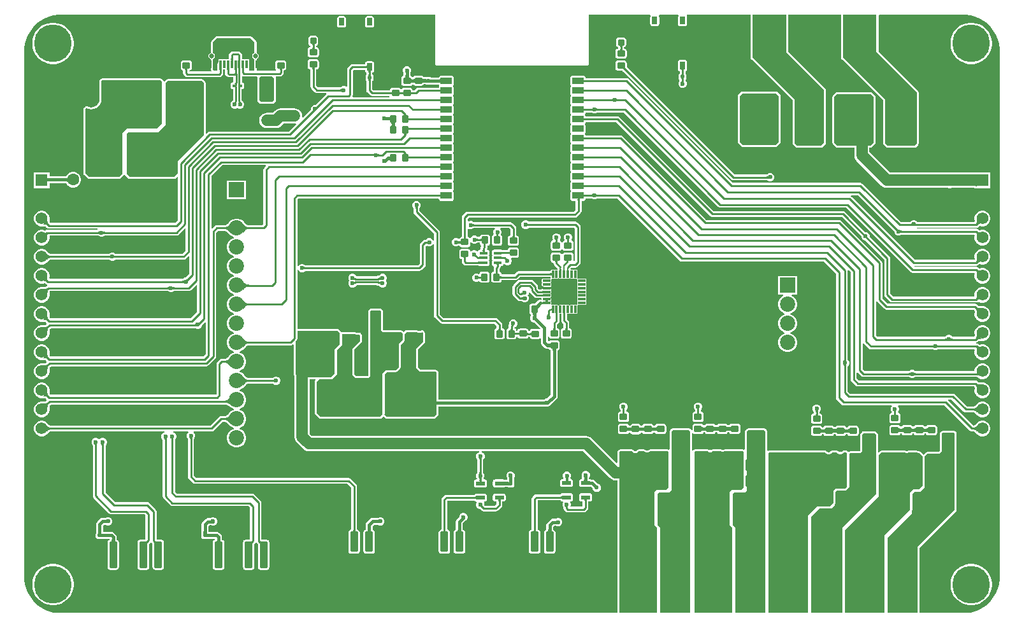
<source format=gtl>
G04*
G04 #@! TF.GenerationSoftware,Altium Limited,Altium Designer,22.8.2 (66)*
G04*
G04 Layer_Physical_Order=1*
G04 Layer_Color=255*
%FSAX25Y25*%
%MOIN*%
G70*
G04*
G04 #@! TF.SameCoordinates,CD0932C5-B174-4F7F-AF8C-C675B02BC22C*
G04*
G04*
G04 #@! TF.FilePolarity,Positive*
G04*
G01*
G75*
%ADD12C,0.00787*%
G04:AMPARAMS|DCode=16|XSize=47.24mil|YSize=21.65mil|CornerRadius=2.17mil|HoleSize=0mil|Usage=FLASHONLY|Rotation=0.000|XOffset=0mil|YOffset=0mil|HoleType=Round|Shape=RoundedRectangle|*
%AMROUNDEDRECTD16*
21,1,0.04724,0.01732,0,0,0.0*
21,1,0.04291,0.02165,0,0,0.0*
1,1,0.00433,0.02146,-0.00866*
1,1,0.00433,-0.02146,-0.00866*
1,1,0.00433,-0.02146,0.00866*
1,1,0.00433,0.02146,0.00866*
%
%ADD16ROUNDEDRECTD16*%
G04:AMPARAMS|DCode=17|XSize=55.12mil|YSize=84.65mil|CornerRadius=5.51mil|HoleSize=0mil|Usage=FLASHONLY|Rotation=0.000|XOffset=0mil|YOffset=0mil|HoleType=Round|Shape=RoundedRectangle|*
%AMROUNDEDRECTD17*
21,1,0.05512,0.07362,0,0,0.0*
21,1,0.04409,0.08465,0,0,0.0*
1,1,0.01102,0.02205,-0.03681*
1,1,0.01102,-0.02205,-0.03681*
1,1,0.01102,-0.02205,0.03681*
1,1,0.01102,0.02205,0.03681*
%
%ADD17ROUNDEDRECTD17*%
%ADD18R,0.14567X0.08465*%
G04:AMPARAMS|DCode=19|XSize=37.4mil|YSize=33.47mil|CornerRadius=3.35mil|HoleSize=0mil|Usage=FLASHONLY|Rotation=0.000|XOffset=0mil|YOffset=0mil|HoleType=Round|Shape=RoundedRectangle|*
%AMROUNDEDRECTD19*
21,1,0.03740,0.02677,0,0,0.0*
21,1,0.03071,0.03347,0,0,0.0*
1,1,0.00669,0.01535,-0.01339*
1,1,0.00669,-0.01535,-0.01339*
1,1,0.00669,-0.01535,0.01339*
1,1,0.00669,0.01535,0.01339*
%
%ADD19ROUNDEDRECTD19*%
G04:AMPARAMS|DCode=20|XSize=40.16mil|YSize=14.17mil|CornerRadius=1.42mil|HoleSize=0mil|Usage=FLASHONLY|Rotation=0.000|XOffset=0mil|YOffset=0mil|HoleType=Round|Shape=RoundedRectangle|*
%AMROUNDEDRECTD20*
21,1,0.04016,0.01134,0,0,0.0*
21,1,0.03732,0.01417,0,0,0.0*
1,1,0.00284,0.01866,-0.00567*
1,1,0.00284,-0.01866,-0.00567*
1,1,0.00284,-0.01866,0.00567*
1,1,0.00284,0.01866,0.00567*
%
%ADD20ROUNDEDRECTD20*%
G04:AMPARAMS|DCode=21|XSize=39.37mil|YSize=137.8mil|CornerRadius=3.94mil|HoleSize=0mil|Usage=FLASHONLY|Rotation=0.000|XOffset=0mil|YOffset=0mil|HoleType=Round|Shape=RoundedRectangle|*
%AMROUNDEDRECTD21*
21,1,0.03937,0.12992,0,0,0.0*
21,1,0.03150,0.13780,0,0,0.0*
1,1,0.00787,0.01575,-0.06496*
1,1,0.00787,-0.01575,-0.06496*
1,1,0.00787,-0.01575,0.06496*
1,1,0.00787,0.01575,0.06496*
%
%ADD21ROUNDEDRECTD21*%
%ADD22R,0.05906X0.13386*%
G04:AMPARAMS|DCode=23|XSize=39.37mil|YSize=106.3mil|CornerRadius=3.94mil|HoleSize=0mil|Usage=FLASHONLY|Rotation=180.000|XOffset=0mil|YOffset=0mil|HoleType=Round|Shape=RoundedRectangle|*
%AMROUNDEDRECTD23*
21,1,0.03937,0.09843,0,0,180.0*
21,1,0.03150,0.10630,0,0,180.0*
1,1,0.00787,-0.01575,0.04921*
1,1,0.00787,0.01575,0.04921*
1,1,0.00787,0.01575,-0.04921*
1,1,0.00787,-0.01575,-0.04921*
%
%ADD23ROUNDEDRECTD23*%
%ADD24R,0.07087X0.14961*%
G04:AMPARAMS|DCode=25|XSize=20mil|YSize=20mil|CornerRadius=2mil|HoleSize=0mil|Usage=FLASHONLY|Rotation=180.000|XOffset=0mil|YOffset=0mil|HoleType=Round|Shape=RoundedRectangle|*
%AMROUNDEDRECTD25*
21,1,0.02000,0.01600,0,0,180.0*
21,1,0.01600,0.02000,0,0,180.0*
1,1,0.00400,-0.00800,0.00800*
1,1,0.00400,0.00800,0.00800*
1,1,0.00400,0.00800,-0.00800*
1,1,0.00400,-0.00800,-0.00800*
%
%ADD25ROUNDEDRECTD25*%
G04:AMPARAMS|DCode=26|XSize=37.4mil|YSize=33.47mil|CornerRadius=3.35mil|HoleSize=0mil|Usage=FLASHONLY|Rotation=270.000|XOffset=0mil|YOffset=0mil|HoleType=Round|Shape=RoundedRectangle|*
%AMROUNDEDRECTD26*
21,1,0.03740,0.02677,0,0,270.0*
21,1,0.03071,0.03347,0,0,270.0*
1,1,0.00669,-0.01339,-0.01535*
1,1,0.00669,-0.01339,0.01535*
1,1,0.00669,0.01339,0.01535*
1,1,0.00669,0.01339,-0.01535*
%
%ADD26ROUNDEDRECTD26*%
G04:AMPARAMS|DCode=27|XSize=20.87mil|YSize=16.54mil|CornerRadius=1.65mil|HoleSize=0mil|Usage=FLASHONLY|Rotation=180.000|XOffset=0mil|YOffset=0mil|HoleType=Round|Shape=RoundedRectangle|*
%AMROUNDEDRECTD27*
21,1,0.02087,0.01323,0,0,180.0*
21,1,0.01756,0.01654,0,0,180.0*
1,1,0.00331,-0.00878,0.00661*
1,1,0.00331,0.00878,0.00661*
1,1,0.00331,0.00878,-0.00661*
1,1,0.00331,-0.00878,-0.00661*
%
%ADD27ROUNDEDRECTD27*%
G04:AMPARAMS|DCode=28|XSize=47.24mil|YSize=29.53mil|CornerRadius=2.95mil|HoleSize=0mil|Usage=FLASHONLY|Rotation=90.000|XOffset=0mil|YOffset=0mil|HoleType=Round|Shape=RoundedRectangle|*
%AMROUNDEDRECTD28*
21,1,0.04724,0.02362,0,0,90.0*
21,1,0.04134,0.02953,0,0,90.0*
1,1,0.00591,0.01181,0.02067*
1,1,0.00591,0.01181,-0.02067*
1,1,0.00591,-0.01181,-0.02067*
1,1,0.00591,-0.01181,0.02067*
%
%ADD28ROUNDEDRECTD28*%
G04:AMPARAMS|DCode=29|XSize=59.06mil|YSize=35.43mil|CornerRadius=3.54mil|HoleSize=0mil|Usage=FLASHONLY|Rotation=0.000|XOffset=0mil|YOffset=0mil|HoleType=Round|Shape=RoundedRectangle|*
%AMROUNDEDRECTD29*
21,1,0.05906,0.02835,0,0,0.0*
21,1,0.05197,0.03543,0,0,0.0*
1,1,0.00709,0.02598,-0.01417*
1,1,0.00709,-0.02598,-0.01417*
1,1,0.00709,-0.02598,0.01417*
1,1,0.00709,0.02598,0.01417*
%
%ADD29ROUNDEDRECTD29*%
%ADD30R,0.03150X0.03150*%
G04:AMPARAMS|DCode=31|XSize=20mil|YSize=20mil|CornerRadius=2mil|HoleSize=0mil|Usage=FLASHONLY|Rotation=90.000|XOffset=0mil|YOffset=0mil|HoleType=Round|Shape=RoundedRectangle|*
%AMROUNDEDRECTD31*
21,1,0.02000,0.01600,0,0,90.0*
21,1,0.01600,0.02000,0,0,90.0*
1,1,0.00400,0.00800,0.00800*
1,1,0.00400,0.00800,-0.00800*
1,1,0.00400,-0.00800,-0.00800*
1,1,0.00400,-0.00800,0.00800*
%
%ADD31ROUNDEDRECTD31*%
G04:AMPARAMS|DCode=32|XSize=31.5mil|YSize=31.5mil|CornerRadius=3.94mil|HoleSize=0mil|Usage=FLASHONLY|Rotation=90.000|XOffset=0mil|YOffset=0mil|HoleType=Round|Shape=RoundedRectangle|*
%AMROUNDEDRECTD32*
21,1,0.03150,0.02362,0,0,90.0*
21,1,0.02362,0.03150,0,0,90.0*
1,1,0.00787,0.01181,0.01181*
1,1,0.00787,0.01181,-0.01181*
1,1,0.00787,-0.01181,-0.01181*
1,1,0.00787,-0.01181,0.01181*
%
%ADD32ROUNDEDRECTD32*%
G04:AMPARAMS|DCode=33|XSize=107.09mil|YSize=49.61mil|CornerRadius=4.96mil|HoleSize=0mil|Usage=FLASHONLY|Rotation=0.000|XOffset=0mil|YOffset=0mil|HoleType=Round|Shape=RoundedRectangle|*
%AMROUNDEDRECTD33*
21,1,0.10709,0.03969,0,0,0.0*
21,1,0.09717,0.04961,0,0,0.0*
1,1,0.00992,0.04858,-0.01984*
1,1,0.00992,-0.04858,-0.01984*
1,1,0.00992,-0.04858,0.01984*
1,1,0.00992,0.04858,0.01984*
%
%ADD33ROUNDEDRECTD33*%
G04:AMPARAMS|DCode=34|XSize=39.37mil|YSize=11.81mil|CornerRadius=1.18mil|HoleSize=0mil|Usage=FLASHONLY|Rotation=0.000|XOffset=0mil|YOffset=0mil|HoleType=Round|Shape=RoundedRectangle|*
%AMROUNDEDRECTD34*
21,1,0.03937,0.00945,0,0,0.0*
21,1,0.03701,0.01181,0,0,0.0*
1,1,0.00236,0.01850,-0.00472*
1,1,0.00236,-0.01850,-0.00472*
1,1,0.00236,-0.01850,0.00472*
1,1,0.00236,0.01850,0.00472*
%
%ADD34ROUNDEDRECTD34*%
G04:AMPARAMS|DCode=35|XSize=39.37mil|YSize=11.81mil|CornerRadius=1.18mil|HoleSize=0mil|Usage=FLASHONLY|Rotation=90.000|XOffset=0mil|YOffset=0mil|HoleType=Round|Shape=RoundedRectangle|*
%AMROUNDEDRECTD35*
21,1,0.03937,0.00945,0,0,90.0*
21,1,0.03701,0.01181,0,0,90.0*
1,1,0.00236,0.00472,0.01850*
1,1,0.00236,0.00472,-0.01850*
1,1,0.00236,-0.00472,-0.01850*
1,1,0.00236,-0.00472,0.01850*
%
%ADD35ROUNDEDRECTD35*%
%ADD36R,0.13189X0.13189*%
G04:AMPARAMS|DCode=37|XSize=33.47mil|YSize=39.37mil|CornerRadius=3.35mil|HoleSize=0mil|Usage=FLASHONLY|Rotation=270.000|XOffset=0mil|YOffset=0mil|HoleType=Round|Shape=RoundedRectangle|*
%AMROUNDEDRECTD37*
21,1,0.03347,0.03268,0,0,270.0*
21,1,0.02677,0.03937,0,0,270.0*
1,1,0.00669,-0.01634,-0.01339*
1,1,0.00669,-0.01634,0.01339*
1,1,0.00669,0.01634,0.01339*
1,1,0.00669,0.01634,-0.01339*
%
%ADD37ROUNDEDRECTD37*%
G04:AMPARAMS|DCode=38|XSize=62.99mil|YSize=52.76mil|CornerRadius=5.28mil|HoleSize=0mil|Usage=FLASHONLY|Rotation=270.000|XOffset=0mil|YOffset=0mil|HoleType=Round|Shape=RoundedRectangle|*
%AMROUNDEDRECTD38*
21,1,0.06299,0.04221,0,0,270.0*
21,1,0.05244,0.05276,0,0,270.0*
1,1,0.01055,-0.02110,-0.02622*
1,1,0.01055,-0.02110,0.02622*
1,1,0.01055,0.02110,0.02622*
1,1,0.01055,0.02110,-0.02622*
%
%ADD38ROUNDEDRECTD38*%
G04:AMPARAMS|DCode=39|XSize=195.28mil|YSize=149.61mil|CornerRadius=14.96mil|HoleSize=0mil|Usage=FLASHONLY|Rotation=0.000|XOffset=0mil|YOffset=0mil|HoleType=Round|Shape=RoundedRectangle|*
%AMROUNDEDRECTD39*
21,1,0.19528,0.11969,0,0,0.0*
21,1,0.16535,0.14961,0,0,0.0*
1,1,0.02992,0.08268,-0.05984*
1,1,0.02992,-0.08268,-0.05984*
1,1,0.02992,-0.08268,0.05984*
1,1,0.02992,0.08268,0.05984*
%
%ADD39ROUNDEDRECTD39*%
G04:AMPARAMS|DCode=40|XSize=67.72mil|YSize=125.98mil|CornerRadius=6.77mil|HoleSize=0mil|Usage=FLASHONLY|Rotation=0.000|XOffset=0mil|YOffset=0mil|HoleType=Round|Shape=RoundedRectangle|*
%AMROUNDEDRECTD40*
21,1,0.06772,0.11244,0,0,0.0*
21,1,0.05417,0.12598,0,0,0.0*
1,1,0.01354,0.02709,-0.05622*
1,1,0.01354,-0.02709,-0.05622*
1,1,0.01354,-0.02709,0.05622*
1,1,0.01354,0.02709,0.05622*
%
%ADD40ROUNDEDRECTD40*%
G04:AMPARAMS|DCode=41|XSize=39.37mil|YSize=27.56mil|CornerRadius=2.76mil|HoleSize=0mil|Usage=FLASHONLY|Rotation=90.000|XOffset=0mil|YOffset=0mil|HoleType=Round|Shape=RoundedRectangle|*
%AMROUNDEDRECTD41*
21,1,0.03937,0.02205,0,0,90.0*
21,1,0.03386,0.02756,0,0,90.0*
1,1,0.00551,0.01102,0.01693*
1,1,0.00551,0.01102,-0.01693*
1,1,0.00551,-0.01102,-0.01693*
1,1,0.00551,-0.01102,0.01693*
%
%ADD41ROUNDEDRECTD41*%
%ADD42R,0.02362X0.04488*%
%ADD43R,0.01181X0.04488*%
%ADD85C,0.06299*%
%ADD86C,0.01000*%
%ADD87C,0.01575*%
%ADD88C,0.03543*%
%ADD89C,0.05906*%
%ADD90C,0.01968*%
%ADD91R,0.07972X0.07972*%
%ADD92C,0.07972*%
%ADD93R,0.06201X0.06201*%
%ADD94C,0.06201*%
%ADD95O,0.04134X0.08268*%
%ADD96O,0.03543X0.07087*%
%ADD97C,0.02559*%
%ADD98O,0.19685X0.09843*%
%ADD99O,0.17717X0.08858*%
%ADD100O,0.08858X0.17717*%
%ADD101C,0.06496*%
%ADD102C,0.19685*%
%ADD103C,0.02362*%
%ADD104C,0.03150*%
G36*
X0565641Y1010647D02*
X0565633Y1010694D01*
X0565609Y1010737D01*
X0565568Y1010774D01*
X0565512Y1010807D01*
X0565439Y1010834D01*
X0565349Y1010857D01*
X0565244Y1010874D01*
X0565122Y1010887D01*
X0564829Y1010897D01*
Y1011897D01*
X0564984Y1011899D01*
X0565244Y1011919D01*
X0565349Y1011937D01*
X0565439Y1011959D01*
X0565512Y1011987D01*
X0565568Y1012019D01*
X0565609Y1012057D01*
X0565633Y1012099D01*
X0565641Y1012147D01*
Y1010647D01*
D02*
G37*
G36*
X0538420Y1011094D02*
X0538377Y1011070D01*
X0538340Y1011030D01*
X0538307Y1010973D01*
X0538280Y1010900D01*
X0538257Y1010810D01*
X0538240Y1010705D01*
X0538227Y1010583D01*
X0538217Y1010291D01*
X0537217D01*
X0537215Y1010445D01*
X0537195Y1010705D01*
X0537177Y1010810D01*
X0537155Y1010900D01*
X0537127Y1010973D01*
X0537095Y1011030D01*
X0537057Y1011070D01*
X0537015Y1011094D01*
X0536967Y1011103D01*
X0538467D01*
X0538420Y1011094D01*
D02*
G37*
G36*
X0567706Y1009439D02*
X0567664Y1009415D01*
X0567626Y1009374D01*
X0567594Y1009317D01*
X0567566Y1009244D01*
X0567544Y1009155D01*
X0567526Y1009049D01*
X0567514Y1008927D01*
X0567504Y1008635D01*
X0566504D01*
X0566501Y1008789D01*
X0566481Y1009049D01*
X0566464Y1009155D01*
X0566441Y1009244D01*
X0566414Y1009317D01*
X0566381Y1009374D01*
X0566344Y1009415D01*
X0566301Y1009439D01*
X0566254Y1009447D01*
X0567754D01*
X0567706Y1009439D01*
D02*
G37*
G36*
X0567506Y1007457D02*
X0567526Y1007197D01*
X0567544Y1007092D01*
X0567566Y1007002D01*
X0567594Y1006929D01*
X0567626Y1006872D01*
X0567664Y1006832D01*
X0567706Y1006807D01*
X0567754Y1006799D01*
X0566254D01*
X0566301Y1006807D01*
X0566344Y1006832D01*
X0566381Y1006872D01*
X0566414Y1006929D01*
X0566441Y1007002D01*
X0566464Y1007092D01*
X0566481Y1007197D01*
X0566494Y1007319D01*
X0566504Y1007611D01*
X0567504D01*
X0567506Y1007457D01*
D02*
G37*
G36*
X0587459Y1006743D02*
X0587490Y1006336D01*
X0587518Y1006171D01*
X0587553Y1006031D01*
X0587596Y1005916D01*
X0587647Y1005827D01*
X0587707Y1005764D01*
X0587774Y1005726D01*
X0587848Y1005713D01*
X0585486D01*
X0585561Y1005726D01*
X0585628Y1005764D01*
X0585687Y1005827D01*
X0585738Y1005916D01*
X0585781Y1006031D01*
X0585817Y1006171D01*
X0585844Y1006336D01*
X0585864Y1006527D01*
X0585880Y1006985D01*
X0587455D01*
X0587459Y1006743D01*
D02*
G37*
G36*
X0590765Y1002977D02*
X0590752Y1003051D01*
X0590714Y1003118D01*
X0590650Y1003177D01*
X0590561Y1003229D01*
X0590447Y1003272D01*
X0590307Y1003307D01*
X0590142Y1003335D01*
X0589951Y1003355D01*
X0589605Y1003366D01*
X0589600Y1003366D01*
X0589193Y1003335D01*
X0589027Y1003307D01*
X0588888Y1003272D01*
X0588773Y1003229D01*
X0588684Y1003177D01*
X0588620Y1003118D01*
X0588582Y1003051D01*
X0588570Y1002977D01*
Y1005339D01*
X0588582Y1005264D01*
X0588620Y1005197D01*
X0588684Y1005138D01*
X0588773Y1005087D01*
X0588888Y1005044D01*
X0589027Y1005008D01*
X0589193Y1004981D01*
X0589384Y1004961D01*
X0589729Y1004949D01*
X0589735Y1004949D01*
X0590142Y1004981D01*
X0590307Y1005008D01*
X0590447Y1005044D01*
X0590561Y1005087D01*
X0590650Y1005138D01*
X0590714Y1005197D01*
X0590752Y1005264D01*
X0590765Y1005339D01*
Y1002977D01*
D02*
G37*
G36*
X0567709Y1004808D02*
X0567667Y1004784D01*
X0567629Y1004743D01*
X0567597Y1004686D01*
X0567569Y1004613D01*
X0567547Y1004524D01*
X0567529Y1004418D01*
X0567517Y1004297D01*
X0567507Y1004004D01*
X0566507D01*
X0566504Y1004158D01*
X0566484Y1004418D01*
X0566467Y1004524D01*
X0566444Y1004613D01*
X0566417Y1004686D01*
X0566384Y1004743D01*
X0566347Y1004784D01*
X0566304Y1004808D01*
X0566257Y1004816D01*
X0567757D01*
X0567709Y1004808D01*
D02*
G37*
G36*
X0598694Y1005111D02*
X0598749Y1005066D01*
X0598826Y1005025D01*
X0598925Y1004991D01*
X0599046Y1004961D01*
X0599189Y1004937D01*
X0599354Y1004918D01*
X0599750Y1004897D01*
X0599980Y1004894D01*
X0599940Y1003320D01*
X0598661Y1003274D01*
Y1005162D01*
X0598694Y1005111D01*
D02*
G37*
G36*
X0594482Y1005344D02*
X0594520Y1005277D01*
X0594584Y1005218D01*
X0594673Y1005167D01*
X0594788Y1005124D01*
X0594927Y1005089D01*
X0595093Y1005061D01*
X0595284Y1005041D01*
X0595698Y1005027D01*
X0596631Y1005092D01*
X0596702Y1005113D01*
X0596750Y1005136D01*
X0596773Y1005162D01*
Y1003274D01*
X0596747Y1003308D01*
X0596697Y1003338D01*
X0596624Y1003364D01*
X0596527Y1003387D01*
X0596407Y1003407D01*
X0596096Y1003435D01*
X0595691Y1003449D01*
X0595651Y1003449D01*
X0595500Y1003447D01*
X0595093Y1003415D01*
X0594927Y1003388D01*
X0594788Y1003352D01*
X0594673Y1003309D01*
X0594584Y1003258D01*
X0594520Y1003199D01*
X0594482Y1003132D01*
X0594470Y1003057D01*
Y1005419D01*
X0594482Y1005344D01*
D02*
G37*
G36*
X0604238Y1002926D02*
X0604226Y1003001D01*
X0604187Y1003068D01*
X0604124Y1003127D01*
X0604035Y1003178D01*
X0603920Y1003221D01*
X0603781Y1003257D01*
X0603615Y1003284D01*
X0603424Y1003304D01*
X0602967Y1003320D01*
Y1004894D01*
X0603208Y1004898D01*
X0603615Y1004930D01*
X0603781Y1004957D01*
X0603920Y1004993D01*
X0604035Y1005036D01*
X0604124Y1005087D01*
X0604187Y1005146D01*
X0604226Y1005213D01*
X0604238Y1005288D01*
Y1002926D01*
D02*
G37*
G36*
X0552572Y0998499D02*
X0552536Y0998539D01*
X0552489Y0998574D01*
X0552431Y0998606D01*
X0552364Y0998633D01*
X0552286Y0998656D01*
X0552197Y0998674D01*
X0552098Y0998689D01*
X0551869Y0998706D01*
X0551739Y0998708D01*
Y0999708D01*
X0551869Y0999710D01*
X0552098Y0999726D01*
X0552197Y0999741D01*
X0552286Y0999760D01*
X0552364Y0999783D01*
X0552431Y0999810D01*
X0552489Y0999841D01*
X0552536Y0999877D01*
X0552572Y0999916D01*
Y0998499D01*
D02*
G37*
G36*
X0604238Y0998246D02*
X0604230Y0998293D01*
X0604206Y0998336D01*
X0604165Y0998374D01*
X0604108Y0998406D01*
X0604035Y0998433D01*
X0603946Y0998456D01*
X0603840Y0998473D01*
X0603719Y0998486D01*
X0603426Y0998496D01*
Y0999496D01*
X0603581Y0999498D01*
X0603840Y0999518D01*
X0603946Y0999536D01*
X0604035Y0999559D01*
X0604108Y0999586D01*
X0604165Y0999618D01*
X0604206Y0999656D01*
X0604230Y0999699D01*
X0604238Y0999746D01*
Y0998246D01*
D02*
G37*
G36*
X0588578Y0998461D02*
X0588602Y0998418D01*
X0588643Y0998381D01*
X0588699Y0998348D01*
X0588773Y0998321D01*
X0588862Y0998298D01*
X0588968Y0998281D01*
X0589089Y0998268D01*
X0589382Y0998258D01*
Y0997258D01*
X0589227Y0997256D01*
X0588968Y0997236D01*
X0588862Y0997218D01*
X0588773Y0997196D01*
X0588699Y0997168D01*
X0588643Y0997136D01*
X0588602Y0997098D01*
X0588578Y0997056D01*
X0588570Y0997008D01*
Y0998508D01*
X0588578Y0998461D01*
D02*
G37*
G36*
X0584865Y0997008D02*
X0584857Y0997056D01*
X0584832Y0997098D01*
X0584792Y0997136D01*
X0584735Y0997168D01*
X0584662Y0997196D01*
X0584573Y0997218D01*
X0584467Y0997236D01*
X0584345Y0997248D01*
X0584053Y0997258D01*
Y0998258D01*
X0584207Y0998261D01*
X0584467Y0998281D01*
X0584573Y0998298D01*
X0584662Y0998321D01*
X0584735Y0998348D01*
X0584792Y0998381D01*
X0584832Y0998418D01*
X0584857Y0998461D01*
X0584865Y0998508D01*
Y0997008D01*
D02*
G37*
G36*
X0582578Y0998461D02*
X0582602Y0998418D01*
X0582643Y0998381D01*
X0582699Y0998348D01*
X0582773Y0998321D01*
X0582862Y0998298D01*
X0582968Y0998281D01*
X0583089Y0998268D01*
X0583382Y0998258D01*
Y0997258D01*
X0583227Y0997256D01*
X0582968Y0997236D01*
X0582862Y0997218D01*
X0582773Y0997196D01*
X0582699Y0997168D01*
X0582643Y0997136D01*
X0582602Y0997098D01*
X0582578Y0997056D01*
X0582570Y0997008D01*
Y0998508D01*
X0582578Y0998461D01*
D02*
G37*
G36*
X0578865Y0997008D02*
X0578857Y0997056D01*
X0578832Y0997098D01*
X0578792Y0997136D01*
X0578735Y0997168D01*
X0578662Y0997196D01*
X0578573Y0997218D01*
X0578467Y0997236D01*
X0578345Y0997248D01*
X0578053Y0997258D01*
Y0998258D01*
X0578207Y0998261D01*
X0578467Y0998281D01*
X0578573Y0998298D01*
X0578662Y0998321D01*
X0578735Y0998348D01*
X0578792Y0998381D01*
X0578832Y0998418D01*
X0578857Y0998461D01*
X0578865Y0998508D01*
Y0997008D01*
D02*
G37*
G36*
X0564598Y1009704D02*
X0564697Y1009206D01*
X0564979Y1008784D01*
X0565401Y1008502D01*
X0565474Y1008488D01*
Y1007561D01*
X0565342Y1007473D01*
X0565077Y1007076D01*
X0564983Y1006608D01*
Y1005008D01*
X0565077Y1004539D01*
X0565342Y1004143D01*
X0565478Y1004052D01*
Y0999114D01*
X0565594Y0998529D01*
X0565926Y0998033D01*
X0567281Y0996677D01*
X0567778Y0996345D01*
X0568363Y0996229D01*
X0577440D01*
X0577559Y0996025D01*
X0577273Y0995525D01*
X0558366D01*
X0558098Y0996025D01*
X0558230Y0996222D01*
X0558347Y0996808D01*
Y1009374D01*
X0558840Y1009867D01*
X0564598D01*
Y1009704D01*
D02*
G37*
G36*
X0604238Y0993246D02*
X0604230Y0993293D01*
X0604206Y0993336D01*
X0604165Y0993373D01*
X0604108Y0993406D01*
X0604035Y0993433D01*
X0603946Y0993456D01*
X0603840Y0993474D01*
X0603719Y0993486D01*
X0603426Y0993496D01*
Y0994496D01*
X0603581Y0994499D01*
X0603840Y0994518D01*
X0603946Y0994536D01*
X0604035Y0994559D01*
X0604108Y0994586D01*
X0604165Y0994618D01*
X0604206Y0994656D01*
X0604230Y0994699D01*
X0604238Y0994746D01*
Y0993246D01*
D02*
G37*
G36*
X0540188Y0989972D02*
X0540097Y0989878D01*
X0539878Y0989627D01*
X0539824Y0989553D01*
X0539780Y0989485D01*
X0539745Y0989421D01*
X0539720Y0989363D01*
X0539704Y0989310D01*
X0539697Y0989262D01*
X0538892Y0990428D01*
X0538944Y0990417D01*
X0539002Y0990417D01*
X0539064Y0990428D01*
X0539131Y0990450D01*
X0539202Y0990484D01*
X0539277Y0990529D01*
X0539357Y0990586D01*
X0539442Y0990653D01*
X0539625Y0990822D01*
X0540188Y0989972D01*
D02*
G37*
G36*
X0458517Y1003508D02*
Y0981808D01*
X0455917Y0979208D01*
X0440217D01*
X0437917Y0976908D01*
Y0955508D01*
X0436117Y0953708D01*
X0420417D01*
X0418517Y0955608D01*
Y0989439D01*
X0419017Y0989774D01*
X0419930Y0989396D01*
X0421347Y0989209D01*
X0422764Y0989396D01*
X0424085Y0989943D01*
X0425219Y0990813D01*
X0426089Y0991947D01*
X0426637Y0993268D01*
X0426823Y0994685D01*
Y1003543D01*
X0426772Y1003932D01*
X0427102Y1004308D01*
X0457717D01*
X0458517Y1003508D01*
D02*
G37*
G36*
X0604238Y0988246D02*
X0604230Y0988293D01*
X0604206Y0988336D01*
X0604165Y0988373D01*
X0604108Y0988406D01*
X0604035Y0988433D01*
X0603946Y0988456D01*
X0603840Y0988474D01*
X0603719Y0988486D01*
X0603426Y0988496D01*
Y0989496D01*
X0603581Y0989499D01*
X0603840Y0989518D01*
X0603946Y0989536D01*
X0604035Y0989559D01*
X0604108Y0989586D01*
X0604165Y0989618D01*
X0604206Y0989656D01*
X0604230Y0989699D01*
X0604238Y0989746D01*
Y0988246D01*
D02*
G37*
G36*
X0538563Y0988128D02*
X0538515Y0988121D01*
X0538462Y0988105D01*
X0538403Y0988080D01*
X0538340Y0988045D01*
X0538272Y0988000D01*
X0538198Y0987947D01*
X0537947Y0987729D01*
X0537853Y0987637D01*
X0537003Y0988200D01*
X0537172Y0988383D01*
X0537239Y0988468D01*
X0537296Y0988548D01*
X0537341Y0988623D01*
X0537375Y0988694D01*
X0537397Y0988761D01*
X0537408Y0988823D01*
X0537408Y0988880D01*
X0537397Y0988933D01*
X0538563Y0988128D01*
D02*
G37*
G36*
X0604238Y0983246D02*
X0604230Y0983293D01*
X0604206Y0983336D01*
X0604165Y0983374D01*
X0604108Y0983406D01*
X0604035Y0983434D01*
X0603946Y0983456D01*
X0603840Y0983473D01*
X0603719Y0983486D01*
X0603426Y0983496D01*
Y0984496D01*
X0603581Y0984499D01*
X0603840Y0984518D01*
X0603946Y0984536D01*
X0604035Y0984558D01*
X0604108Y0984586D01*
X0604165Y0984618D01*
X0604206Y0984656D01*
X0604230Y0984698D01*
X0604238Y0984746D01*
Y0983246D01*
D02*
G37*
G36*
X0587381Y0984698D02*
X0587405Y0984656D01*
X0587446Y0984618D01*
X0587503Y0984586D01*
X0587576Y0984558D01*
X0587665Y0984536D01*
X0587771Y0984518D01*
X0587892Y0984506D01*
X0588185Y0984496D01*
Y0983496D01*
X0588030Y0983493D01*
X0587771Y0983473D01*
X0587665Y0983456D01*
X0587576Y0983434D01*
X0587503Y0983406D01*
X0587446Y0983374D01*
X0587405Y0983336D01*
X0587381Y0983293D01*
X0587373Y0983246D01*
Y0984746D01*
X0587381Y0984698D01*
D02*
G37*
G36*
X0577762Y0983127D02*
X0577750Y0983202D01*
X0577711Y0983268D01*
X0577648Y0983327D01*
X0577559Y0983379D01*
X0577444Y0983422D01*
X0577305Y0983457D01*
X0577139Y0983485D01*
X0576948Y0983505D01*
X0576491Y0983520D01*
Y0985095D01*
X0576732Y0985099D01*
X0577139Y0985131D01*
X0577305Y0985158D01*
X0577444Y0985194D01*
X0577559Y0985237D01*
X0577648Y0985288D01*
X0577711Y0985347D01*
X0577750Y0985414D01*
X0577762Y0985489D01*
Y0983127D01*
D02*
G37*
G36*
X0580524Y0982343D02*
X0580457Y0982304D01*
X0580398Y0982241D01*
X0580347Y0982152D01*
X0580304Y0982037D01*
X0580268Y0981898D01*
X0580241Y0981732D01*
X0580221Y0981541D01*
X0580212Y0981288D01*
X0580241Y0980920D01*
X0580268Y0980755D01*
X0580304Y0980615D01*
X0580347Y0980501D01*
X0580398Y0980412D01*
X0580457Y0980348D01*
X0580524Y0980310D01*
X0580599Y0980297D01*
X0578237D01*
X0578312Y0980310D01*
X0578379Y0980348D01*
X0578438Y0980412D01*
X0578489Y0980501D01*
X0578532Y0980615D01*
X0578568Y0980755D01*
X0578595Y0980920D01*
X0578615Y0981111D01*
X0578623Y0981365D01*
X0578595Y0981732D01*
X0578568Y0981898D01*
X0578532Y0982037D01*
X0578489Y0982152D01*
X0578438Y0982241D01*
X0578379Y0982304D01*
X0578312Y0982343D01*
X0578237Y0982355D01*
X0580599D01*
X0580524Y0982343D01*
D02*
G37*
G36*
X0604238Y0978246D02*
X0604230Y0978293D01*
X0604206Y0978336D01*
X0604165Y0978374D01*
X0604108Y0978406D01*
X0604035Y0978434D01*
X0603946Y0978456D01*
X0603840Y0978473D01*
X0603719Y0978486D01*
X0603426Y0978496D01*
Y0979496D01*
X0603581Y0979498D01*
X0603840Y0979518D01*
X0603946Y0979536D01*
X0604035Y0979558D01*
X0604108Y0979586D01*
X0604165Y0979618D01*
X0604206Y0979656D01*
X0604230Y0979698D01*
X0604238Y0979746D01*
Y0978246D01*
D02*
G37*
G36*
X0587381Y0979698D02*
X0587405Y0979656D01*
X0587446Y0979618D01*
X0587503Y0979586D01*
X0587576Y0979558D01*
X0587665Y0979536D01*
X0587771Y0979518D01*
X0587892Y0979506D01*
X0588185Y0979496D01*
Y0978496D01*
X0588030Y0978493D01*
X0587771Y0978473D01*
X0587665Y0978456D01*
X0587576Y0978434D01*
X0587503Y0978406D01*
X0587446Y0978374D01*
X0587405Y0978336D01*
X0587381Y0978293D01*
X0587373Y0978246D01*
Y0979746D01*
X0587381Y0979698D01*
D02*
G37*
G36*
X0586391Y0976584D02*
X0586349Y0976560D01*
X0586311Y0976519D01*
X0586279Y0976462D01*
X0586251Y0976389D01*
X0586229Y0976300D01*
X0586211Y0976194D01*
X0586199Y0976073D01*
X0586189Y0975780D01*
X0585189D01*
X0585186Y0975935D01*
X0585166Y0976194D01*
X0585149Y0976300D01*
X0585126Y0976389D01*
X0585099Y0976462D01*
X0585066Y0976519D01*
X0585029Y0976560D01*
X0584986Y0976584D01*
X0584939Y0976592D01*
X0586439D01*
X0586391Y0976584D01*
D02*
G37*
G36*
X0604238Y0973246D02*
X0604230Y0973293D01*
X0604206Y0973336D01*
X0604165Y0973374D01*
X0604108Y0973406D01*
X0604035Y0973433D01*
X0603946Y0973456D01*
X0603840Y0973473D01*
X0603719Y0973486D01*
X0603426Y0973496D01*
Y0974496D01*
X0603581Y0974498D01*
X0603840Y0974518D01*
X0603946Y0974536D01*
X0604035Y0974559D01*
X0604108Y0974586D01*
X0604165Y0974618D01*
X0604206Y0974656D01*
X0604230Y0974699D01*
X0604238Y0974746D01*
Y0973246D01*
D02*
G37*
G36*
X0832261Y1038666D02*
Y1019208D01*
X0853317Y0998152D01*
Y0971308D01*
X0852017Y0970008D01*
X0838161D01*
X0836661Y0971508D01*
Y0994408D01*
X0814761Y1016308D01*
Y1038666D01*
X0832261Y1038666D01*
D02*
G37*
G36*
X0785017Y1038666D02*
Y1019208D01*
X0804717Y0999508D01*
Y0971608D01*
X0803217Y0970108D01*
Y0970008D01*
X0790917D01*
X0789417Y0971508D01*
Y0994408D01*
X0767517Y1016308D01*
Y1038666D01*
X0785017D01*
D02*
G37*
G36*
X0604238Y0968246D02*
X0604230Y0968293D01*
X0604206Y0968336D01*
X0604165Y0968373D01*
X0604108Y0968406D01*
X0604035Y0968433D01*
X0603946Y0968456D01*
X0603840Y0968474D01*
X0603719Y0968486D01*
X0603426Y0968496D01*
Y0969496D01*
X0603581Y0969499D01*
X0603840Y0969518D01*
X0603946Y0969536D01*
X0604035Y0969559D01*
X0604108Y0969586D01*
X0604165Y0969618D01*
X0604206Y0969656D01*
X0604230Y0969699D01*
X0604238Y0969746D01*
Y0968246D01*
D02*
G37*
G36*
X0586219Y0966091D02*
X0586239Y0965781D01*
X0586251Y0965705D01*
X0586266Y0965644D01*
X0586283Y0965595D01*
X0586303Y0965561D01*
X0586326Y0965540D01*
X0586351Y0965533D01*
X0585083D01*
X0585108Y0965540D01*
X0585131Y0965561D01*
X0585151Y0965595D01*
X0585169Y0965644D01*
X0585184Y0965705D01*
X0585196Y0965781D01*
X0585205Y0965871D01*
X0585216Y0966091D01*
X0585217Y0966222D01*
X0586217D01*
X0586219Y0966091D01*
D02*
G37*
G36*
X0569366Y0964669D02*
X0569336Y0964715D01*
X0569295Y0964755D01*
X0569243Y0964791D01*
X0569179Y0964822D01*
X0569105Y0964848D01*
X0569019Y0964870D01*
X0568923Y0964886D01*
X0568815Y0964898D01*
X0568566Y0964908D01*
X0568757Y0965908D01*
X0568888Y0965909D01*
X0569220Y0965933D01*
X0569310Y0965947D01*
X0569390Y0965965D01*
X0569459Y0965985D01*
X0569518Y0966009D01*
X0569567Y0966036D01*
X0569606Y0966066D01*
X0569366Y0964669D01*
D02*
G37*
G36*
X0571399Y0965877D02*
X0571446Y0965841D01*
X0571503Y0965810D01*
X0571571Y0965783D01*
X0571649Y0965760D01*
X0571737Y0965741D01*
X0571836Y0965726D01*
X0572066Y0965710D01*
X0572196Y0965708D01*
Y0964708D01*
X0572066Y0964706D01*
X0571836Y0964689D01*
X0571737Y0964674D01*
X0571649Y0964656D01*
X0571571Y0964633D01*
X0571503Y0964606D01*
X0571446Y0964574D01*
X0571399Y0964539D01*
X0571362Y0964499D01*
Y0965916D01*
X0571399Y0965877D01*
D02*
G37*
G36*
X0604238Y0963246D02*
X0604230Y0963293D01*
X0604206Y0963336D01*
X0604165Y0963373D01*
X0604108Y0963406D01*
X0604035Y0963433D01*
X0603946Y0963456D01*
X0603840Y0963474D01*
X0603719Y0963486D01*
X0603426Y0963496D01*
Y0964496D01*
X0603581Y0964499D01*
X0603840Y0964518D01*
X0603946Y0964536D01*
X0604035Y0964559D01*
X0604108Y0964586D01*
X0604165Y0964618D01*
X0604206Y0964656D01*
X0604230Y0964699D01*
X0604238Y0964746D01*
Y0963246D01*
D02*
G37*
G36*
X0587381Y0964699D02*
X0587405Y0964656D01*
X0587446Y0964618D01*
X0587503Y0964586D01*
X0587576Y0964559D01*
X0587665Y0964536D01*
X0587771Y0964518D01*
X0587892Y0964506D01*
X0588185Y0964496D01*
Y0963496D01*
X0588030Y0963493D01*
X0587771Y0963474D01*
X0587665Y0963456D01*
X0587576Y0963433D01*
X0587503Y0963406D01*
X0587446Y0963373D01*
X0587405Y0963336D01*
X0587381Y0963293D01*
X0587373Y0963246D01*
Y0964746D01*
X0587381Y0964699D01*
D02*
G37*
G36*
X0577762Y0962401D02*
X0577750Y0962476D01*
X0577711Y0962543D01*
X0577648Y0962602D01*
X0577559Y0962653D01*
X0577444Y0962697D01*
X0577305Y0962732D01*
X0577139Y0962760D01*
X0576948Y0962779D01*
X0576491Y0962795D01*
Y0964370D01*
X0576732Y0964374D01*
X0577139Y0964405D01*
X0577305Y0964433D01*
X0577444Y0964468D01*
X0577559Y0964512D01*
X0577648Y0964563D01*
X0577711Y0964622D01*
X0577750Y0964689D01*
X0577762Y0964764D01*
Y0962401D01*
D02*
G37*
G36*
X0604238Y0958246D02*
X0604230Y0958293D01*
X0604206Y0958336D01*
X0604165Y0958374D01*
X0604108Y0958406D01*
X0604035Y0958434D01*
X0603946Y0958456D01*
X0603840Y0958473D01*
X0603719Y0958486D01*
X0603426Y0958496D01*
Y0959496D01*
X0603581Y0959499D01*
X0603840Y0959518D01*
X0603946Y0959536D01*
X0604035Y0959558D01*
X0604108Y0959586D01*
X0604165Y0959618D01*
X0604206Y0959656D01*
X0604230Y0959698D01*
X0604238Y0959746D01*
Y0958246D01*
D02*
G37*
G36*
X0480317Y1003008D02*
Y0975708D01*
X0466617Y0962008D01*
Y0955508D01*
X0464917Y0953808D01*
X0441517D01*
X0440017Y0955308D01*
Y0976408D01*
X0440817Y0977208D01*
X0456417D01*
X0460317Y0981108D01*
X0460317Y1002908D01*
X0461417Y1004008D01*
X0479317D01*
X0480317Y1003008D01*
D02*
G37*
G36*
X0604238Y0953246D02*
X0604230Y0953293D01*
X0604206Y0953336D01*
X0604165Y0953374D01*
X0604108Y0953406D01*
X0604035Y0953434D01*
X0603946Y0953456D01*
X0603840Y0953473D01*
X0603719Y0953486D01*
X0603426Y0953496D01*
Y0954496D01*
X0603581Y0954498D01*
X0603840Y0954518D01*
X0603946Y0954536D01*
X0604035Y0954558D01*
X0604108Y0954586D01*
X0604165Y0954618D01*
X0604206Y0954656D01*
X0604230Y0954698D01*
X0604238Y0954746D01*
Y0953246D01*
D02*
G37*
G36*
Y0948246D02*
X0604230Y0948293D01*
X0604206Y0948336D01*
X0604165Y0948374D01*
X0604108Y0948406D01*
X0604035Y0948433D01*
X0603946Y0948456D01*
X0603840Y0948473D01*
X0603719Y0948486D01*
X0603426Y0948496D01*
Y0949496D01*
X0603581Y0949498D01*
X0603840Y0949518D01*
X0603946Y0949536D01*
X0604035Y0949559D01*
X0604108Y0949586D01*
X0604165Y0949618D01*
X0604206Y0949656D01*
X0604230Y0949699D01*
X0604238Y0949746D01*
Y0948246D01*
D02*
G37*
G36*
Y0943246D02*
X0604230Y0943293D01*
X0604206Y0943336D01*
X0604165Y0943373D01*
X0604108Y0943406D01*
X0604035Y0943433D01*
X0603946Y0943456D01*
X0603840Y0943474D01*
X0603719Y0943486D01*
X0603426Y0943496D01*
Y0944496D01*
X0603581Y0944499D01*
X0603840Y0944518D01*
X0603946Y0944536D01*
X0604035Y0944559D01*
X0604108Y0944586D01*
X0604165Y0944618D01*
X0604206Y0944656D01*
X0604230Y0944699D01*
X0604238Y0944746D01*
Y0943246D01*
D02*
G37*
G36*
X0601450Y1012894D02*
X0601511Y1012586D01*
X0601685Y1012326D01*
X0601945Y1012152D01*
X0602253Y1012091D01*
X0680993D01*
X0681300Y1012152D01*
X0681560Y1012326D01*
X0681734Y1012586D01*
X0681796Y1012894D01*
Y1038666D01*
X0713880D01*
X0714110Y1038166D01*
X0713946Y1037920D01*
X0713847Y1037423D01*
Y1034037D01*
X0713946Y1033539D01*
X0714228Y1033117D01*
X0714650Y1032835D01*
X0715148Y1032736D01*
X0717353D01*
X0717850Y1032835D01*
X0718272Y1033117D01*
X0718554Y1033539D01*
X0718653Y1034037D01*
Y1037423D01*
X0718554Y1037920D01*
X0718390Y1038166D01*
X0718620Y1038666D01*
X0728447D01*
X0728677Y1038166D01*
X0728513Y1037920D01*
X0728414Y1037423D01*
Y1034037D01*
X0728513Y1033539D01*
X0728795Y1033117D01*
X0729217Y1032835D01*
X0729715Y1032736D01*
X0731919D01*
X0732417Y1032835D01*
X0732839Y1033117D01*
X0733121Y1033539D01*
X0733220Y1034037D01*
Y1037423D01*
X0733121Y1037920D01*
X0732957Y1038166D01*
X0733187Y1038666D01*
X0765998D01*
X0766498Y1038666D01*
Y1016308D01*
X0766575Y1015918D01*
X0766796Y1015587D01*
X0788398Y0993985D01*
Y0971508D01*
X0788475Y0971118D01*
X0788696Y0970787D01*
X0790196Y0969287D01*
X0790527Y0969066D01*
X0790917Y0968988D01*
X0803217D01*
X0803607Y0969066D01*
X0803938Y0969287D01*
X0804140Y0969588D01*
X0805438Y0970887D01*
X0805659Y0971218D01*
X0805737Y0971608D01*
Y0999508D01*
X0805659Y0999898D01*
X0805438Y1000229D01*
X0786037Y1019630D01*
Y1038666D01*
X0813742D01*
Y1016308D01*
X0813819Y1015918D01*
X0814040Y1015587D01*
X0835642Y0993985D01*
Y0971508D01*
X0835719Y0971118D01*
X0835940Y0970787D01*
X0837440Y0969287D01*
X0837771Y0969066D01*
X0838161Y0968988D01*
X0852017D01*
X0852407Y0969066D01*
X0852738Y0969287D01*
X0854038Y0970587D01*
X0854259Y0970918D01*
X0854337Y0971308D01*
Y0998152D01*
X0854259Y0998542D01*
X0854038Y0998873D01*
X0833281Y1019630D01*
Y1038596D01*
X0833781Y1038666D01*
X0877843D01*
X0879081D01*
X0881535Y1038342D01*
X0883926Y1037702D01*
X0886213Y1036755D01*
X0888356Y1035517D01*
X0890320Y1034010D01*
X0892070Y1032260D01*
X0893577Y1030296D01*
X0894814Y1028153D01*
X0895762Y1025866D01*
X0896402Y1023475D01*
X0896725Y1021021D01*
X0896725Y1019783D01*
X0896725Y0744193D01*
Y0742955D01*
X0896402Y0740501D01*
X0895762Y0738110D01*
X0894814Y0735823D01*
X0893577Y0733680D01*
X0892070Y0731716D01*
X0890320Y0729966D01*
X0888356Y0728459D01*
X0886213Y0727221D01*
X0883926Y0726274D01*
X0881535Y0725634D01*
X0879081Y0725311D01*
X0877843D01*
X0855237D01*
X0854737Y0725311D01*
Y0759485D01*
X0873938Y0778687D01*
X0874159Y0779018D01*
X0874237Y0779408D01*
Y0819308D01*
X0874159Y0819698D01*
X0873938Y0820029D01*
X0873338Y0820629D01*
X0873007Y0820850D01*
X0872617Y0820927D01*
X0867017D01*
X0866627Y0820850D01*
X0866296Y0820629D01*
X0865796Y0820129D01*
X0865575Y0819798D01*
X0865498Y0819408D01*
Y0810430D01*
X0864995Y0809927D01*
X0859017D01*
X0858627Y0809850D01*
X0858296Y0809629D01*
X0856867Y0808200D01*
X0855319Y0809748D01*
X0854988Y0809969D01*
X0854598Y0810046D01*
X0854386D01*
X0853895Y0810250D01*
X0853505Y0810327D01*
X0848747D01*
X0848357Y0810250D01*
X0848348Y0810246D01*
X0847886D01*
X0847878Y0810250D01*
X0847488Y0810327D01*
X0834917D01*
X0834527Y0810250D01*
X0834196Y0810029D01*
X0833537Y0809369D01*
X0833037Y0809576D01*
Y0818808D01*
X0832959Y0819198D01*
X0832738Y0819529D01*
X0832138Y0820129D01*
X0831807Y0820350D01*
X0831417Y0820427D01*
X0825317D01*
X0824927Y0820350D01*
X0824596Y0820129D01*
X0823996Y0819529D01*
X0823775Y0819198D01*
X0823698Y0818808D01*
Y0810230D01*
X0823495Y0810027D01*
X0818417D01*
X0818027Y0809950D01*
X0817696Y0809729D01*
X0817538D01*
X0817038Y0810229D01*
X0816707Y0810450D01*
X0816317Y0810527D01*
X0815102D01*
X0814711Y0810450D01*
X0814381Y0810229D01*
X0813975Y0809823D01*
X0813548Y0809646D01*
X0813086D01*
X0812659Y0809823D01*
X0812254Y0810229D01*
X0811923Y0810450D01*
X0811533Y0810527D01*
X0809081D01*
X0808691Y0810450D01*
X0808360Y0810229D01*
X0808318Y0810166D01*
X0807875Y0809723D01*
X0807448Y0809546D01*
X0806986D01*
X0806559Y0809723D01*
X0806116Y0810166D01*
X0806074Y0810229D01*
X0805744Y0810450D01*
X0805353Y0810527D01*
X0776317Y0810527D01*
X0775927Y0810450D01*
X0775706Y0810302D01*
X0775207Y0810478D01*
Y0820408D01*
X0775129Y0820798D01*
X0774908Y0821129D01*
X0774308Y0821729D01*
X0773977Y0821950D01*
X0773587Y0822027D01*
X0764987D01*
X0764597Y0821950D01*
X0764266Y0821729D01*
X0763666Y0821129D01*
X0763445Y0820798D01*
X0763368Y0820408D01*
Y0819403D01*
X0763356Y0819346D01*
Y0816669D01*
X0763368Y0816613D01*
Y0811224D01*
X0762877Y0810950D01*
X0762868Y0810952D01*
X0762487Y0811027D01*
X0752688D01*
X0752298Y0810950D01*
X0752048Y0810846D01*
X0751586D01*
X0751336Y0810950D01*
X0750946Y0811027D01*
X0746502D01*
X0746111Y0810950D01*
X0745998Y0810874D01*
X0745448Y0810646D01*
X0744986D01*
X0744436Y0810874D01*
X0744323Y0810950D01*
X0743933Y0811027D01*
X0737287D01*
X0736897Y0810950D01*
X0736566Y0810729D01*
X0736366Y0810529D01*
X0736337Y0810485D01*
X0735837Y0810636D01*
Y0819479D01*
X0736337Y0819631D01*
X0736419Y0819507D01*
X0736861Y0819212D01*
X0737382Y0819108D01*
X0740453D01*
X0740973Y0819212D01*
X0741415Y0819507D01*
X0741710Y0819948D01*
X0741722Y0820010D01*
X0742422D01*
X0742424Y0819998D01*
X0742720Y0819557D01*
X0743161Y0819262D01*
X0743682Y0819158D01*
X0746753D01*
X0747273Y0819262D01*
X0747715Y0819557D01*
X0748010Y0819998D01*
X0748017Y0820035D01*
X0748817D01*
X0748825Y0819998D01*
X0749120Y0819557D01*
X0749561Y0819262D01*
X0750082Y0819158D01*
X0753153D01*
X0753673Y0819262D01*
X0754115Y0819557D01*
X0754410Y0819998D01*
X0754418Y0820039D01*
X0755186D01*
X0755192Y0820007D01*
X0755487Y0819565D01*
X0755929Y0819270D01*
X0756450Y0819167D01*
X0759717D01*
X0760238Y0819270D01*
X0760679Y0819565D01*
X0760974Y0820007D01*
X0761078Y0820527D01*
Y0823205D01*
X0760974Y0823725D01*
X0760679Y0824167D01*
X0760238Y0824462D01*
X0759717Y0824565D01*
X0756450D01*
X0755929Y0824462D01*
X0755487Y0824167D01*
X0755192Y0823725D01*
X0755184Y0823684D01*
X0754416D01*
X0754410Y0823717D01*
X0754115Y0824158D01*
X0753673Y0824453D01*
X0753153Y0824557D01*
X0750082D01*
X0749561Y0824453D01*
X0749120Y0824158D01*
X0748825Y0823717D01*
X0748817Y0823680D01*
X0748017D01*
X0748010Y0823717D01*
X0747715Y0824158D01*
X0747273Y0824453D01*
X0746753Y0824557D01*
X0743682D01*
X0743161Y0824453D01*
X0742720Y0824158D01*
X0742424Y0823717D01*
X0742412Y0823655D01*
X0741712D01*
X0741710Y0823667D01*
X0741415Y0824109D01*
X0740973Y0824404D01*
X0740453Y0824507D01*
X0737382D01*
X0736861Y0824404D01*
X0736419Y0824109D01*
X0736125Y0823667D01*
X0736021Y0823146D01*
Y0821306D01*
X0735595Y0821150D01*
X0735521Y0821146D01*
X0734938Y0821729D01*
X0734607Y0821950D01*
X0734217Y0822027D01*
X0725617D01*
X0725227Y0821950D01*
X0724896Y0821729D01*
X0724296Y0821129D01*
X0724075Y0820798D01*
X0723998Y0820408D01*
Y0811224D01*
X0723507Y0810950D01*
X0723498Y0810952D01*
X0723117Y0811027D01*
X0713802D01*
X0713412Y0810950D01*
X0713081Y0810729D01*
X0712975Y0810623D01*
X0712548Y0810446D01*
X0712086D01*
X0711659Y0810623D01*
X0711554Y0810729D01*
X0711223Y0810950D01*
X0710833Y0811027D01*
X0707802D01*
X0707411Y0810950D01*
X0707081Y0810729D01*
X0706775Y0810423D01*
X0706348Y0810246D01*
X0705886D01*
X0705459Y0810423D01*
X0705154Y0810729D01*
X0704823Y0810950D01*
X0704433Y0811027D01*
X0698093D01*
X0697703Y0810950D01*
X0697372Y0810729D01*
X0696996Y0810353D01*
X0696775Y0810022D01*
X0696698Y0809632D01*
Y0804119D01*
X0696236Y0803928D01*
X0683336Y0816827D01*
X0682511Y0817461D01*
X0681549Y0817859D01*
X0680517Y0817995D01*
X0680517Y0817995D01*
X0536928D01*
X0535804Y0819118D01*
Y0847888D01*
X0538602D01*
X0538794Y0847426D01*
X0538696Y0847329D01*
X0538475Y0846998D01*
X0538398Y0846608D01*
Y0830208D01*
X0538475Y0829818D01*
X0538696Y0829487D01*
X0540696Y0827487D01*
X0541027Y0827266D01*
X0541417Y0827188D01*
X0572717D01*
X0573107Y0827266D01*
X0573438Y0827487D01*
X0574367Y0828416D01*
X0575296Y0827487D01*
X0575627Y0827266D01*
X0576017Y0827188D01*
X0600617D01*
X0601007Y0827266D01*
X0601338Y0827487D01*
X0602738Y0828887D01*
X0602959Y0829218D01*
X0603037Y0829608D01*
Y0833510D01*
X0659039D01*
X0659483Y0833327D01*
X0660351D01*
X0661153Y0833659D01*
X0661766Y0834272D01*
X0661842Y0834455D01*
X0664943Y0837556D01*
X0664943Y0837556D01*
X0665338Y0838147D01*
X0665477Y0838845D01*
X0665477Y0838845D01*
Y0862947D01*
X0665710Y0862994D01*
X0666152Y0863289D01*
X0666447Y0863730D01*
X0666550Y0864251D01*
Y0866928D01*
X0666447Y0867449D01*
X0666152Y0867890D01*
X0665710Y0868186D01*
X0665190Y0868289D01*
X0662119D01*
X0661598Y0868186D01*
X0661157Y0867890D01*
X0660641Y0867864D01*
X0660340Y0868094D01*
Y0870090D01*
X0660840Y0870140D01*
X0660861Y0870030D01*
X0661157Y0869588D01*
X0661598Y0869293D01*
X0662119Y0869189D01*
X0665190D01*
X0665710Y0869293D01*
X0666152Y0869588D01*
X0666447Y0870030D01*
X0666550Y0870550D01*
Y0873227D01*
X0666447Y0873748D01*
X0666152Y0874190D01*
X0665710Y0874485D01*
X0665190Y0874588D01*
X0665184D01*
Y0876411D01*
X0665999Y0877226D01*
X0666330Y0877722D01*
X0666447Y0878308D01*
Y0881983D01*
X0667319D01*
X0667325Y0881894D01*
Y0878571D01*
X0667441Y0877985D01*
X0667773Y0877489D01*
X0668488Y0876774D01*
Y0874588D01*
X0668419D01*
X0667898Y0874485D01*
X0667456Y0874190D01*
X0667162Y0873748D01*
X0667058Y0873227D01*
Y0870550D01*
X0667162Y0870030D01*
X0667456Y0869588D01*
X0667898Y0869293D01*
X0668419Y0869189D01*
X0671490D01*
X0672010Y0869293D01*
X0672452Y0869588D01*
X0672747Y0870030D01*
X0672850Y0870550D01*
Y0873227D01*
X0672747Y0873748D01*
X0672452Y0874190D01*
X0672010Y0874485D01*
X0671547Y0874577D01*
Y0877408D01*
X0671430Y0877993D01*
X0671099Y0878489D01*
X0670384Y0879204D01*
Y0881983D01*
X0671295D01*
X0671687Y0882145D01*
X0671927Y0882145D01*
X0672319Y0881983D01*
X0673264D01*
X0673398Y0882039D01*
X0673775Y0882119D01*
X0674153Y0882039D01*
X0674287Y0881983D01*
X0675232D01*
X0675624Y0882145D01*
X0675786Y0882537D01*
Y0886238D01*
X0675725Y0886386D01*
X0676107Y0886769D01*
X0676256Y0886707D01*
X0679956D01*
X0680348Y0886870D01*
X0680511Y0887261D01*
Y0888206D01*
X0680455Y0888341D01*
X0680374Y0888718D01*
X0680455Y0889095D01*
X0680511Y0889230D01*
Y0890175D01*
X0680348Y0890566D01*
X0680348Y0890807D01*
X0680511Y0891198D01*
Y0892143D01*
X0680455Y0892278D01*
X0680374Y0892655D01*
X0680455Y0893032D01*
X0680511Y0893167D01*
Y0894112D01*
X0680455Y0894246D01*
X0680374Y0894623D01*
X0680455Y0895000D01*
X0680511Y0895135D01*
Y0896080D01*
X0680348Y0896472D01*
X0680348Y0896712D01*
X0680511Y0897104D01*
Y0898049D01*
X0680455Y0898184D01*
X0680374Y0898561D01*
X0680455Y0898938D01*
X0680511Y0899072D01*
Y0900017D01*
X0680348Y0900409D01*
X0679956Y0900571D01*
X0676256D01*
X0676107Y0900510D01*
X0675725Y0900892D01*
X0675786Y0901041D01*
Y0904742D01*
X0675624Y0905133D01*
X0675232Y0905296D01*
X0674287D01*
X0674153Y0905240D01*
X0673775Y0905159D01*
X0673398Y0905240D01*
X0673264Y0905296D01*
X0672319D01*
X0672244Y0905758D01*
Y0905771D01*
X0672751Y0906278D01*
X0674760D01*
X0675345Y0906395D01*
X0675841Y0906726D01*
X0677041Y0907926D01*
X0677373Y0908422D01*
X0677489Y0909008D01*
Y0927565D01*
X0677373Y0928150D01*
X0677041Y0928647D01*
X0675799Y0929889D01*
X0675303Y0930221D01*
X0674717Y0930337D01*
X0650272D01*
X0649953Y0930657D01*
X0649151Y0930989D01*
X0648283D01*
X0647482Y0930657D01*
X0646868Y0930043D01*
X0646536Y0929242D01*
Y0928374D01*
X0646868Y0927572D01*
X0647482Y0926959D01*
X0648283Y0926627D01*
X0649151D01*
X0649953Y0926959D01*
X0650272Y0927278D01*
X0674084D01*
X0674430Y0926932D01*
Y0910128D01*
X0674036Y0909774D01*
X0673750Y0910151D01*
Y0912828D01*
X0673647Y0913349D01*
X0673352Y0913791D01*
X0672910Y0914085D01*
X0672390Y0914189D01*
X0669319D01*
X0668798Y0914085D01*
X0668357Y0913791D01*
X0668061Y0913349D01*
X0668059Y0913337D01*
X0667549D01*
X0667547Y0913349D01*
X0667252Y0913791D01*
X0666810Y0914085D01*
X0666290Y0914189D01*
X0663219D01*
X0662698Y0914085D01*
X0662256Y0913791D01*
X0661962Y0913349D01*
X0661858Y0912828D01*
Y0910151D01*
X0661962Y0909630D01*
X0662256Y0909189D01*
X0662698Y0908894D01*
X0663219Y0908790D01*
X0663225D01*
Y0908671D01*
X0663341Y0908086D01*
X0663673Y0907589D01*
X0665465Y0905797D01*
Y0905758D01*
X0665390Y0905296D01*
X0664445D01*
X0664310Y0905240D01*
X0663933Y0905159D01*
X0663556Y0905240D01*
X0663421Y0905296D01*
X0662476D01*
X0662084Y0905133D01*
X0661922Y0904742D01*
Y0904543D01*
X0661888Y0904520D01*
X0661784Y0904473D01*
X0661734Y0904421D01*
X0645001D01*
X0644415Y0904304D01*
X0643919Y0903973D01*
X0642684Y0902737D01*
X0636217D01*
Y0902743D01*
X0636113Y0903264D01*
X0635818Y0903705D01*
X0635377Y0904000D01*
X0635047Y0904066D01*
Y0905474D01*
X0635258Y0905686D01*
X0635590Y0906182D01*
X0635706Y0906768D01*
Y0907118D01*
X0636043D01*
X0636489Y0907206D01*
X0636866Y0907459D01*
X0637119Y0907836D01*
X0637165Y0908068D01*
X0637662Y0908250D01*
X0637693Y0908247D01*
X0637982Y0907959D01*
X0638783Y0907627D01*
X0639651D01*
X0640453Y0907959D01*
X0641066Y0908572D01*
X0641398Y0909374D01*
Y0910242D01*
X0641143Y0910859D01*
X0641378Y0911310D01*
X0641435Y0911359D01*
X0643853D01*
X0644373Y0911462D01*
X0644815Y0911757D01*
X0645110Y0912199D01*
X0645213Y0912720D01*
Y0915397D01*
X0645110Y0915917D01*
X0644815Y0916359D01*
X0644373Y0916654D01*
X0643853Y0916757D01*
X0640782D01*
X0640261Y0916654D01*
X0639819Y0916359D01*
X0639525Y0915917D01*
X0639450Y0915542D01*
X0636651D01*
X0636583Y0915546D01*
X0636489Y0915609D01*
X0636043Y0915698D01*
X0632311D01*
X0631865Y0915609D01*
X0631488Y0915357D01*
X0631235Y0914979D01*
X0631147Y0914534D01*
Y0913400D01*
X0631235Y0912954D01*
X0631414Y0912687D01*
X0631235Y0912420D01*
X0631147Y0911975D01*
Y0910841D01*
X0631235Y0910395D01*
X0631414Y0910128D01*
X0631235Y0909861D01*
X0631147Y0909416D01*
Y0908282D01*
X0631235Y0907836D01*
X0631488Y0907459D01*
X0631865Y0907206D01*
X0632095Y0906712D01*
X0632096Y0906651D01*
X0631988Y0906108D01*
Y0904066D01*
X0631658Y0904000D01*
X0631216Y0903705D01*
X0630921Y0903264D01*
X0630818Y0902743D01*
Y0899672D01*
X0630921Y0899152D01*
X0631216Y0898710D01*
X0631658Y0898415D01*
X0632179Y0898312D01*
X0634856D01*
X0635377Y0898415D01*
X0635818Y0898710D01*
X0636113Y0899152D01*
X0636217Y0899672D01*
Y0899678D01*
X0643317D01*
X0643902Y0899795D01*
X0644399Y0900126D01*
X0645634Y0901362D01*
X0661734D01*
X0661784Y0901309D01*
X0661872Y0900891D01*
X0661847Y0900862D01*
X0661456Y0900570D01*
X0661453Y0900571D01*
X0657752D01*
X0657360Y0900409D01*
X0657198Y0900017D01*
Y0899072D01*
X0657254Y0898938D01*
X0657334Y0898561D01*
X0657254Y0898184D01*
X0657198Y0898049D01*
Y0897104D01*
X0657360Y0896712D01*
X0657752Y0896550D01*
X0658000D01*
X0658269Y0896050D01*
X0658181Y0895608D01*
X0658191Y0895560D01*
X0658146Y0895466D01*
X0658047Y0895345D01*
X0657773Y0895165D01*
X0657760Y0895164D01*
X0657679Y0895156D01*
X0657587Y0895167D01*
X0657483Y0895138D01*
X0657375Y0895128D01*
X0657293Y0895084D01*
X0657204Y0895059D01*
X0657119Y0894992D01*
X0657023Y0894942D01*
X0657017Y0894934D01*
X0655651D01*
X0655147Y0895438D01*
Y0896229D01*
X0655030Y0896814D01*
X0654699Y0897311D01*
X0652620Y0899389D01*
X0652124Y0899721D01*
X0651539Y0899837D01*
X0645596D01*
X0645011Y0899721D01*
X0644514Y0899389D01*
X0642336Y0897211D01*
X0642004Y0896714D01*
X0641888Y0896129D01*
Y0892486D01*
X0642004Y0891901D01*
X0642336Y0891405D01*
X0644515Y0889225D01*
X0645012Y0888894D01*
X0645597Y0888777D01*
X0646688D01*
X0646708Y0888776D01*
X0647043Y0888441D01*
X0647844Y0888109D01*
X0648712D01*
X0649513Y0888441D01*
X0650127Y0889055D01*
X0650459Y0889856D01*
Y0890724D01*
X0650127Y0891526D01*
X0649904Y0891749D01*
X0649966Y0891811D01*
X0650298Y0892612D01*
Y0893306D01*
X0650798Y0893458D01*
X0651036Y0893102D01*
X0653314Y0890824D01*
X0653811Y0890492D01*
X0654396Y0890376D01*
X0656740D01*
X0657012Y0890256D01*
X0657041Y0889915D01*
X0656624Y0889550D01*
X0656593Y0889556D01*
X0655895Y0889417D01*
X0655304Y0889022D01*
X0653924Y0887642D01*
X0653717Y0887458D01*
X0653648Y0887404D01*
X0652028D01*
X0651507Y0887300D01*
X0651066Y0887005D01*
X0650771Y0886564D01*
X0650667Y0886043D01*
Y0882972D01*
X0650771Y0882452D01*
X0651066Y0882010D01*
X0651507Y0881715D01*
X0651544Y0881708D01*
Y0881070D01*
X0651518Y0881043D01*
X0651186Y0880242D01*
Y0879374D01*
X0651518Y0878572D01*
X0652131Y0877959D01*
X0652933Y0877627D01*
X0653121D01*
X0656266Y0874481D01*
X0655947Y0874093D01*
X0655810Y0874185D01*
X0655290Y0874288D01*
X0652219D01*
X0651698Y0874185D01*
X0651257Y0873890D01*
X0650961Y0873448D01*
X0650906Y0873168D01*
X0650222D01*
X0650147Y0873548D01*
X0649852Y0873990D01*
X0649410Y0874285D01*
X0648890Y0874388D01*
X0645819D01*
X0645298Y0874285D01*
X0644857Y0873990D01*
X0644561Y0873548D01*
X0644496Y0873218D01*
X0643975D01*
X0643900Y0873595D01*
X0643605Y0874037D01*
X0643163Y0874332D01*
X0642833Y0874397D01*
Y0874902D01*
X0643453Y0875159D01*
X0644066Y0875772D01*
X0644398Y0876574D01*
Y0877442D01*
X0644066Y0878243D01*
X0643453Y0878857D01*
X0642651Y0879189D01*
X0641783D01*
X0640982Y0878857D01*
X0640368Y0878243D01*
X0640036Y0877442D01*
Y0876574D01*
X0640048Y0876546D01*
X0639891Y0876311D01*
X0639774Y0875726D01*
Y0874397D01*
X0639444Y0874332D01*
X0639003Y0874037D01*
X0638708Y0873595D01*
X0638604Y0873075D01*
Y0870004D01*
X0638708Y0869483D01*
X0639003Y0869042D01*
X0639444Y0868747D01*
X0639965Y0868643D01*
X0642642D01*
X0643163Y0868747D01*
X0643605Y0869042D01*
X0643900Y0869483D01*
X0644003Y0870004D01*
Y0870160D01*
X0644496D01*
X0644561Y0869829D01*
X0644857Y0869388D01*
X0645298Y0869093D01*
X0645819Y0868989D01*
X0648890D01*
X0649410Y0869093D01*
X0649852Y0869388D01*
X0650147Y0869829D01*
X0650203Y0870109D01*
X0650886D01*
X0650961Y0869730D01*
X0651257Y0869288D01*
X0651698Y0868993D01*
X0652219Y0868890D01*
X0655290D01*
X0655810Y0868993D01*
X0656195Y0869250D01*
X0656445Y0869185D01*
X0656695Y0869051D01*
Y0867108D01*
X0656695Y0867108D01*
X0656834Y0866410D01*
X0657229Y0865819D01*
X0658747Y0864301D01*
X0658747Y0864301D01*
X0659338Y0863906D01*
X0660035Y0863767D01*
X0660035Y0863767D01*
X0660854D01*
X0660861Y0863730D01*
X0661157Y0863289D01*
X0661598Y0862994D01*
X0661832Y0862947D01*
Y0839600D01*
X0659921Y0837689D01*
X0659483D01*
X0658682Y0837357D01*
X0658480Y0837155D01*
X0603037D01*
Y0851308D01*
X0602959Y0851698D01*
X0602738Y0852029D01*
X0602138Y0852629D01*
X0601807Y0852850D01*
X0601417Y0852927D01*
X0593640Y0852927D01*
X0592437Y0854130D01*
Y0863385D01*
X0595838Y0866787D01*
X0596059Y0867118D01*
X0596137Y0867508D01*
Y0871908D01*
X0596059Y0872298D01*
X0595838Y0872629D01*
X0595345Y0873122D01*
X0595262Y0873178D01*
X0595191Y0873249D01*
X0595098Y0873287D01*
X0595014Y0873343D01*
X0594916Y0873362D01*
X0594823Y0873401D01*
X0594723D01*
X0594624Y0873420D01*
X0594526Y0873401D01*
X0594425D01*
X0594332Y0873362D01*
X0594234Y0873343D01*
X0594150Y0873287D01*
X0594123Y0873275D01*
X0593917Y0873234D01*
X0592518D01*
X0592347Y0873269D01*
X0592153Y0873398D01*
X0592096Y0873456D01*
X0592003Y0873494D01*
X0591919Y0873550D01*
X0591821Y0873569D01*
X0591728Y0873608D01*
X0591628Y0873608D01*
X0591529Y0873627D01*
X0586417D01*
X0586027Y0873550D01*
X0585696Y0873329D01*
X0584917Y0872550D01*
X0584431Y0873036D01*
X0584100Y0873257D01*
X0583710Y0873335D01*
X0582318D01*
X0582147Y0873368D01*
X0582017Y0873456D01*
X0581924Y0873494D01*
X0581840Y0873550D01*
X0581742Y0873569D01*
X0581649Y0873608D01*
X0581549D01*
X0581450Y0873627D01*
X0574439D01*
X0574137Y0873930D01*
Y0883308D01*
X0574059Y0883698D01*
X0573838Y0884029D01*
X0573338Y0884529D01*
X0573007Y0884750D01*
X0572617Y0884827D01*
X0567917D01*
X0567527Y0884750D01*
X0567196Y0884529D01*
X0566796Y0884129D01*
X0566575Y0883798D01*
X0566498Y0883408D01*
Y0875398D01*
Y0849730D01*
X0566395Y0849627D01*
X0559939D01*
X0559037Y0850530D01*
X0559037Y0863185D01*
X0562838Y0866987D01*
X0563059Y0867318D01*
X0563137Y0867708D01*
Y0870808D01*
X0563059Y0871198D01*
X0562838Y0871529D01*
X0562406Y0871961D01*
X0562323Y0872017D01*
X0562252Y0872088D01*
X0562159Y0872126D01*
X0562075Y0872182D01*
X0561977Y0872202D01*
X0561884Y0872240D01*
X0561784Y0872240D01*
X0561685Y0872260D01*
X0561587Y0872240D01*
X0561486Y0872240D01*
X0561459Y0872235D01*
X0560060D01*
X0559866Y0872273D01*
X0559816Y0872294D01*
X0559732Y0872350D01*
X0559634Y0872369D01*
X0559541Y0872408D01*
X0559441D01*
X0559342Y0872427D01*
X0552717D01*
X0552502Y0872384D01*
X0552459Y0872598D01*
X0552238Y0872929D01*
X0551238Y0873929D01*
X0550907Y0874150D01*
X0550517Y0874227D01*
X0529347D01*
Y0905066D01*
X0529847Y0905166D01*
X0529968Y0904872D01*
X0530582Y0904259D01*
X0531383Y0903927D01*
X0532251D01*
X0533053Y0904259D01*
X0533370Y0904576D01*
X0533397Y0904578D01*
X0593217D01*
X0593802Y0904695D01*
X0594299Y0905026D01*
X0595999Y0906726D01*
X0596330Y0907222D01*
X0596447Y0907808D01*
Y0917474D01*
X0596603Y0917631D01*
X0597082Y0917759D01*
X0597883Y0917427D01*
X0598751D01*
X0599553Y0917759D01*
X0600166Y0918372D01*
X0600288Y0918666D01*
X0600788Y0918566D01*
Y0881208D01*
X0600904Y0880622D01*
X0601236Y0880126D01*
X0604036Y0877326D01*
X0604532Y0876995D01*
X0605117Y0876878D01*
X0632284D01*
X0633475Y0875687D01*
Y0874397D01*
X0633145Y0874332D01*
X0632704Y0874037D01*
X0632409Y0873595D01*
X0632305Y0873075D01*
Y0870004D01*
X0632409Y0869483D01*
X0632704Y0869042D01*
X0633145Y0868747D01*
X0633666Y0868643D01*
X0636343D01*
X0636864Y0868747D01*
X0637305Y0869042D01*
X0637600Y0869483D01*
X0637704Y0870004D01*
Y0873075D01*
X0637600Y0873595D01*
X0637305Y0874037D01*
X0636864Y0874332D01*
X0636534Y0874397D01*
Y0876320D01*
X0636417Y0876906D01*
X0636086Y0877402D01*
X0633999Y0879489D01*
X0633502Y0879821D01*
X0632917Y0879937D01*
X0605751D01*
X0603847Y0881841D01*
Y0924708D01*
X0603730Y0925293D01*
X0603399Y0925789D01*
X0593147Y0936041D01*
Y0937428D01*
X0593149Y0937455D01*
X0593466Y0937772D01*
X0593798Y0938574D01*
Y0939442D01*
X0593466Y0940243D01*
X0592853Y0940857D01*
X0592051Y0941189D01*
X0591183D01*
X0590382Y0940857D01*
X0589768Y0940243D01*
X0589436Y0939442D01*
Y0938574D01*
X0589768Y0937772D01*
X0590086Y0937455D01*
X0590088Y0937428D01*
Y0935408D01*
X0590204Y0934822D01*
X0590536Y0934326D01*
X0600788Y0924074D01*
Y0920649D01*
X0600288Y0920550D01*
X0600166Y0920843D01*
X0599553Y0921457D01*
X0598751Y0921789D01*
X0597883D01*
X0597082Y0921457D01*
X0596501Y0920877D01*
X0596157D01*
X0595571Y0920760D01*
X0595075Y0920429D01*
X0593836Y0919189D01*
X0593504Y0918693D01*
X0593388Y0918108D01*
Y0908441D01*
X0592584Y0907637D01*
X0533397D01*
X0533370Y0907639D01*
X0533053Y0907957D01*
X0532251Y0908289D01*
X0531383D01*
X0530582Y0907957D01*
X0529968Y0907343D01*
X0529847Y0907050D01*
X0529347Y0907149D01*
Y0941974D01*
X0529839Y0942467D01*
X0603217D01*
X0603300Y0942050D01*
X0603599Y0941602D01*
X0604047Y0941303D01*
X0604575Y0941198D01*
X0609772D01*
X0610301Y0941303D01*
X0610749Y0941602D01*
X0611048Y0942050D01*
X0611153Y0942579D01*
Y0945413D01*
X0611048Y0945942D01*
X0610928Y0946121D01*
X0610788Y0946496D01*
X0610928Y0946871D01*
X0611048Y0947050D01*
X0611153Y0947579D01*
Y0950413D01*
X0611048Y0950942D01*
X0610928Y0951121D01*
X0610788Y0951496D01*
X0610928Y0951871D01*
X0611048Y0952050D01*
X0611153Y0952579D01*
Y0955413D01*
X0611048Y0955942D01*
X0610928Y0956121D01*
X0610788Y0956496D01*
X0610928Y0956871D01*
X0611048Y0957050D01*
X0611153Y0957579D01*
Y0960413D01*
X0611048Y0960942D01*
X0610928Y0961121D01*
X0610788Y0961496D01*
X0610928Y0961871D01*
X0611048Y0962050D01*
X0611153Y0962579D01*
Y0965413D01*
X0611048Y0965942D01*
X0610928Y0966121D01*
X0610788Y0966496D01*
X0610928Y0966871D01*
X0611048Y0967050D01*
X0611153Y0967579D01*
Y0970413D01*
X0611048Y0970942D01*
X0610928Y0971121D01*
X0610788Y0971496D01*
X0610928Y0971871D01*
X0611048Y0972050D01*
X0611153Y0972579D01*
Y0975413D01*
X0611048Y0975942D01*
X0610928Y0976121D01*
X0610788Y0976496D01*
X0610928Y0976871D01*
X0611048Y0977050D01*
X0611153Y0977579D01*
Y0980413D01*
X0611048Y0980942D01*
X0610928Y0981121D01*
X0610788Y0981496D01*
X0610928Y0981871D01*
X0611048Y0982050D01*
X0611153Y0982579D01*
Y0985413D01*
X0611048Y0985942D01*
X0610928Y0986121D01*
X0610788Y0986496D01*
X0610928Y0986871D01*
X0611048Y0987050D01*
X0611153Y0987579D01*
Y0990413D01*
X0611048Y0990942D01*
X0610928Y0991121D01*
X0610788Y0991496D01*
X0610928Y0991871D01*
X0611048Y0992050D01*
X0611153Y0992579D01*
Y0995413D01*
X0611048Y0995942D01*
X0610928Y0996121D01*
X0610788Y0996496D01*
X0610928Y0996871D01*
X0611048Y0997050D01*
X0611153Y0997579D01*
Y1000413D01*
X0611048Y1000942D01*
X0610928Y1001121D01*
X0610788Y1001496D01*
X0610928Y1001871D01*
X0611048Y1002050D01*
X0611153Y1002579D01*
Y1005413D01*
X0611048Y1005942D01*
X0610749Y1006390D01*
X0610301Y1006689D01*
X0609772Y1006794D01*
X0604575D01*
X0604047Y1006689D01*
X0603599Y1006390D01*
X0603300Y1005942D01*
X0603297Y1005929D01*
X0599542D01*
X0599439Y1005935D01*
X0599332Y1005947D01*
X0599284Y1005955D01*
X0599237Y1006003D01*
X0599142Y1006044D01*
X0598985Y1006148D01*
X0598517Y1006242D01*
X0596917D01*
X0596449Y1006148D01*
X0596371Y1006096D01*
X0595862Y1006061D01*
X0595421D01*
X0595410Y1006118D01*
X0595115Y1006559D01*
X0594673Y1006854D01*
X0594153Y1006958D01*
X0591082D01*
X0590561Y1006854D01*
X0590120Y1006559D01*
X0589891Y1006217D01*
X0589503Y1006163D01*
X0589329Y1006188D01*
X0589215Y1006358D01*
X0588773Y1006653D01*
X0588490Y1006710D01*
Y1008429D01*
X0588798Y1009174D01*
Y1010042D01*
X0588466Y1010843D01*
X0587853Y1011457D01*
X0587051Y1011789D01*
X0586183D01*
X0585382Y1011457D01*
X0584768Y1010843D01*
X0584436Y1010042D01*
Y1009174D01*
X0584768Y1008372D01*
X0584845Y1008296D01*
Y1006690D01*
X0584661Y1006653D01*
X0584220Y1006358D01*
X0583924Y1005917D01*
X0583821Y1005396D01*
Y1002719D01*
X0583924Y1002198D01*
X0584220Y1001757D01*
X0584661Y1001462D01*
X0585182Y1001358D01*
X0588253D01*
X0588773Y1001462D01*
X0589215Y1001757D01*
X0589443Y1002098D01*
X0589832Y1002152D01*
X0590006Y1002128D01*
X0590120Y1001957D01*
X0590561Y1001662D01*
X0591082Y1001559D01*
X0594153D01*
X0594673Y1001662D01*
X0595115Y1001957D01*
X0595410Y1002399D01*
X0595413Y1002416D01*
X0596045D01*
X0596261Y1002396D01*
X0596274Y1002385D01*
X0596330Y1002367D01*
X0596449Y1002288D01*
X0596917Y1002194D01*
X0598517D01*
X0598849Y1002261D01*
X0599524Y1002285D01*
X0603253D01*
X0603300Y1002050D01*
X0603419Y1001871D01*
X0603559Y1001496D01*
X0603419Y1001121D01*
X0603300Y1000942D01*
X0603217Y1000525D01*
X0592664D01*
X0592078Y1000409D01*
X0591582Y1000077D01*
X0590792Y0999288D01*
X0589575D01*
X0589510Y0999617D01*
X0589215Y1000059D01*
X0588773Y1000354D01*
X0588253Y1000457D01*
X0585182D01*
X0584661Y1000354D01*
X0584220Y1000059D01*
X0583995Y0999723D01*
X0583809Y0999682D01*
X0583626D01*
X0583439Y0999723D01*
X0583215Y1000059D01*
X0582773Y1000354D01*
X0582253Y1000457D01*
X0579182D01*
X0578661Y1000354D01*
X0578220Y1000059D01*
X0577924Y0999617D01*
X0577859Y0999288D01*
X0568996D01*
X0568536Y0999748D01*
Y1004052D01*
X0568672Y1004143D01*
X0568937Y1004539D01*
X0569030Y1005008D01*
Y1006608D01*
X0568937Y1007076D01*
X0568672Y1007473D01*
X0568533Y1007566D01*
Y1008489D01*
X0568601Y1008502D01*
X0569023Y1008784D01*
X0569305Y1009206D01*
X0569404Y1009704D01*
Y1013090D01*
X0569305Y1013587D01*
X0569023Y1014009D01*
X0568601Y1014291D01*
X0568103Y1014390D01*
X0565898D01*
X0565401Y1014291D01*
X0564979Y1014009D01*
X0564697Y1013587D01*
X0564598Y1013090D01*
Y1012926D01*
X0558206D01*
X0557621Y1012810D01*
X0557125Y1012478D01*
X0555736Y1011089D01*
X0555404Y1010593D01*
X0555288Y1010008D01*
Y1001175D01*
X0554826Y1000984D01*
X0554753Y1001057D01*
X0553951Y1001389D01*
X0553083D01*
X0552282Y1001057D01*
X0551964Y1000739D01*
X0551938Y1000737D01*
X0540151D01*
X0539247Y1001641D01*
Y1010059D01*
X0539253D01*
X0539773Y1010162D01*
X0540215Y1010457D01*
X0540510Y1010899D01*
X0540613Y1011420D01*
Y1014097D01*
X0540510Y1014618D01*
X0540215Y1015059D01*
X0539773Y1015354D01*
X0539253Y1015458D01*
X0536182D01*
X0535661Y1015354D01*
X0535219Y1015059D01*
X0534925Y1014618D01*
X0534821Y1014097D01*
Y1011420D01*
X0534925Y1010899D01*
X0535219Y1010457D01*
X0535661Y1010162D01*
X0536182Y1010059D01*
X0536188D01*
Y1001008D01*
X0536304Y1000422D01*
X0536636Y0999926D01*
X0538436Y0998126D01*
X0538932Y0997795D01*
X0539517Y0997678D01*
X0544423D01*
X0544575Y0997178D01*
X0544424Y0997077D01*
X0538835Y0991489D01*
X0538083D01*
X0537282Y0991157D01*
X0536668Y0990543D01*
X0536336Y0989742D01*
Y0988990D01*
X0532310Y0984964D01*
X0531837Y0985197D01*
X0531904Y0985708D01*
X0531768Y0986740D01*
X0531370Y0987701D01*
X0530736Y0988527D01*
X0530686Y0988577D01*
X0529860Y0989211D01*
X0528899Y0989609D01*
X0527867Y0989745D01*
X0527867Y0989745D01*
X0520517D01*
X0520517Y0989745D01*
X0519485Y0989609D01*
X0518524Y0989211D01*
X0517698Y0988577D01*
X0516522Y0987402D01*
X0513317D01*
X0512285Y0987266D01*
X0511324Y0986868D01*
X0510498Y0986234D01*
X0509865Y0985408D01*
X0509466Y0984447D01*
X0509330Y0983415D01*
X0509466Y0982383D01*
X0509865Y0981421D01*
X0510498Y0980596D01*
X0511324Y0979962D01*
X0512285Y0979564D01*
X0513317Y0979428D01*
X0518174D01*
X0518174Y0979428D01*
X0519206Y0979564D01*
X0520167Y0979962D01*
X0520993Y0980596D01*
X0522169Y0981771D01*
X0527534D01*
X0527917Y0981721D01*
X0528428Y0981788D01*
X0528661Y0981314D01*
X0524884Y0977537D01*
X0483517D01*
X0482932Y0977421D01*
X0482436Y0977089D01*
X0481799Y0976452D01*
X0481337Y0976643D01*
Y1003008D01*
X0481259Y1003398D01*
X0481038Y1003729D01*
X0480038Y1004729D01*
X0479707Y1004950D01*
X0479317Y1005027D01*
X0461417D01*
X0461027Y1004950D01*
X0460696Y1004729D01*
X0459952Y1003984D01*
X0459852Y1003967D01*
X0459339Y1004078D01*
X0459238Y1004229D01*
X0458438Y1005029D01*
X0458438Y1005029D01*
X0458107Y1005250D01*
X0457717Y1005327D01*
X0427102D01*
X0427068Y1005321D01*
X0427035Y1005325D01*
X0426874Y1005282D01*
X0426711Y1005250D01*
X0426683Y1005231D01*
X0426651Y1005222D01*
X0426519Y1005121D01*
X0426381Y1005029D01*
X0426362Y1005001D01*
X0426335Y1004980D01*
X0426005Y1004604D01*
X0425988Y1004575D01*
X0425963Y1004552D01*
X0425889Y1004403D01*
X0425806Y1004259D01*
X0425802Y1004226D01*
X0425787Y1004196D01*
X0425776Y1004030D01*
X0425754Y1003865D01*
X0425763Y1003833D01*
X0425761Y1003799D01*
X0425804Y1003476D01*
Y0994752D01*
X0425643Y0993534D01*
X0425199Y0992461D01*
X0424492Y0991540D01*
X0423571Y0990833D01*
X0422498Y0990389D01*
X0421347Y0990237D01*
X0420196Y0990389D01*
X0419407Y0990716D01*
X0419309Y0990735D01*
X0419216Y0990774D01*
X0419116D01*
X0419017Y0990793D01*
X0418919Y0990774D01*
X0418818D01*
X0418725Y0990735D01*
X0418627Y0990716D01*
X0418543Y0990660D01*
X0418451Y0990621D01*
X0417951Y0990287D01*
X0417880Y0990216D01*
X0417796Y0990160D01*
X0417740Y0990077D01*
X0417669Y0990006D01*
X0417631Y0989913D01*
X0417575Y0989830D01*
X0417556Y0989731D01*
X0417517Y0989638D01*
Y0989538D01*
X0417498Y0989439D01*
Y0955608D01*
X0417575Y0955218D01*
X0417796Y0954887D01*
X0419696Y0952987D01*
X0420027Y0952766D01*
X0420417Y0952688D01*
X0436117D01*
X0436507Y0952766D01*
X0436838Y0952987D01*
X0438620Y0954768D01*
X0438667Y0954784D01*
X0439201Y0954729D01*
X0439296Y0954587D01*
X0440796Y0953087D01*
X0441127Y0952866D01*
X0441517Y0952788D01*
X0464917D01*
X0465307Y0952866D01*
X0465638Y0953087D01*
X0466426Y0953874D01*
X0466888Y0953683D01*
Y0931141D01*
X0465484Y0929737D01*
X0399979D01*
X0399892Y0929855D01*
X0399807Y0929999D01*
X0399737Y0930151D01*
X0399681Y0930316D01*
X0399640Y0930495D01*
X0399613Y0930693D01*
X0399603Y0930910D01*
X0399611Y0931148D01*
X0399632Y0931345D01*
X0399660Y0931448D01*
Y0932528D01*
X0399381Y0933571D01*
X0398841Y0934506D01*
X0398077Y0935269D01*
X0397142Y0935809D01*
X0396099Y0936088D01*
X0395020D01*
X0393977Y0935809D01*
X0393042Y0935269D01*
X0392279Y0934506D01*
X0391739Y0933571D01*
X0391459Y0932528D01*
Y0931448D01*
X0391739Y0930405D01*
X0392279Y0929470D01*
X0393042Y0928707D01*
X0393977Y0928167D01*
X0395020Y0927888D01*
X0396099D01*
X0396203Y0927915D01*
X0396400Y0927937D01*
X0396638Y0927945D01*
X0396855Y0927935D01*
X0397052Y0927908D01*
X0397232Y0927866D01*
X0397397Y0927811D01*
X0397549Y0927741D01*
X0397693Y0927656D01*
X0397830Y0927554D01*
X0397832Y0927553D01*
X0398259Y0927126D01*
X0398755Y0926795D01*
X0399340Y0926678D01*
X0424639D01*
X0424907Y0926178D01*
X0424879Y0926137D01*
X0398618D01*
X0398032Y0926021D01*
X0397536Y0925689D01*
X0397468Y0925621D01*
X0397142Y0925809D01*
X0396099Y0926089D01*
X0395020D01*
X0393977Y0925809D01*
X0393042Y0925269D01*
X0392279Y0924506D01*
X0391739Y0923571D01*
X0391459Y0922528D01*
Y0921448D01*
X0391739Y0920405D01*
X0392279Y0919470D01*
X0393042Y0918707D01*
X0393977Y0918167D01*
X0395020Y0917888D01*
X0396099D01*
X0397142Y0918167D01*
X0398077Y0918707D01*
X0398841Y0919470D01*
X0399381Y0920405D01*
X0399660Y0921448D01*
Y0922528D01*
X0399619Y0922682D01*
X0399923Y0923078D01*
X0425338D01*
X0425364Y0923076D01*
X0425682Y0922759D01*
X0426483Y0922427D01*
X0427351D01*
X0428153Y0922759D01*
X0428470Y0923076D01*
X0428497Y0923078D01*
X0466017D01*
X0466602Y0923195D01*
X0467099Y0923526D01*
X0470426Y0926853D01*
X0470888Y0926662D01*
Y0915241D01*
X0469164Y0913517D01*
X0434192D01*
X0433753Y0913957D01*
X0432951Y0914289D01*
X0432083D01*
X0431282Y0913957D01*
X0430842Y0913517D01*
X0400303D01*
X0400301Y0913518D01*
X0400131Y0913543D01*
X0399970Y0913585D01*
X0399813Y0913643D01*
X0399657Y0913720D01*
X0399500Y0913818D01*
X0399342Y0913938D01*
X0399181Y0914085D01*
X0399019Y0914258D01*
X0398895Y0914413D01*
X0398841Y0914506D01*
X0398077Y0915269D01*
X0397142Y0915809D01*
X0396099Y0916088D01*
X0395020D01*
X0393977Y0915809D01*
X0393042Y0915269D01*
X0392279Y0914506D01*
X0391739Y0913571D01*
X0391459Y0912528D01*
Y0911448D01*
X0391739Y0910405D01*
X0392279Y0909470D01*
X0393042Y0908707D01*
X0393977Y0908167D01*
X0395020Y0907888D01*
X0396099D01*
X0397142Y0908167D01*
X0398077Y0908707D01*
X0398841Y0909470D01*
X0398895Y0909563D01*
X0399019Y0909718D01*
X0399181Y0909892D01*
X0399342Y0910038D01*
X0399500Y0910159D01*
X0399657Y0910256D01*
X0399813Y0910333D01*
X0399970Y0910392D01*
X0400131Y0910433D01*
X0400301Y0910459D01*
X0400303Y0910459D01*
X0430989D01*
X0431090Y0910450D01*
X0431282Y0910259D01*
X0432083Y0909927D01*
X0432951D01*
X0433753Y0910259D01*
X0433944Y0910450D01*
X0434045Y0910459D01*
X0469798D01*
X0470383Y0910575D01*
X0470879Y0910907D01*
X0472426Y0912453D01*
X0472888Y0912262D01*
Y0903041D01*
X0470967Y0901121D01*
X0470934Y0901091D01*
X0470930Y0901089D01*
X0470583D01*
X0469782Y0900757D01*
X0469464Y0900439D01*
X0469438Y0900437D01*
X0399889D01*
X0399848Y0900460D01*
X0399760Y0900541D01*
X0399642Y0900686D01*
X0399523Y0900937D01*
X0399660Y0901448D01*
Y0902528D01*
X0399381Y0903571D01*
X0398841Y0904506D01*
X0398077Y0905269D01*
X0397142Y0905809D01*
X0396099Y0906089D01*
X0395020D01*
X0393977Y0905809D01*
X0393042Y0905269D01*
X0392279Y0904506D01*
X0391739Y0903571D01*
X0391459Y0902528D01*
Y0901448D01*
X0391739Y0900405D01*
X0392279Y0899470D01*
X0393042Y0898707D01*
X0393977Y0898167D01*
X0395020Y0897888D01*
X0396099D01*
X0396958Y0898118D01*
X0396972Y0898119D01*
X0397021Y0898135D01*
X0397111Y0898159D01*
X0397120Y0898160D01*
X0397154Y0898162D01*
X0397189Y0898158D01*
X0397233Y0898147D01*
X0397292Y0898125D01*
X0397367Y0898086D01*
X0397458Y0898026D01*
X0397541Y0897961D01*
X0397675Y0897826D01*
X0398172Y0897495D01*
X0398494Y0897431D01*
Y0896921D01*
X0398494Y0896921D01*
X0397998Y0896589D01*
X0397832Y0896423D01*
X0397830Y0896422D01*
X0397693Y0896320D01*
X0397549Y0896235D01*
X0397397Y0896165D01*
X0397232Y0896110D01*
X0397052Y0896068D01*
X0396855Y0896041D01*
X0396638Y0896031D01*
X0396400Y0896039D01*
X0396203Y0896061D01*
X0396099Y0896089D01*
X0395020D01*
X0393977Y0895809D01*
X0393042Y0895269D01*
X0392279Y0894506D01*
X0391739Y0893571D01*
X0391459Y0892528D01*
Y0891448D01*
X0391739Y0890405D01*
X0392279Y0889470D01*
X0393042Y0888707D01*
X0393977Y0888167D01*
X0395020Y0887888D01*
X0396099D01*
X0397142Y0888167D01*
X0398077Y0888707D01*
X0398841Y0889470D01*
X0399381Y0890405D01*
X0399660Y0891448D01*
Y0892528D01*
X0399632Y0892632D01*
X0399611Y0892829D01*
X0399603Y0893066D01*
X0399613Y0893283D01*
X0399640Y0893481D01*
X0399681Y0893660D01*
X0399737Y0893825D01*
X0399807Y0893978D01*
X0399808Y0893978D01*
X0461673D01*
X0461770Y0893970D01*
X0461982Y0893759D01*
X0462783Y0893427D01*
X0463651D01*
X0464453Y0893759D01*
X0464664Y0893970D01*
X0464762Y0893978D01*
X0472517D01*
X0473102Y0894095D01*
X0473599Y0894426D01*
X0476426Y0897254D01*
X0476888Y0897062D01*
Y0883041D01*
X0473584Y0879737D01*
X0399979D01*
X0399892Y0879855D01*
X0399807Y0879999D01*
X0399737Y0880151D01*
X0399681Y0880316D01*
X0399640Y0880495D01*
X0399613Y0880693D01*
X0399603Y0880910D01*
X0399611Y0881148D01*
X0399632Y0881345D01*
X0399660Y0881448D01*
Y0882528D01*
X0399381Y0883571D01*
X0398841Y0884506D01*
X0398077Y0885269D01*
X0397142Y0885809D01*
X0396099Y0886088D01*
X0395020D01*
X0393977Y0885809D01*
X0393042Y0885269D01*
X0392279Y0884506D01*
X0391739Y0883571D01*
X0391459Y0882528D01*
Y0881448D01*
X0391739Y0880405D01*
X0392279Y0879470D01*
X0393042Y0878707D01*
X0393977Y0878167D01*
X0395020Y0877888D01*
X0396099D01*
X0396203Y0877915D01*
X0396400Y0877937D01*
X0396638Y0877945D01*
X0396855Y0877935D01*
X0397052Y0877908D01*
X0397232Y0877866D01*
X0397397Y0877811D01*
X0397549Y0877741D01*
X0397693Y0877656D01*
X0397830Y0877554D01*
X0397832Y0877553D01*
X0398259Y0877126D01*
X0398283Y0876875D01*
X0397832Y0876423D01*
X0397830Y0876422D01*
X0397693Y0876320D01*
X0397549Y0876235D01*
X0397397Y0876165D01*
X0397232Y0876110D01*
X0397052Y0876068D01*
X0396855Y0876041D01*
X0396638Y0876031D01*
X0396400Y0876039D01*
X0396203Y0876061D01*
X0396099Y0876089D01*
X0395020D01*
X0393977Y0875809D01*
X0393042Y0875269D01*
X0392279Y0874506D01*
X0391739Y0873571D01*
X0391459Y0872528D01*
Y0871448D01*
X0391739Y0870405D01*
X0392279Y0869470D01*
X0393042Y0868707D01*
X0393977Y0868167D01*
X0395020Y0867888D01*
X0396099D01*
X0397142Y0868167D01*
X0398077Y0868707D01*
X0398841Y0869470D01*
X0399381Y0870405D01*
X0399660Y0871448D01*
Y0872528D01*
X0399632Y0872632D01*
X0399611Y0872829D01*
X0399603Y0873066D01*
X0399613Y0873283D01*
X0399640Y0873481D01*
X0399681Y0873660D01*
X0399737Y0873825D01*
X0399807Y0873977D01*
X0399892Y0874121D01*
X0399993Y0874259D01*
X0399995Y0874261D01*
X0400313Y0874578D01*
X0475802D01*
X0475868Y0874572D01*
X0475982Y0874459D01*
X0476783Y0874127D01*
X0477651D01*
X0478453Y0874459D01*
X0479066Y0875072D01*
X0479398Y0875874D01*
Y0876114D01*
X0479465Y0876193D01*
X0480826Y0877553D01*
X0481288Y0877362D01*
Y0860770D01*
X0480255Y0859737D01*
X0399979D01*
X0399892Y0859855D01*
X0399807Y0859999D01*
X0399737Y0860151D01*
X0399681Y0860316D01*
X0399640Y0860495D01*
X0399613Y0860693D01*
X0399603Y0860910D01*
X0399611Y0861148D01*
X0399632Y0861345D01*
X0399660Y0861448D01*
Y0862528D01*
X0399381Y0863571D01*
X0398841Y0864506D01*
X0398077Y0865269D01*
X0397142Y0865809D01*
X0396099Y0866088D01*
X0395020D01*
X0393977Y0865809D01*
X0393042Y0865269D01*
X0392279Y0864506D01*
X0391739Y0863571D01*
X0391459Y0862528D01*
Y0861448D01*
X0391739Y0860405D01*
X0392279Y0859470D01*
X0393042Y0858707D01*
X0393977Y0858167D01*
X0395020Y0857888D01*
X0396099D01*
X0396203Y0857915D01*
X0396400Y0857937D01*
X0396638Y0857945D01*
X0396855Y0857935D01*
X0397052Y0857908D01*
X0397232Y0857866D01*
X0397397Y0857811D01*
X0397549Y0857741D01*
X0397693Y0857656D01*
X0397830Y0857554D01*
X0397832Y0857553D01*
X0398259Y0857126D01*
X0398283Y0856875D01*
X0397832Y0856423D01*
X0397830Y0856422D01*
X0397693Y0856320D01*
X0397549Y0856235D01*
X0397397Y0856166D01*
X0397232Y0856110D01*
X0397052Y0856068D01*
X0396855Y0856041D01*
X0396638Y0856031D01*
X0396400Y0856039D01*
X0396203Y0856061D01*
X0396099Y0856089D01*
X0395020D01*
X0393977Y0855809D01*
X0393042Y0855269D01*
X0392279Y0854506D01*
X0391739Y0853571D01*
X0391459Y0852528D01*
Y0851448D01*
X0391739Y0850405D01*
X0392279Y0849470D01*
X0393042Y0848707D01*
X0393977Y0848167D01*
X0395020Y0847888D01*
X0396099D01*
X0397142Y0848167D01*
X0398077Y0848707D01*
X0398841Y0849470D01*
X0399381Y0850405D01*
X0399660Y0851448D01*
Y0852528D01*
X0399632Y0852632D01*
X0399611Y0852829D01*
X0399603Y0853066D01*
X0399613Y0853283D01*
X0399640Y0853481D01*
X0399681Y0853660D01*
X0399737Y0853825D01*
X0399807Y0853977D01*
X0399892Y0854121D01*
X0399993Y0854259D01*
X0399995Y0854261D01*
X0400313Y0854578D01*
X0481617D01*
X0482202Y0854695D01*
X0482699Y0855026D01*
X0486399Y0858726D01*
X0486730Y0859223D01*
X0486847Y0859808D01*
Y0924474D01*
X0487831Y0925459D01*
X0491371D01*
X0491453Y0925454D01*
X0491679Y0925416D01*
X0491903Y0925352D01*
X0492127Y0925261D01*
X0492356Y0925139D01*
X0492590Y0924984D01*
X0492828Y0924792D01*
X0493070Y0924563D01*
X0493316Y0924294D01*
X0493496Y0924067D01*
X0493578Y0923927D01*
X0494506Y0922998D01*
X0495643Y0922342D01*
X0495997Y0922247D01*
Y0921729D01*
X0495643Y0921634D01*
X0494506Y0920978D01*
X0493578Y0920050D01*
X0492921Y0918913D01*
X0492581Y0917645D01*
Y0916332D01*
X0492921Y0915063D01*
X0493578Y0913927D01*
X0494506Y0912998D01*
X0495643Y0912342D01*
X0495997Y0912247D01*
Y0911729D01*
X0495643Y0911635D01*
X0494506Y0910978D01*
X0493578Y0910050D01*
X0492921Y0908913D01*
X0492581Y0907644D01*
Y0906332D01*
X0492921Y0905064D01*
X0493578Y0903926D01*
X0494506Y0902998D01*
X0495643Y0902342D01*
X0495997Y0902247D01*
Y0901729D01*
X0495643Y0901635D01*
X0494506Y0900978D01*
X0493578Y0900050D01*
X0492921Y0898913D01*
X0492581Y0897645D01*
Y0896332D01*
X0492921Y0895063D01*
X0493578Y0893927D01*
X0494506Y0892998D01*
X0495643Y0892342D01*
X0495997Y0892247D01*
Y0891729D01*
X0495643Y0891634D01*
X0494506Y0890978D01*
X0493578Y0890050D01*
X0492921Y0888913D01*
X0492581Y0887644D01*
Y0886332D01*
X0492921Y0885063D01*
X0493578Y0883926D01*
X0494506Y0882998D01*
X0495643Y0882342D01*
X0495997Y0882247D01*
Y0881729D01*
X0495643Y0881635D01*
X0494506Y0880978D01*
X0493578Y0880050D01*
X0492921Y0878913D01*
X0492581Y0877645D01*
Y0876332D01*
X0492921Y0875064D01*
X0493578Y0873927D01*
X0494506Y0872998D01*
X0495643Y0872342D01*
X0495997Y0872247D01*
Y0871729D01*
X0495643Y0871634D01*
X0494506Y0870978D01*
X0493578Y0870050D01*
X0492921Y0868913D01*
X0492581Y0867645D01*
Y0866332D01*
X0492921Y0865063D01*
X0493578Y0863927D01*
X0494506Y0862998D01*
X0495643Y0862342D01*
X0495997Y0862247D01*
Y0861729D01*
X0495643Y0861635D01*
X0494506Y0860978D01*
X0493578Y0860050D01*
X0493496Y0859909D01*
X0493316Y0859683D01*
X0493070Y0859414D01*
X0492828Y0859184D01*
X0492589Y0858992D01*
X0492356Y0858837D01*
X0492127Y0858715D01*
X0491903Y0858624D01*
X0491679Y0858560D01*
X0491453Y0858522D01*
X0491371Y0858517D01*
X0489797D01*
X0489212Y0858401D01*
X0488716Y0858070D01*
X0487436Y0856789D01*
X0487104Y0856293D01*
X0486988Y0855708D01*
Y0839941D01*
X0486784Y0839737D01*
X0399979D01*
X0399892Y0839855D01*
X0399807Y0839999D01*
X0399737Y0840151D01*
X0399681Y0840316D01*
X0399640Y0840495D01*
X0399613Y0840693D01*
X0399603Y0840910D01*
X0399611Y0841148D01*
X0399632Y0841345D01*
X0399660Y0841448D01*
Y0842528D01*
X0399381Y0843571D01*
X0398841Y0844506D01*
X0398077Y0845269D01*
X0397142Y0845809D01*
X0396099Y0846089D01*
X0395020D01*
X0393977Y0845809D01*
X0393042Y0845269D01*
X0392279Y0844506D01*
X0391739Y0843571D01*
X0391459Y0842528D01*
Y0841448D01*
X0391739Y0840405D01*
X0392279Y0839470D01*
X0393042Y0838707D01*
X0393977Y0838167D01*
X0395020Y0837888D01*
X0396099D01*
X0396203Y0837916D01*
X0396400Y0837937D01*
X0396638Y0837945D01*
X0396855Y0837935D01*
X0397052Y0837908D01*
X0397232Y0837866D01*
X0397397Y0837811D01*
X0397549Y0837741D01*
X0397693Y0837656D01*
X0397830Y0837554D01*
X0397832Y0837553D01*
X0398259Y0837126D01*
X0398283Y0836875D01*
X0397832Y0836423D01*
X0397830Y0836422D01*
X0397693Y0836320D01*
X0397549Y0836235D01*
X0397397Y0836166D01*
X0397232Y0836110D01*
X0397052Y0836068D01*
X0396855Y0836041D01*
X0396638Y0836031D01*
X0396400Y0836039D01*
X0396203Y0836061D01*
X0396099Y0836088D01*
X0395020D01*
X0393977Y0835809D01*
X0393042Y0835269D01*
X0392279Y0834506D01*
X0391739Y0833571D01*
X0391459Y0832528D01*
Y0831448D01*
X0391739Y0830405D01*
X0392279Y0829470D01*
X0393042Y0828707D01*
X0393977Y0828167D01*
X0395020Y0827888D01*
X0396099D01*
X0397142Y0828167D01*
X0398077Y0828707D01*
X0398841Y0829470D01*
X0399381Y0830405D01*
X0399660Y0831448D01*
Y0832528D01*
X0399632Y0832632D01*
X0399611Y0832829D01*
X0399603Y0833066D01*
X0399613Y0833283D01*
X0399640Y0833481D01*
X0399681Y0833660D01*
X0399737Y0833825D01*
X0399807Y0833978D01*
X0399892Y0834121D01*
X0399993Y0834259D01*
X0399995Y0834261D01*
X0400313Y0834578D01*
X0491602D01*
X0491658Y0834575D01*
X0491893Y0834540D01*
X0492143Y0834479D01*
X0492410Y0834389D01*
X0492693Y0834269D01*
X0492992Y0834117D01*
X0493294Y0833939D01*
X0493983Y0833453D01*
X0494341Y0833161D01*
X0494345Y0833159D01*
X0494506Y0832998D01*
X0495643Y0832342D01*
X0495997Y0832247D01*
Y0831729D01*
X0495643Y0831635D01*
X0494506Y0830978D01*
X0493578Y0830050D01*
X0493496Y0829909D01*
X0493316Y0829683D01*
X0493070Y0829414D01*
X0492828Y0829184D01*
X0492589Y0828992D01*
X0492356Y0828837D01*
X0492127Y0828715D01*
X0491903Y0828624D01*
X0491679Y0828560D01*
X0491453Y0828522D01*
X0491371Y0828518D01*
X0489397D01*
X0488812Y0828401D01*
X0488316Y0828069D01*
X0483764Y0823518D01*
X0400303D01*
X0400301Y0823518D01*
X0400131Y0823543D01*
X0399970Y0823585D01*
X0399813Y0823643D01*
X0399657Y0823720D01*
X0399500Y0823818D01*
X0399342Y0823938D01*
X0399181Y0824085D01*
X0399019Y0824259D01*
X0398895Y0824413D01*
X0398841Y0824506D01*
X0398077Y0825269D01*
X0397142Y0825809D01*
X0396099Y0826089D01*
X0395020D01*
X0393977Y0825809D01*
X0393042Y0825269D01*
X0392279Y0824506D01*
X0391739Y0823571D01*
X0391459Y0822528D01*
Y0821448D01*
X0391739Y0820405D01*
X0392279Y0819470D01*
X0393042Y0818707D01*
X0393977Y0818167D01*
X0395020Y0817888D01*
X0396099D01*
X0397142Y0818167D01*
X0398077Y0818707D01*
X0398841Y0819470D01*
X0398895Y0819563D01*
X0399019Y0819718D01*
X0399181Y0819891D01*
X0399342Y0820038D01*
X0399500Y0820158D01*
X0399657Y0820256D01*
X0399813Y0820333D01*
X0399970Y0820391D01*
X0400131Y0820433D01*
X0400301Y0820459D01*
X0400303Y0820459D01*
X0459910D01*
X0459983Y0819989D01*
X0459182Y0819657D01*
X0458568Y0819043D01*
X0458236Y0818242D01*
Y0817374D01*
X0458568Y0816572D01*
X0458886Y0816255D01*
X0458888Y0816228D01*
Y0786408D01*
X0459004Y0785822D01*
X0459336Y0785326D01*
X0462836Y0781826D01*
X0463332Y0781495D01*
X0463917Y0781378D01*
X0503684D01*
X0504588Y0780474D01*
Y0763724D01*
X0502253D01*
X0501709Y0763616D01*
X0501248Y0763308D01*
X0500940Y0762847D01*
X0500832Y0762303D01*
Y0749311D01*
X0500940Y0748767D01*
X0501248Y0748306D01*
X0501709Y0747998D01*
X0502253Y0747890D01*
X0505402D01*
X0505946Y0747998D01*
X0506407Y0748306D01*
X0506715Y0748767D01*
X0506823Y0749311D01*
Y0761550D01*
X0506896Y0761634D01*
X0507199Y0761937D01*
X0507330Y0762133D01*
X0507931D01*
X0507936Y0762126D01*
X0508473Y0761589D01*
X0508702Y0761326D01*
X0508706Y0761321D01*
Y0749311D01*
X0508814Y0748767D01*
X0509122Y0748306D01*
X0509583Y0747998D01*
X0510127Y0747890D01*
X0513276D01*
X0513820Y0747998D01*
X0514281Y0748306D01*
X0514589Y0748767D01*
X0514697Y0749311D01*
Y0762303D01*
X0514589Y0762847D01*
X0514281Y0763308D01*
X0513820Y0763616D01*
X0513276Y0763724D01*
X0510675D01*
X0510594Y0763794D01*
X0510547Y0763841D01*
Y0783108D01*
X0510430Y0783693D01*
X0510099Y0784189D01*
X0506899Y0787389D01*
X0506402Y0787721D01*
X0505817Y0787837D01*
X0466451D01*
X0465447Y0788841D01*
Y0816302D01*
X0465449Y0816344D01*
X0465451Y0816357D01*
X0465666Y0816572D01*
X0465998Y0817374D01*
Y0818242D01*
X0465666Y0819043D01*
X0465053Y0819657D01*
X0464251Y0819989D01*
X0464324Y0820459D01*
X0472230D01*
X0472256Y0820417D01*
X0472384Y0819959D01*
X0471868Y0819443D01*
X0471536Y0818642D01*
Y0817774D01*
X0471868Y0816972D01*
X0472080Y0816761D01*
X0472088Y0816663D01*
Y0796708D01*
X0472204Y0796123D01*
X0472536Y0795626D01*
X0474736Y0793426D01*
X0475232Y0793095D01*
X0475817Y0792978D01*
X0555584D01*
X0557416Y0791146D01*
Y0769039D01*
X0557371D01*
X0556827Y0768931D01*
X0556366Y0768623D01*
X0556058Y0768162D01*
X0555950Y0767618D01*
Y0757775D01*
X0556058Y0757232D01*
X0556366Y0756771D01*
X0556827Y0756463D01*
X0557371Y0756355D01*
X0560520D01*
X0561064Y0756463D01*
X0561525Y0756771D01*
X0561833Y0757232D01*
X0561941Y0757775D01*
Y0767618D01*
X0561833Y0768162D01*
X0561525Y0768623D01*
X0561064Y0768931D01*
X0560520Y0769039D01*
X0560475D01*
Y0791779D01*
X0560358Y0792365D01*
X0560027Y0792861D01*
X0557299Y0795589D01*
X0556803Y0795921D01*
X0556217Y0796037D01*
X0476451D01*
X0475147Y0797341D01*
Y0816553D01*
X0475566Y0816972D01*
X0475898Y0817774D01*
Y0818642D01*
X0475566Y0819443D01*
X0475051Y0819959D01*
X0475178Y0820417D01*
X0475204Y0820459D01*
X0484398D01*
X0484983Y0820575D01*
X0485479Y0820907D01*
X0490031Y0825459D01*
X0491371D01*
X0491453Y0825454D01*
X0491679Y0825416D01*
X0491903Y0825352D01*
X0492127Y0825261D01*
X0492356Y0825139D01*
X0492590Y0824984D01*
X0492828Y0824792D01*
X0493070Y0824563D01*
X0493316Y0824294D01*
X0493496Y0824067D01*
X0493578Y0823927D01*
X0494506Y0822998D01*
X0495643Y0822342D01*
X0495997Y0822247D01*
Y0821729D01*
X0495643Y0821634D01*
X0494506Y0820978D01*
X0493578Y0820050D01*
X0492921Y0818913D01*
X0492581Y0817645D01*
Y0816332D01*
X0492921Y0815063D01*
X0493578Y0813927D01*
X0494506Y0812998D01*
X0495643Y0812342D01*
X0496911Y0812002D01*
X0498224D01*
X0499492Y0812342D01*
X0500629Y0812998D01*
X0501557Y0813927D01*
X0502214Y0815063D01*
X0502554Y0816332D01*
Y0817645D01*
X0502214Y0818913D01*
X0501557Y0820050D01*
X0500629Y0820978D01*
X0499492Y0821634D01*
X0499138Y0821729D01*
Y0822247D01*
X0499492Y0822342D01*
X0500629Y0822998D01*
X0501557Y0823927D01*
X0502214Y0825064D01*
X0502554Y0826332D01*
Y0827645D01*
X0502214Y0828913D01*
X0501557Y0830050D01*
X0500629Y0830978D01*
X0499492Y0831635D01*
X0499138Y0831729D01*
Y0832247D01*
X0499492Y0832342D01*
X0500629Y0832998D01*
X0501557Y0833926D01*
X0502214Y0835063D01*
X0502554Y0836332D01*
Y0837644D01*
X0502214Y0838913D01*
X0501557Y0840050D01*
X0500629Y0840978D01*
X0499492Y0841634D01*
X0499138Y0841729D01*
Y0842247D01*
X0499492Y0842342D01*
X0500629Y0842998D01*
X0501557Y0843927D01*
X0501639Y0844067D01*
X0501819Y0844293D01*
X0502065Y0844563D01*
X0502307Y0844792D01*
X0502546Y0844984D01*
X0502779Y0845139D01*
X0503008Y0845261D01*
X0503232Y0845352D01*
X0503456Y0845416D01*
X0503682Y0845454D01*
X0503764Y0845459D01*
X0516629D01*
X0516668Y0845456D01*
X0516686Y0845454D01*
X0516882Y0845259D01*
X0517683Y0844927D01*
X0518551D01*
X0519353Y0845259D01*
X0519966Y0845872D01*
X0520298Y0846674D01*
Y0847542D01*
X0519966Y0848343D01*
X0519353Y0848957D01*
X0518551Y0849289D01*
X0517683D01*
X0516882Y0848957D01*
X0516442Y0848518D01*
X0503764D01*
X0503682Y0848522D01*
X0503456Y0848560D01*
X0503233Y0848624D01*
X0503008Y0848715D01*
X0502779Y0848837D01*
X0502546Y0848993D01*
X0502308Y0849184D01*
X0502065Y0849414D01*
X0501819Y0849683D01*
X0501639Y0849909D01*
X0501557Y0850050D01*
X0500629Y0850978D01*
X0499492Y0851635D01*
X0499138Y0851729D01*
Y0852247D01*
X0499492Y0852342D01*
X0500629Y0852998D01*
X0501557Y0853926D01*
X0502214Y0855064D01*
X0502554Y0856332D01*
Y0857644D01*
X0502214Y0858913D01*
X0501557Y0860050D01*
X0500629Y0860978D01*
X0499492Y0861635D01*
X0499138Y0861729D01*
Y0862247D01*
X0499492Y0862342D01*
X0500629Y0862998D01*
X0501557Y0863927D01*
X0501639Y0864067D01*
X0501819Y0864293D01*
X0502065Y0864563D01*
X0502307Y0864792D01*
X0502546Y0864984D01*
X0502779Y0865139D01*
X0503008Y0865261D01*
X0503232Y0865353D01*
X0503456Y0865416D01*
X0503682Y0865454D01*
X0503764Y0865459D01*
X0525597D01*
X0526183Y0865575D01*
X0526679Y0865907D01*
X0526836Y0866063D01*
X0527298Y0865872D01*
Y0850408D01*
X0527375Y0850018D01*
X0527596Y0849687D01*
X0527830Y0849453D01*
Y0817467D01*
X0527830Y0817467D01*
X0527966Y0816435D01*
X0528365Y0815474D01*
X0528998Y0814648D01*
X0532457Y0811189D01*
X0532457Y0811189D01*
X0533283Y0810555D01*
X0534245Y0810157D01*
X0535277Y0810021D01*
X0535277Y0810021D01*
X0624399D01*
X0624498Y0809521D01*
X0623860Y0809257D01*
X0623247Y0808643D01*
X0622915Y0807842D01*
Y0806974D01*
X0623247Y0806172D01*
X0623480Y0805939D01*
X0623488Y0805847D01*
Y0798787D01*
X0623486Y0798761D01*
X0623168Y0798443D01*
X0622836Y0797642D01*
Y0796774D01*
X0623168Y0795972D01*
X0623286Y0795854D01*
X0623079Y0795354D01*
X0622950D01*
X0622476Y0795260D01*
X0622073Y0794991D01*
X0621804Y0794589D01*
X0621710Y0794114D01*
Y0792382D01*
X0621804Y0791907D01*
X0622073Y0791505D01*
X0622476Y0791236D01*
X0622950Y0791141D01*
X0627242D01*
X0627716Y0791236D01*
X0628119Y0791505D01*
X0628387Y0791907D01*
X0628482Y0792382D01*
Y0794114D01*
X0628387Y0794589D01*
X0628119Y0794991D01*
X0627716Y0795260D01*
X0627242Y0795354D01*
X0626956D01*
X0626748Y0795854D01*
X0626866Y0795972D01*
X0627198Y0796774D01*
Y0797642D01*
X0626866Y0798443D01*
X0626548Y0798761D01*
X0626547Y0798787D01*
Y0805774D01*
X0626945Y0806172D01*
X0627277Y0806974D01*
Y0807842D01*
X0626945Y0808643D01*
X0626331Y0809257D01*
X0625694Y0809521D01*
X0625793Y0810021D01*
X0678866D01*
X0692898Y0795989D01*
X0692898Y0795989D01*
X0693724Y0795355D01*
X0694685Y0794957D01*
X0695717Y0794821D01*
X0695717Y0794821D01*
X0696698D01*
X0696698Y0725311D01*
X0696198Y0725311D01*
X0405402Y0725311D01*
X0404165D01*
X0401711Y0725634D01*
X0399320Y0726274D01*
X0397033Y0727221D01*
X0394889Y0728459D01*
X0392926Y0729966D01*
X0391175Y0731716D01*
X0389668Y0733680D01*
X0388431Y0735823D01*
X0387484Y0738110D01*
X0386843Y0740501D01*
X0386520Y0742955D01*
X0386520Y0744193D01*
X0386520Y1019783D01*
Y1021021D01*
X0386843Y1023475D01*
X0387484Y1025866D01*
X0388431Y1028153D01*
X0389668Y1030296D01*
X0391175Y1032260D01*
X0392926Y1034010D01*
X0394889Y1035517D01*
X0397033Y1036755D01*
X0399320Y1037702D01*
X0401711Y1038342D01*
X0404165Y1038666D01*
X0405402Y1038666D01*
X0601450Y1038666D01*
Y1012894D01*
D02*
G37*
G36*
X0592286Y0938026D02*
X0592251Y0937979D01*
X0592219Y0937922D01*
X0592192Y0937854D01*
X0592169Y0937776D01*
X0592151Y0937688D01*
X0592136Y0937589D01*
X0592119Y0937359D01*
X0592117Y0937229D01*
X0591117D01*
X0591115Y0937359D01*
X0591098Y0937589D01*
X0591084Y0937688D01*
X0591065Y0937776D01*
X0591042Y0937854D01*
X0591015Y0937922D01*
X0590984Y0937979D01*
X0590948Y0938026D01*
X0590908Y0938063D01*
X0592326D01*
X0592286Y0938026D01*
D02*
G37*
G36*
X0512925Y0959578D02*
X0511936Y0958589D01*
X0511604Y0958093D01*
X0511488Y0957508D01*
Y0929041D01*
X0510964Y0928518D01*
X0503764D01*
X0503682Y0928522D01*
X0503456Y0928560D01*
X0503233Y0928624D01*
X0503008Y0928715D01*
X0502779Y0928837D01*
X0502546Y0928993D01*
X0502308Y0929184D01*
X0502065Y0929414D01*
X0501819Y0929683D01*
X0501639Y0929909D01*
X0501557Y0930050D01*
X0500629Y0930978D01*
X0499492Y0931635D01*
X0498224Y0931974D01*
X0496911D01*
X0495643Y0931635D01*
X0494506Y0930978D01*
X0493578Y0930050D01*
X0493496Y0929909D01*
X0493316Y0929683D01*
X0493070Y0929414D01*
X0492828Y0929184D01*
X0492589Y0928992D01*
X0492356Y0928837D01*
X0492127Y0928715D01*
X0491903Y0928624D01*
X0491679Y0928560D01*
X0491453Y0928522D01*
X0491371Y0928518D01*
X0487197D01*
X0486612Y0928401D01*
X0486116Y0928069D01*
X0484808Y0926762D01*
X0484347Y0926953D01*
Y0954474D01*
X0489951Y0960078D01*
X0512718D01*
X0512925Y0959578D01*
D02*
G37*
G36*
X0398593Y0931220D02*
X0398583Y0930904D01*
X0398597Y0930601D01*
X0398636Y0930312D01*
X0398699Y0930036D01*
X0398788Y0929774D01*
X0398902Y0929526D01*
X0399041Y0929291D01*
X0399204Y0929070D01*
X0399392Y0928863D01*
X0398685Y0928156D01*
X0398478Y0928344D01*
X0398256Y0928507D01*
X0398022Y0928646D01*
X0397773Y0928759D01*
X0397512Y0928848D01*
X0397236Y0928912D01*
X0396947Y0928951D01*
X0396644Y0928965D01*
X0396328Y0928955D01*
X0395998Y0928919D01*
X0398629Y0931550D01*
X0398593Y0931220D01*
D02*
G37*
G36*
X0501044Y0929020D02*
X0501337Y0928699D01*
X0501637Y0928415D01*
X0501943Y0928169D01*
X0502255Y0927961D01*
X0502574Y0927791D01*
X0502900Y0927658D01*
X0503231Y0927564D01*
X0503570Y0927507D01*
X0503914Y0927488D01*
Y0926488D01*
X0503570Y0926469D01*
X0503231Y0926412D01*
X0502900Y0926318D01*
X0502574Y0926185D01*
X0502255Y0926015D01*
X0501943Y0925807D01*
X0501637Y0925561D01*
X0501337Y0925277D01*
X0501044Y0924956D01*
X0500757Y0924596D01*
Y0929380D01*
X0501044Y0929020D01*
D02*
G37*
G36*
X0494379Y0924596D02*
X0494092Y0924956D01*
X0493798Y0925277D01*
X0493499Y0925561D01*
X0493192Y0925807D01*
X0492880Y0926015D01*
X0492561Y0926185D01*
X0492236Y0926318D01*
X0491904Y0926412D01*
X0491566Y0926469D01*
X0491221Y0926488D01*
Y0927488D01*
X0491566Y0927507D01*
X0491904Y0927564D01*
X0492236Y0927658D01*
X0492561Y0927791D01*
X0492880Y0927961D01*
X0493192Y0928169D01*
X0493499Y0928415D01*
X0493798Y0928699D01*
X0494092Y0929020D01*
X0494379Y0929380D01*
Y0924596D01*
D02*
G37*
G36*
X0398971Y0924254D02*
X0398840Y0924117D01*
X0398629Y0923860D01*
X0398550Y0923740D01*
X0398488Y0923626D01*
X0398444Y0923518D01*
X0398416Y0923415D01*
X0398406Y0923318D01*
X0398413Y0923226D01*
X0398438Y0923140D01*
X0397261Y0924580D01*
X0397339Y0924539D01*
X0397421Y0924516D01*
X0397509Y0924511D01*
X0397602Y0924523D01*
X0397699Y0924552D01*
X0397802Y0924599D01*
X0397910Y0924663D01*
X0398023Y0924745D01*
X0398141Y0924844D01*
X0398264Y0924961D01*
X0398971Y0924254D01*
D02*
G37*
G36*
X0427899Y0925277D02*
X0427946Y0925241D01*
X0428003Y0925210D01*
X0428071Y0925183D01*
X0428149Y0925160D01*
X0428237Y0925141D01*
X0428336Y0925126D01*
X0428566Y0925110D01*
X0428696Y0925108D01*
Y0924108D01*
X0428566Y0924106D01*
X0428336Y0924089D01*
X0428237Y0924074D01*
X0428149Y0924056D01*
X0428071Y0924033D01*
X0428003Y0924006D01*
X0427946Y0923974D01*
X0427899Y0923939D01*
X0427862Y0923899D01*
Y0925316D01*
X0427899Y0925277D01*
D02*
G37*
G36*
X0425972Y0923899D02*
X0425936Y0923939D01*
X0425889Y0923974D01*
X0425832Y0924006D01*
X0425764Y0924033D01*
X0425686Y0924056D01*
X0425597Y0924074D01*
X0425498Y0924089D01*
X0425269Y0924106D01*
X0425139Y0924108D01*
Y0925108D01*
X0425269Y0925110D01*
X0425498Y0925126D01*
X0425597Y0925141D01*
X0425686Y0925160D01*
X0425764Y0925183D01*
X0425832Y0925210D01*
X0425889Y0925241D01*
X0425936Y0925277D01*
X0425972Y0925316D01*
Y0923899D01*
D02*
G37*
G36*
X0597552Y0918708D02*
X0597514Y0918734D01*
X0597466Y0918758D01*
X0597407Y0918779D01*
X0597338Y0918797D01*
X0597259Y0918812D01*
X0597068Y0918835D01*
X0596957Y0918842D01*
X0596705Y0918847D01*
X0596452Y0919847D01*
X0596582Y0919850D01*
X0596808Y0919869D01*
X0596904Y0919886D01*
X0596988Y0919908D01*
X0597061Y0919935D01*
X0597123Y0919966D01*
X0597173Y0920003D01*
X0597212Y0920044D01*
X0597239Y0920090D01*
X0597552Y0918708D01*
D02*
G37*
G36*
X0636160Y0914610D02*
X0636192Y0914590D01*
X0636239Y0914572D01*
X0636301Y0914556D01*
X0636378Y0914543D01*
X0636469Y0914532D01*
X0636697Y0914517D01*
X0636984Y0914513D01*
Y0913513D01*
X0636839Y0913510D01*
X0636591Y0913493D01*
X0636487Y0913479D01*
X0636397Y0913459D01*
X0636319Y0913436D01*
X0636255Y0913409D01*
X0636204Y0913377D01*
X0636167Y0913341D01*
X0636142Y0913301D01*
Y0914633D01*
X0636160Y0914610D01*
D02*
G37*
G36*
X0640465Y0913262D02*
X0640457Y0913310D01*
X0640432Y0913352D01*
X0640392Y0913390D01*
X0640335Y0913422D01*
X0640262Y0913450D01*
X0640172Y0913472D01*
X0640067Y0913490D01*
X0639945Y0913503D01*
X0639653Y0913513D01*
Y0914513D01*
X0639807Y0914515D01*
X0640067Y0914535D01*
X0640172Y0914552D01*
X0640262Y0914575D01*
X0640335Y0914602D01*
X0640392Y0914635D01*
X0640432Y0914672D01*
X0640457Y0914715D01*
X0640465Y0914762D01*
Y0913262D01*
D02*
G37*
G36*
X0433562Y0912673D02*
X0433606Y0912635D01*
X0433660Y0912600D01*
X0433726Y0912570D01*
X0433802Y0912545D01*
X0433889Y0912525D01*
X0433986Y0912509D01*
X0434095Y0912497D01*
X0434344Y0912488D01*
X0434231Y0911488D01*
X0434101Y0911486D01*
X0433770Y0911459D01*
X0433680Y0911443D01*
X0433601Y0911423D01*
X0433532Y0911399D01*
X0433473Y0911372D01*
X0433424Y0911341D01*
X0433385Y0911307D01*
X0433529Y0912717D01*
X0433562Y0912673D01*
D02*
G37*
G36*
X0431649Y0911307D02*
X0431610Y0911341D01*
X0431562Y0911372D01*
X0431503Y0911399D01*
X0431433Y0911423D01*
X0431354Y0911443D01*
X0431264Y0911459D01*
X0430934Y0911486D01*
X0430803Y0911488D01*
X0430690Y0912488D01*
X0430940Y0912497D01*
X0431048Y0912509D01*
X0431146Y0912525D01*
X0431233Y0912545D01*
X0431309Y0912570D01*
X0431374Y0912600D01*
X0431429Y0912635D01*
X0431472Y0912673D01*
X0431505Y0912717D01*
X0431649Y0911307D01*
D02*
G37*
G36*
X0636163Y0912042D02*
X0636198Y0912014D01*
X0636247Y0911989D01*
X0636310Y0911968D01*
X0636387Y0911949D01*
X0636478Y0911934D01*
X0636584Y0911923D01*
X0636836Y0911909D01*
X0636984Y0911908D01*
Y0910908D01*
X0636836Y0910906D01*
X0636478Y0910881D01*
X0636387Y0910866D01*
X0636310Y0910848D01*
X0636247Y0910826D01*
X0636198Y0910801D01*
X0636163Y0910773D01*
X0636142Y0910742D01*
Y0912074D01*
X0636163Y0912042D01*
D02*
G37*
G36*
X0398248Y0913590D02*
X0398464Y0913359D01*
X0398688Y0913155D01*
X0398920Y0912978D01*
X0399160Y0912828D01*
X0399408Y0912706D01*
X0399664Y0912611D01*
X0399928Y0912543D01*
X0400200Y0912502D01*
X0400480Y0912488D01*
Y0911488D01*
X0400200Y0911475D01*
X0399928Y0911434D01*
X0399664Y0911366D01*
X0399408Y0911270D01*
X0399160Y0911148D01*
X0398920Y0910998D01*
X0398688Y0910822D01*
X0398464Y0910618D01*
X0398248Y0910386D01*
X0398040Y0910128D01*
Y0913848D01*
X0398248Y0913590D01*
D02*
G37*
G36*
X0638457Y0911345D02*
X0638631Y0911194D01*
X0638711Y0911134D01*
X0638787Y0911083D01*
X0638858Y0911043D01*
X0638925Y0911013D01*
X0638987Y0910993D01*
X0639045Y0910983D01*
X0639098Y0910983D01*
X0638056Y0910022D01*
X0638060Y0910076D01*
X0638054Y0910135D01*
X0638037Y0910198D01*
X0638010Y0910265D01*
X0637972Y0910337D01*
X0637924Y0910413D01*
X0637865Y0910493D01*
X0637795Y0910578D01*
X0637625Y0910761D01*
X0638364Y0911436D01*
X0638457Y0911345D01*
D02*
G37*
G36*
X0665457Y0909826D02*
X0665414Y0909802D01*
X0665377Y0909761D01*
X0665344Y0909704D01*
X0665317Y0909631D01*
X0665294Y0909542D01*
X0665277Y0909436D01*
X0665264Y0909314D01*
X0665254Y0909022D01*
X0664254D01*
X0664252Y0909176D01*
X0664232Y0909436D01*
X0664214Y0909542D01*
X0664192Y0909631D01*
X0664164Y0909704D01*
X0664132Y0909761D01*
X0664094Y0909802D01*
X0664052Y0909826D01*
X0664004Y0909834D01*
X0665504D01*
X0665457Y0909826D01*
D02*
G37*
G36*
X0634879Y0908145D02*
X0634837Y0908121D01*
X0634799Y0908080D01*
X0634767Y0908023D01*
X0634739Y0907950D01*
X0634717Y0907861D01*
X0634699Y0907755D01*
X0634687Y0907634D01*
X0634677Y0907341D01*
X0633677D01*
X0633674Y0907496D01*
X0633654Y0907755D01*
X0633637Y0907861D01*
X0633614Y0907950D01*
X0633587Y0908023D01*
X0633555Y0908080D01*
X0633517Y0908121D01*
X0633474Y0908145D01*
X0633427Y0908153D01*
X0634927D01*
X0634879Y0908145D01*
D02*
G37*
G36*
X0532799Y0906777D02*
X0532845Y0906741D01*
X0532903Y0906710D01*
X0532971Y0906683D01*
X0533049Y0906660D01*
X0533137Y0906641D01*
X0533236Y0906627D01*
X0533466Y0906610D01*
X0533596Y0906608D01*
Y0905608D01*
X0533466Y0905606D01*
X0533236Y0905589D01*
X0533137Y0905574D01*
X0533049Y0905556D01*
X0532971Y0905533D01*
X0532903Y0905505D01*
X0532845Y0905474D01*
X0532799Y0905439D01*
X0532762Y0905399D01*
Y0906816D01*
X0532799Y0906777D01*
D02*
G37*
G36*
X0671218Y0905372D02*
X0671242Y0905093D01*
X0671256Y0905022D01*
X0671274Y0904961D01*
X0671295Y0904910D01*
X0671319Y0904871D01*
X0671346Y0904841D01*
X0671376Y0904823D01*
X0670269D01*
X0670299Y0904841D01*
X0670327Y0904871D01*
X0670351Y0904910D01*
X0670371Y0904961D01*
X0670389Y0905022D01*
X0670403Y0905093D01*
X0670415Y0905176D01*
X0670427Y0905372D01*
X0670429Y0905486D01*
X0671216D01*
X0671218Y0905372D01*
D02*
G37*
G36*
X0667281D02*
X0667305Y0905093D01*
X0667319Y0905022D01*
X0667337Y0904961D01*
X0667358Y0904910D01*
X0667382Y0904871D01*
X0667409Y0904841D01*
X0667439Y0904823D01*
X0666332D01*
X0666362Y0904841D01*
X0666390Y0904871D01*
X0666414Y0904910D01*
X0666434Y0904961D01*
X0666452Y0905022D01*
X0666466Y0905093D01*
X0666478Y0905176D01*
X0666490Y0905372D01*
X0666492Y0905486D01*
X0667279D01*
X0667281Y0905372D01*
D02*
G37*
G36*
X0634020Y0903718D02*
X0634040Y0903458D01*
X0634057Y0903353D01*
X0634080Y0903263D01*
X0634107Y0903190D01*
X0634140Y0903133D01*
X0634177Y0903093D01*
X0634220Y0903068D01*
X0634267Y0903060D01*
X0632767D01*
X0632815Y0903068D01*
X0632857Y0903093D01*
X0632895Y0903133D01*
X0632927Y0903190D01*
X0632955Y0903263D01*
X0632977Y0903353D01*
X0632995Y0903458D01*
X0633007Y0903580D01*
X0633017Y0903872D01*
X0634017D01*
X0634020Y0903718D01*
D02*
G37*
G36*
X0662373Y0902141D02*
X0662365Y0902189D01*
X0662341Y0902231D01*
X0662300Y0902269D01*
X0662244Y0902301D01*
X0662170Y0902329D01*
X0662081Y0902351D01*
X0661975Y0902369D01*
X0661854Y0902381D01*
X0661561Y0902391D01*
Y0903391D01*
X0661716Y0903394D01*
X0661975Y0903414D01*
X0662081Y0903431D01*
X0662170Y0903454D01*
X0662244Y0903481D01*
X0662300Y0903514D01*
X0662341Y0903551D01*
X0662365Y0903594D01*
X0662373Y0903641D01*
Y0902141D01*
D02*
G37*
G36*
X0672319Y0900487D02*
X0673264D01*
X0673398Y0900543D01*
X0673775Y0900623D01*
X0674153Y0900543D01*
X0674287Y0900487D01*
X0675232D01*
X0675381Y0900548D01*
X0675763Y0900166D01*
X0675702Y0900017D01*
Y0899072D01*
X0675758Y0898938D01*
X0675838Y0898561D01*
X0675758Y0898184D01*
X0675702Y0898049D01*
Y0897104D01*
X0675864Y0896712D01*
X0675864Y0896472D01*
X0675702Y0896080D01*
Y0895135D01*
X0675758Y0895000D01*
X0675838Y0894623D01*
X0675758Y0894246D01*
X0675702Y0894112D01*
Y0893167D01*
X0675758Y0893032D01*
X0675838Y0892655D01*
X0675758Y0892278D01*
X0675702Y0892143D01*
Y0891198D01*
X0675864Y0890807D01*
X0675864Y0890566D01*
X0675702Y0890175D01*
Y0889230D01*
X0675758Y0889095D01*
X0675838Y0888718D01*
X0675758Y0888341D01*
X0675702Y0888206D01*
Y0887261D01*
X0675763Y0887113D01*
X0675381Y0886730D01*
X0675232Y0886792D01*
X0674287D01*
X0674153Y0886736D01*
X0673775Y0886655D01*
X0673398Y0886736D01*
X0673264Y0886792D01*
X0672319D01*
X0671927Y0886629D01*
X0671687Y0886629D01*
X0671295Y0886792D01*
X0670350D01*
X0670215Y0886736D01*
X0669838Y0886655D01*
X0669461Y0886736D01*
X0669327Y0886792D01*
X0668382D01*
X0668247Y0886736D01*
X0667870Y0886655D01*
X0667493Y0886736D01*
X0667358Y0886792D01*
X0666413D01*
X0666021Y0886629D01*
X0665781Y0886629D01*
X0665390Y0886792D01*
X0664445D01*
X0664310Y0886736D01*
X0663933Y0886655D01*
X0663556Y0886736D01*
X0663421Y0886792D01*
X0662476D01*
X0662328Y0886730D01*
X0661945Y0887113D01*
X0662007Y0887261D01*
Y0888206D01*
X0661951Y0888341D01*
X0661870Y0888718D01*
X0661951Y0889095D01*
X0662007Y0889230D01*
Y0890175D01*
X0661844Y0890566D01*
X0661844Y0890807D01*
X0662007Y0891198D01*
Y0892143D01*
X0661951Y0892278D01*
X0661870Y0892655D01*
X0661951Y0893032D01*
X0662007Y0893167D01*
Y0893540D01*
X0662032Y0893613D01*
X0662131Y0893765D01*
X0662456Y0894012D01*
X0662562Y0894053D01*
X0662674Y0894075D01*
X0662746Y0894124D01*
X0662828Y0894155D01*
X0662861Y0894187D01*
X0664417D01*
X0664961Y0894295D01*
X0665422Y0894603D01*
X0665622Y0894803D01*
X0665930Y0895264D01*
X0666038Y0895808D01*
X0665930Y0896352D01*
X0665622Y0896813D01*
X0665161Y0897121D01*
X0664617Y0897229D01*
X0664073Y0897121D01*
X0663936Y0897029D01*
X0662861D01*
X0662828Y0897061D01*
X0662746Y0897092D01*
X0662674Y0897140D01*
X0662562Y0897163D01*
X0662456Y0897203D01*
X0662131Y0897450D01*
X0662032Y0897602D01*
X0662007Y0897675D01*
Y0898049D01*
X0661951Y0898184D01*
X0661870Y0898561D01*
X0661951Y0898938D01*
X0662007Y0899072D01*
Y0900017D01*
X0661945Y0900166D01*
X0662328Y0900548D01*
X0662476Y0900487D01*
X0663421D01*
X0663556Y0900543D01*
X0663933Y0900623D01*
X0664310Y0900543D01*
X0664445Y0900487D01*
X0665390D01*
X0665781Y0900649D01*
X0666021Y0900649D01*
X0666413Y0900487D01*
X0667358D01*
X0667493Y0900543D01*
X0667870Y0900623D01*
X0668247Y0900543D01*
X0668382Y0900487D01*
X0669327D01*
X0669461Y0900543D01*
X0669838Y0900623D01*
X0670215Y0900543D01*
X0670350Y0900487D01*
X0671295D01*
X0671687Y0900649D01*
X0671927Y0900649D01*
X0672319Y0900487D01*
D02*
G37*
G36*
X0635181Y0901910D02*
X0635205Y0901868D01*
X0635246Y0901830D01*
X0635303Y0901798D01*
X0635376Y0901770D01*
X0635465Y0901748D01*
X0635571Y0901730D01*
X0635692Y0901718D01*
X0635985Y0901708D01*
Y0900708D01*
X0635830Y0900705D01*
X0635571Y0900685D01*
X0635465Y0900668D01*
X0635376Y0900645D01*
X0635303Y0900618D01*
X0635246Y0900585D01*
X0635205Y0900548D01*
X0635181Y0900505D01*
X0635173Y0900458D01*
Y0901958D01*
X0635181Y0901910D01*
D02*
G37*
G36*
X0472600Y0899883D02*
X0472509Y0899790D01*
X0472361Y0899616D01*
X0472302Y0899535D01*
X0472254Y0899459D01*
X0472217Y0899388D01*
X0472190Y0899320D01*
X0472174Y0899257D01*
X0472169Y0899199D01*
X0472174Y0899144D01*
X0471114Y0900085D01*
X0471167Y0900086D01*
X0471224Y0900097D01*
X0471286Y0900117D01*
X0471352Y0900148D01*
X0471423Y0900189D01*
X0471499Y0900240D01*
X0471579Y0900301D01*
X0471752Y0900453D01*
X0471846Y0900544D01*
X0472600Y0899883D01*
D02*
G37*
G36*
X0398465Y0900859D02*
X0398443Y0900681D01*
X0398444Y0900504D01*
X0398469Y0900326D01*
X0398517Y0900148D01*
X0398589Y0899971D01*
X0398684Y0899793D01*
X0398803Y0899616D01*
X0398945Y0899439D01*
X0399110Y0899261D01*
X0398403Y0898554D01*
X0398230Y0898716D01*
X0398056Y0898854D01*
X0397882Y0898968D01*
X0397708Y0899058D01*
X0397535Y0899123D01*
X0397361Y0899165D01*
X0397187Y0899183D01*
X0397014Y0899177D01*
X0396841Y0899146D01*
X0396667Y0899092D01*
X0398510Y0901036D01*
X0398465Y0900859D01*
D02*
G37*
G36*
X0470072Y0898199D02*
X0470036Y0898239D01*
X0469989Y0898274D01*
X0469932Y0898306D01*
X0469864Y0898333D01*
X0469786Y0898356D01*
X0469697Y0898374D01*
X0469598Y0898389D01*
X0469369Y0898406D01*
X0469239Y0898408D01*
Y0899408D01*
X0469369Y0899410D01*
X0469598Y0899426D01*
X0469697Y0899441D01*
X0469786Y0899460D01*
X0469864Y0899483D01*
X0469932Y0899510D01*
X0469989Y0899541D01*
X0470036Y0899577D01*
X0470072Y0899616D01*
Y0898199D01*
D02*
G37*
G36*
X0662284Y0895017D02*
X0662277Y0895055D01*
X0662258Y0895088D01*
X0662226Y0895118D01*
X0662181Y0895143D01*
X0662123Y0895165D01*
X0662053Y0895183D01*
X0661969Y0895196D01*
X0661936Y0895200D01*
X0661804Y0895189D01*
X0661733Y0895174D01*
X0661672Y0895156D01*
X0661621Y0895136D01*
X0661582Y0895112D01*
X0661552Y0895084D01*
X0661534Y0895054D01*
Y0896161D01*
X0661552Y0896131D01*
X0661582Y0896104D01*
X0661621Y0896080D01*
X0661672Y0896059D01*
X0661733Y0896041D01*
X0661804Y0896027D01*
X0661887Y0896016D01*
X0661908Y0896014D01*
X0661969Y0896019D01*
X0662053Y0896033D01*
X0662123Y0896051D01*
X0662181Y0896072D01*
X0662226Y0896098D01*
X0662258Y0896127D01*
X0662277Y0896161D01*
X0662284Y0896198D01*
Y0895017D01*
D02*
G37*
G36*
X0399392Y0895113D02*
X0399204Y0894906D01*
X0399041Y0894685D01*
X0398902Y0894450D01*
X0398788Y0894202D01*
X0398699Y0893940D01*
X0398636Y0893664D01*
X0398597Y0893375D01*
X0398583Y0893073D01*
X0398593Y0892756D01*
X0398629Y0892426D01*
X0395998Y0895057D01*
X0396328Y0895022D01*
X0396644Y0895011D01*
X0396947Y0895025D01*
X0397236Y0895064D01*
X0397512Y0895128D01*
X0397773Y0895217D01*
X0398022Y0895330D01*
X0398256Y0895469D01*
X0398478Y0895632D01*
X0398685Y0895821D01*
X0399392Y0895113D01*
D02*
G37*
G36*
X0464252Y0896191D02*
X0464297Y0896152D01*
X0464352Y0896119D01*
X0464418Y0896089D01*
X0464494Y0896064D01*
X0464581Y0896044D01*
X0464679Y0896028D01*
X0464788Y0896017D01*
X0465037Y0896008D01*
X0464943Y0895008D01*
X0464813Y0895006D01*
X0464482Y0894978D01*
X0464393Y0894961D01*
X0464314Y0894941D01*
X0464244Y0894917D01*
X0464185Y0894889D01*
X0464137Y0894857D01*
X0464099Y0894822D01*
X0464219Y0896234D01*
X0464252Y0896191D01*
D02*
G37*
G36*
X0462336Y0894822D02*
X0462297Y0894857D01*
X0462249Y0894889D01*
X0462190Y0894917D01*
X0462121Y0894941D01*
X0462042Y0894961D01*
X0461952Y0894978D01*
X0461622Y0895006D01*
X0461491Y0895008D01*
X0461397Y0896008D01*
X0461647Y0896017D01*
X0461755Y0896028D01*
X0461853Y0896044D01*
X0461940Y0896064D01*
X0462017Y0896089D01*
X0462083Y0896119D01*
X0462138Y0896152D01*
X0462182Y0896191D01*
X0462216Y0896234D01*
X0462336Y0894822D01*
D02*
G37*
G36*
X0501128Y0898867D02*
X0501404Y0898540D01*
X0501689Y0898251D01*
X0501983Y0898001D01*
X0502285Y0897789D01*
X0502597Y0897616D01*
X0502917Y0897481D01*
X0503247Y0897385D01*
X0503585Y0897327D01*
X0503933Y0897308D01*
X0503887Y0896308D01*
X0503546Y0896289D01*
X0503208Y0896234D01*
X0502874Y0896141D01*
X0502544Y0896011D01*
X0502218Y0895844D01*
X0501896Y0895641D01*
X0501578Y0895400D01*
X0501263Y0895122D01*
X0500952Y0894807D01*
X0500645Y0894454D01*
X0500862Y0899233D01*
X0501128Y0898867D01*
D02*
G37*
G36*
X0657752Y0893052D02*
X0657806Y0893024D01*
X0657829Y0892999D01*
X0657819Y0892977D01*
X0657776Y0892958D01*
X0657700Y0892942D01*
X0657593Y0892929D01*
X0657280Y0892911D01*
X0656837Y0892905D01*
Y0893905D01*
X0656998Y0893908D01*
X0657268Y0893927D01*
X0657377Y0893944D01*
X0657468Y0893966D01*
X0657543Y0893993D01*
X0657599Y0894025D01*
X0657639Y0894062D01*
X0657661Y0894104D01*
X0657666Y0894150D01*
X0657752Y0893052D01*
D02*
G37*
G36*
X0647323Y0889595D02*
X0647287Y0889635D01*
X0647240Y0889671D01*
X0647184Y0889703D01*
X0647116Y0889730D01*
X0647038Y0889754D01*
X0646950Y0889773D01*
X0646851Y0889788D01*
X0646622Y0889805D01*
X0646492Y0889807D01*
X0646507Y0890807D01*
X0646637Y0890809D01*
X0646867Y0890825D01*
X0646966Y0890840D01*
X0647055Y0890858D01*
X0647133Y0890881D01*
X0647201Y0890907D01*
X0647259Y0890938D01*
X0647306Y0890973D01*
X0647343Y0891012D01*
X0647323Y0889595D01*
D02*
G37*
G36*
X0660305Y0889119D02*
X0660262Y0889095D01*
X0660225Y0889054D01*
X0660192Y0888997D01*
X0660165Y0888924D01*
X0660142Y0888835D01*
X0660125Y0888729D01*
X0660124Y0888720D01*
X0660125Y0888707D01*
X0660142Y0888601D01*
X0660165Y0888512D01*
X0660192Y0888439D01*
X0660225Y0888382D01*
X0660262Y0888342D01*
X0660305Y0888317D01*
X0660352Y0888309D01*
X0658852D01*
X0658900Y0888317D01*
X0658942Y0888342D01*
X0658980Y0888382D01*
X0659012Y0888439D01*
X0659040Y0888512D01*
X0659062Y0888601D01*
X0659080Y0888707D01*
X0659081Y0888716D01*
X0659080Y0888729D01*
X0659062Y0888835D01*
X0659040Y0888924D01*
X0659012Y0888997D01*
X0658980Y0889054D01*
X0658942Y0889095D01*
X0658900Y0889119D01*
X0658852Y0889127D01*
X0660352D01*
X0660305Y0889119D01*
D02*
G37*
G36*
X0657145Y0888308D02*
X0657200Y0888292D01*
X0657278Y0888278D01*
X0657378Y0888267D01*
X0657442Y0888263D01*
X0657658Y0888277D01*
X0657671Y0888287D01*
Y0888250D01*
X0657817Y0888242D01*
X0658461Y0888234D01*
Y0887234D01*
X0658223Y0887233D01*
X0657671Y0887195D01*
Y0887180D01*
X0657658Y0887190D01*
X0657648Y0887194D01*
X0657145Y0887160D01*
X0657113Y0887142D01*
Y0887229D01*
X0656848Y0887234D01*
Y0888234D01*
X0657001Y0888234D01*
X0657113Y0888242D01*
Y0888325D01*
X0657145Y0888308D01*
D02*
G37*
G36*
X0655925Y0885953D02*
X0655710Y0885732D01*
X0655232Y0885172D01*
X0655128Y0885019D01*
X0655052Y0884883D01*
X0655003Y0884763D01*
X0654982Y0884660D01*
X0654988Y0884574D01*
X0655022Y0884505D01*
X0653561Y0886360D01*
X0653618Y0886314D01*
X0653696Y0886299D01*
X0653792Y0886313D01*
X0653908Y0886358D01*
X0654043Y0886434D01*
X0654197Y0886539D01*
X0654371Y0886675D01*
X0654777Y0887037D01*
X0655009Y0887263D01*
X0655925Y0885953D01*
D02*
G37*
G36*
X0501044Y0889020D02*
X0501337Y0888699D01*
X0501637Y0888415D01*
X0501943Y0888169D01*
X0502255Y0887961D01*
X0502574Y0887791D01*
X0502900Y0887658D01*
X0503231Y0887564D01*
X0503570Y0887507D01*
X0503914Y0887488D01*
Y0886488D01*
X0503570Y0886469D01*
X0503231Y0886412D01*
X0502900Y0886318D01*
X0502574Y0886185D01*
X0502255Y0886015D01*
X0501943Y0885807D01*
X0501637Y0885561D01*
X0501337Y0885277D01*
X0501044Y0884956D01*
X0500757Y0884596D01*
Y0889380D01*
X0501044Y0889020D01*
D02*
G37*
G36*
X0662373Y0883617D02*
X0662367Y0883655D01*
X0662348Y0883688D01*
X0662316Y0883718D01*
X0662271Y0883743D01*
X0662213Y0883765D01*
X0662142Y0883783D01*
X0662059Y0883796D01*
X0661963Y0883806D01*
X0661731Y0883814D01*
Y0884601D01*
X0661853Y0884603D01*
X0662059Y0884619D01*
X0662142Y0884633D01*
X0662213Y0884651D01*
X0662271Y0884672D01*
X0662316Y0884698D01*
X0662348Y0884727D01*
X0662367Y0884761D01*
X0662373Y0884798D01*
Y0883617D01*
D02*
G37*
G36*
X0669398Y0882444D02*
X0669388Y0882416D01*
X0669381Y0882372D01*
X0669374Y0882314D01*
X0669363Y0882149D01*
X0669354Y0881633D01*
X0668354D01*
X0668354Y0881786D01*
X0668311Y0882444D01*
X0668300Y0882456D01*
X0669408D01*
X0669398Y0882444D01*
D02*
G37*
G36*
X0665461D02*
X0665451Y0882416D01*
X0665444Y0882372D01*
X0665437Y0882314D01*
X0665426Y0882149D01*
X0665417Y0881633D01*
X0664417D01*
X0664417Y0881786D01*
X0664374Y0882444D01*
X0664363Y0882456D01*
X0665471D01*
X0665461Y0882444D01*
D02*
G37*
G36*
X0654473Y0882643D02*
X0654406Y0882605D01*
X0654347Y0882541D01*
X0654296Y0882452D01*
X0654253Y0882337D01*
X0654217Y0882197D01*
X0654190Y0882032D01*
X0654170Y0881841D01*
X0654154Y0881384D01*
X0652579D01*
X0652575Y0881625D01*
X0652544Y0882032D01*
X0652516Y0882197D01*
X0652481Y0882337D01*
X0652438Y0882452D01*
X0652387Y0882541D01*
X0652327Y0882605D01*
X0652260Y0882643D01*
X0652186Y0882655D01*
X0654548D01*
X0654473Y0882643D01*
D02*
G37*
G36*
X0661119Y0881656D02*
X0661136Y0881427D01*
X0661151Y0881328D01*
X0661169Y0881239D01*
X0661192Y0881161D01*
X0661219Y0881093D01*
X0661251Y0881036D01*
X0661286Y0880989D01*
X0661326Y0880953D01*
X0659908D01*
X0659948Y0880989D01*
X0659984Y0881036D01*
X0660015Y0881093D01*
X0660042Y0881161D01*
X0660065Y0881239D01*
X0660084Y0881328D01*
X0660098Y0881427D01*
X0660115Y0881656D01*
X0660117Y0881787D01*
X0661117D01*
X0661119Y0881656D01*
D02*
G37*
G36*
X0398593Y0881220D02*
X0398583Y0880904D01*
X0398597Y0880601D01*
X0398636Y0880312D01*
X0398699Y0880036D01*
X0398788Y0879774D01*
X0398902Y0879526D01*
X0399041Y0879291D01*
X0399204Y0879070D01*
X0399392Y0878863D01*
X0398685Y0878156D01*
X0398478Y0878344D01*
X0398256Y0878507D01*
X0398022Y0878646D01*
X0397773Y0878759D01*
X0397512Y0878848D01*
X0397236Y0878912D01*
X0396947Y0878951D01*
X0396644Y0878965D01*
X0396328Y0878955D01*
X0395998Y0878919D01*
X0398629Y0881550D01*
X0398593Y0881220D01*
D02*
G37*
G36*
X0478873Y0877057D02*
X0478782Y0876963D01*
X0478567Y0876710D01*
X0478514Y0876636D01*
X0478472Y0876566D01*
X0478439Y0876501D01*
X0478415Y0876440D01*
X0478402Y0876385D01*
X0478398Y0876334D01*
X0477523Y0877449D01*
X0477577Y0877440D01*
X0477635Y0877443D01*
X0477698Y0877456D01*
X0477765Y0877481D01*
X0477837Y0877516D01*
X0477913Y0877563D01*
X0477993Y0877620D01*
X0478078Y0877689D01*
X0478261Y0877858D01*
X0478873Y0877057D01*
D02*
G37*
G36*
X0476406Y0875449D02*
X0476367Y0875479D01*
X0476318Y0875506D01*
X0476259Y0875530D01*
X0476190Y0875551D01*
X0476110Y0875568D01*
X0476020Y0875582D01*
X0475809Y0875601D01*
X0475557Y0875608D01*
X0475366Y0876608D01*
X0475496Y0876610D01*
X0475723Y0876629D01*
X0475819Y0876646D01*
X0475905Y0876667D01*
X0475979Y0876694D01*
X0476043Y0876725D01*
X0476095Y0876760D01*
X0476136Y0876801D01*
X0476166Y0876846D01*
X0476406Y0875449D01*
D02*
G37*
G36*
X0399392Y0875113D02*
X0399204Y0874906D01*
X0399041Y0874685D01*
X0398902Y0874450D01*
X0398788Y0874202D01*
X0398699Y0873940D01*
X0398636Y0873664D01*
X0398597Y0873375D01*
X0398583Y0873073D01*
X0398593Y0872756D01*
X0398629Y0872427D01*
X0395998Y0875057D01*
X0396328Y0875022D01*
X0396644Y0875011D01*
X0396947Y0875025D01*
X0397236Y0875064D01*
X0397512Y0875128D01*
X0397773Y0875217D01*
X0398022Y0875330D01*
X0398256Y0875469D01*
X0398478Y0875632D01*
X0398685Y0875821D01*
X0399392Y0875113D01*
D02*
G37*
G36*
X0670520Y0874202D02*
X0670540Y0873942D01*
X0670557Y0873837D01*
X0670580Y0873747D01*
X0670607Y0873674D01*
X0670640Y0873617D01*
X0670677Y0873577D01*
X0670720Y0873553D01*
X0670767Y0873544D01*
X0669267D01*
X0669315Y0873553D01*
X0669357Y0873577D01*
X0669395Y0873617D01*
X0669427Y0873674D01*
X0669455Y0873747D01*
X0669477Y0873837D01*
X0669495Y0873942D01*
X0669507Y0874064D01*
X0669517Y0874356D01*
X0670517D01*
X0670520Y0874202D01*
D02*
G37*
G36*
X0664157D02*
X0664177Y0873942D01*
X0664194Y0873837D01*
X0664217Y0873747D01*
X0664244Y0873674D01*
X0664277Y0873617D01*
X0664314Y0873577D01*
X0664357Y0873553D01*
X0664404Y0873544D01*
X0662904D01*
X0662952Y0873553D01*
X0662994Y0873577D01*
X0663032Y0873617D01*
X0663064Y0873674D01*
X0663092Y0873747D01*
X0663114Y0873837D01*
X0663132Y0873942D01*
X0663144Y0874064D01*
X0663154Y0874356D01*
X0664154D01*
X0664157Y0874202D01*
D02*
G37*
G36*
X0641806Y0874049D02*
X0641826Y0873790D01*
X0641844Y0873684D01*
X0641866Y0873595D01*
X0641894Y0873522D01*
X0641926Y0873465D01*
X0641964Y0873424D01*
X0642006Y0873400D01*
X0642054Y0873392D01*
X0640554D01*
X0640601Y0873400D01*
X0640644Y0873424D01*
X0640681Y0873465D01*
X0640714Y0873522D01*
X0640741Y0873595D01*
X0640764Y0873684D01*
X0640781Y0873790D01*
X0640794Y0873911D01*
X0640804Y0874204D01*
X0641804D01*
X0641806Y0874049D01*
D02*
G37*
G36*
X0635507D02*
X0635527Y0873790D01*
X0635545Y0873684D01*
X0635567Y0873595D01*
X0635595Y0873522D01*
X0635627Y0873465D01*
X0635665Y0873424D01*
X0635707Y0873400D01*
X0635755Y0873392D01*
X0634255D01*
X0634302Y0873400D01*
X0634345Y0873424D01*
X0634382Y0873465D01*
X0634415Y0873522D01*
X0634442Y0873595D01*
X0634465Y0873684D01*
X0634482Y0873790D01*
X0634495Y0873911D01*
X0634505Y0874204D01*
X0635505D01*
X0635507Y0874049D01*
D02*
G37*
G36*
X0645502Y0870939D02*
X0645494Y0870986D01*
X0645469Y0871029D01*
X0645429Y0871066D01*
X0645372Y0871099D01*
X0645299Y0871126D01*
X0645210Y0871149D01*
X0645104Y0871166D01*
X0644982Y0871179D01*
X0644690Y0871189D01*
Y0872189D01*
X0644844Y0872191D01*
X0645104Y0872211D01*
X0645210Y0872229D01*
X0645299Y0872251D01*
X0645372Y0872279D01*
X0645429Y0872311D01*
X0645469Y0872349D01*
X0645494Y0872391D01*
X0645502Y0872439D01*
Y0870939D01*
D02*
G37*
G36*
X0642967Y0872391D02*
X0642992Y0872349D01*
X0643032Y0872311D01*
X0643089Y0872279D01*
X0643162Y0872251D01*
X0643252Y0872229D01*
X0643357Y0872211D01*
X0643479Y0872199D01*
X0643771Y0872189D01*
Y0871189D01*
X0643617Y0871186D01*
X0643357Y0871166D01*
X0643252Y0871149D01*
X0643162Y0871126D01*
X0643089Y0871099D01*
X0643032Y0871066D01*
X0642992Y0871029D01*
X0642967Y0870986D01*
X0642959Y0870939D01*
Y0872439D01*
X0642967Y0872391D01*
D02*
G37*
G36*
X0651902Y0870889D02*
X0651894Y0870936D01*
X0651869Y0870979D01*
X0651829Y0871016D01*
X0651772Y0871049D01*
X0651699Y0871076D01*
X0651610Y0871099D01*
X0651504Y0871116D01*
X0651382Y0871129D01*
X0651090Y0871139D01*
Y0872139D01*
X0651244Y0872141D01*
X0651504Y0872161D01*
X0651610Y0872179D01*
X0651699Y0872201D01*
X0651772Y0872229D01*
X0651829Y0872261D01*
X0651869Y0872299D01*
X0651894Y0872341D01*
X0651902Y0872389D01*
Y0870889D01*
D02*
G37*
G36*
X0649215Y0872341D02*
X0649239Y0872299D01*
X0649280Y0872261D01*
X0649336Y0872229D01*
X0649410Y0872201D01*
X0649499Y0872179D01*
X0649604Y0872161D01*
X0649726Y0872149D01*
X0650019Y0872139D01*
Y0871139D01*
X0649864Y0871136D01*
X0649604Y0871116D01*
X0649499Y0871099D01*
X0649410Y0871076D01*
X0649336Y0871049D01*
X0649280Y0871016D01*
X0649239Y0870979D01*
X0649215Y0870936D01*
X0649207Y0870889D01*
Y0872389D01*
X0649215Y0872341D01*
D02*
G37*
G36*
X0501044Y0869020D02*
X0501337Y0868699D01*
X0501637Y0868415D01*
X0501943Y0868169D01*
X0502255Y0867961D01*
X0502574Y0867791D01*
X0502900Y0867658D01*
X0503231Y0867564D01*
X0503570Y0867507D01*
X0503914Y0867488D01*
Y0866488D01*
X0503570Y0866469D01*
X0503231Y0866412D01*
X0502900Y0866318D01*
X0502574Y0866185D01*
X0502255Y0866015D01*
X0501943Y0865807D01*
X0501637Y0865561D01*
X0501337Y0865277D01*
X0501044Y0864956D01*
X0500757Y0864596D01*
Y0869380D01*
X0501044Y0869020D01*
D02*
G37*
G36*
X0661802Y0864409D02*
X0661789Y0864483D01*
X0661751Y0864550D01*
X0661687Y0864609D01*
X0661598Y0864660D01*
X0661484Y0864704D01*
X0661344Y0864739D01*
X0661179Y0864767D01*
X0660988Y0864787D01*
X0660530Y0864802D01*
Y0866377D01*
X0660772Y0866381D01*
X0661179Y0866413D01*
X0661344Y0866440D01*
X0661484Y0866475D01*
X0661598Y0866519D01*
X0661687Y0866570D01*
X0661751Y0866629D01*
X0661789Y0866696D01*
X0661802Y0866771D01*
Y0864409D01*
D02*
G37*
G36*
X0664760Y0863921D02*
X0664693Y0863883D01*
X0664635Y0863820D01*
X0664583Y0863731D01*
X0664540Y0863616D01*
X0664505Y0863476D01*
X0664477Y0863311D01*
X0664457Y0863120D01*
X0664442Y0862662D01*
X0662867D01*
X0662863Y0862904D01*
X0662831Y0863311D01*
X0662804Y0863476D01*
X0662768Y0863616D01*
X0662725Y0863731D01*
X0662674Y0863820D01*
X0662615Y0863883D01*
X0662548Y0863921D01*
X0662473Y0863934D01*
X0664835D01*
X0664760Y0863921D01*
D02*
G37*
G36*
X0398593Y0861220D02*
X0398583Y0860903D01*
X0398597Y0860601D01*
X0398636Y0860312D01*
X0398699Y0860036D01*
X0398788Y0859774D01*
X0398902Y0859526D01*
X0399041Y0859291D01*
X0399204Y0859070D01*
X0399392Y0858863D01*
X0398685Y0858156D01*
X0398478Y0858344D01*
X0398256Y0858507D01*
X0398022Y0858646D01*
X0397773Y0858759D01*
X0397512Y0858848D01*
X0397236Y0858912D01*
X0396947Y0858951D01*
X0396644Y0858965D01*
X0396328Y0858955D01*
X0395998Y0858919D01*
X0398629Y0861550D01*
X0398593Y0861220D01*
D02*
G37*
G36*
X0399392Y0855114D02*
X0399204Y0854906D01*
X0399041Y0854685D01*
X0398902Y0854450D01*
X0398788Y0854202D01*
X0398699Y0853940D01*
X0398636Y0853664D01*
X0398597Y0853375D01*
X0398583Y0853073D01*
X0398593Y0852756D01*
X0398629Y0852427D01*
X0395998Y0855057D01*
X0396328Y0855022D01*
X0396644Y0855011D01*
X0396947Y0855025D01*
X0397236Y0855064D01*
X0397512Y0855128D01*
X0397773Y0855217D01*
X0398022Y0855330D01*
X0398256Y0855469D01*
X0398478Y0855632D01*
X0398685Y0855821D01*
X0399392Y0855114D01*
D02*
G37*
G36*
X0494379Y0854596D02*
X0494092Y0854956D01*
X0493798Y0855277D01*
X0493499Y0855561D01*
X0493192Y0855807D01*
X0492880Y0856015D01*
X0492561Y0856185D01*
X0492236Y0856318D01*
X0491904Y0856412D01*
X0491566Y0856469D01*
X0491221Y0856488D01*
Y0857488D01*
X0491566Y0857507D01*
X0491904Y0857564D01*
X0492236Y0857658D01*
X0492561Y0857791D01*
X0492880Y0857961D01*
X0493192Y0858169D01*
X0493499Y0858415D01*
X0493798Y0858699D01*
X0494092Y0859020D01*
X0494379Y0859380D01*
Y0854596D01*
D02*
G37*
G36*
X0551517Y0872208D02*
Y0866208D01*
X0548617Y0863308D01*
Y0850808D01*
X0546717Y0848908D01*
X0529817D01*
X0528317Y0850408D01*
Y0867545D01*
X0528899Y0868126D01*
X0529230Y0868622D01*
X0529347Y0869208D01*
Y0873208D01*
X0550517D01*
X0551517Y0872208D01*
D02*
G37*
G36*
X0573117Y0883308D02*
Y0873508D01*
X0574017Y0872608D01*
X0581450D01*
X0581749Y0872408D01*
X0582217Y0872315D01*
X0583710D01*
X0584417Y0871608D01*
Y0868308D01*
X0582317Y0866208D01*
Y0854108D01*
X0580817Y0852608D01*
X0575817D01*
X0573917Y0850708D01*
Y0829408D01*
X0572717Y0828208D01*
X0541417D01*
X0539417Y0830208D01*
Y0846608D01*
X0540617Y0847808D01*
X0547717D01*
X0550217Y0850308D01*
Y0863208D01*
X0552617Y0865608D01*
Y0871308D01*
X0552717Y0871408D01*
X0559342D01*
X0559491Y0871308D01*
X0559960Y0871215D01*
X0561560D01*
X0561685Y0871240D01*
X0562117Y0870808D01*
Y0867708D01*
X0558017Y0863608D01*
X0558017Y0850108D01*
X0559517Y0848608D01*
X0566817D01*
X0567517Y0849308D01*
Y0875398D01*
Y0883408D01*
X0567917Y0883808D01*
X0572617D01*
X0573117Y0883308D01*
D02*
G37*
G36*
X0517249Y0846307D02*
X0517210Y0846341D01*
X0517162Y0846372D01*
X0517103Y0846399D01*
X0517033Y0846423D01*
X0516954Y0846443D01*
X0516864Y0846459D01*
X0516764Y0846472D01*
X0516534Y0846486D01*
X0516403Y0846488D01*
X0516290Y0847488D01*
X0516420Y0847490D01*
X0516648Y0847509D01*
X0516746Y0847525D01*
X0516833Y0847545D01*
X0516909Y0847571D01*
X0516974Y0847600D01*
X0517029Y0847635D01*
X0517072Y0847674D01*
X0517105Y0847717D01*
X0517249Y0846307D01*
D02*
G37*
G36*
X0501044Y0849020D02*
X0501337Y0848699D01*
X0501637Y0848415D01*
X0501943Y0848169D01*
X0502255Y0847961D01*
X0502574Y0847791D01*
X0502900Y0847658D01*
X0503231Y0847564D01*
X0503570Y0847507D01*
X0503914Y0847488D01*
Y0846488D01*
X0503570Y0846469D01*
X0503231Y0846412D01*
X0502900Y0846318D01*
X0502574Y0846185D01*
X0502255Y0846015D01*
X0501943Y0845807D01*
X0501637Y0845561D01*
X0501337Y0845277D01*
X0501044Y0844956D01*
X0500757Y0844596D01*
Y0849380D01*
X0501044Y0849020D01*
D02*
G37*
G36*
X0398593Y0841220D02*
X0398583Y0840903D01*
X0398597Y0840601D01*
X0398636Y0840312D01*
X0398699Y0840036D01*
X0398788Y0839774D01*
X0398902Y0839526D01*
X0399041Y0839291D01*
X0399204Y0839070D01*
X0399392Y0838863D01*
X0398685Y0838155D01*
X0398478Y0838344D01*
X0398256Y0838507D01*
X0398022Y0838646D01*
X0397773Y0838760D01*
X0397512Y0838848D01*
X0397236Y0838912D01*
X0396947Y0838951D01*
X0396644Y0838965D01*
X0396328Y0838955D01*
X0395998Y0838919D01*
X0398629Y0841550D01*
X0398593Y0841220D01*
D02*
G37*
G36*
X0399392Y0835114D02*
X0399204Y0834906D01*
X0399041Y0834685D01*
X0398902Y0834450D01*
X0398788Y0834202D01*
X0398699Y0833940D01*
X0398636Y0833664D01*
X0398597Y0833375D01*
X0398583Y0833073D01*
X0398593Y0832756D01*
X0398629Y0832426D01*
X0395998Y0835057D01*
X0396328Y0835022D01*
X0396644Y0835011D01*
X0396947Y0835025D01*
X0397236Y0835064D01*
X0397512Y0835128D01*
X0397773Y0835217D01*
X0398022Y0835330D01*
X0398256Y0835469D01*
X0398478Y0835632D01*
X0398685Y0835821D01*
X0399392Y0835114D01*
D02*
G37*
G36*
X0494985Y0833951D02*
X0494599Y0834266D01*
X0493848Y0834796D01*
X0493482Y0835011D01*
X0493124Y0835194D01*
X0492772Y0835343D01*
X0492428Y0835459D01*
X0492091Y0835542D01*
X0491760Y0835591D01*
X0491436Y0835608D01*
X0491208Y0836608D01*
X0491563Y0836628D01*
X0491900Y0836688D01*
X0492218Y0836789D01*
X0492518Y0836929D01*
X0492799Y0837110D01*
X0493062Y0837331D01*
X0493307Y0837592D01*
X0493533Y0837893D01*
X0493740Y0838235D01*
X0493929Y0838616D01*
X0494985Y0833951D01*
D02*
G37*
G36*
X0591552Y0872573D02*
X0591949Y0872308D01*
X0592417Y0872215D01*
X0594017D01*
X0594485Y0872308D01*
X0594624Y0872401D01*
X0595117Y0871908D01*
Y0867508D01*
X0591417Y0863808D01*
Y0853708D01*
X0593217Y0851908D01*
X0601417Y0851908D01*
X0602017Y0851308D01*
Y0829608D01*
X0600617Y0828208D01*
X0576017D01*
X0574917Y0829308D01*
X0574937Y0829408D01*
Y0850285D01*
X0576239Y0851588D01*
X0580817D01*
X0581207Y0851666D01*
X0581538Y0851887D01*
X0583038Y0853387D01*
X0583259Y0853718D01*
X0583337Y0854108D01*
Y0865785D01*
X0585138Y0867587D01*
X0585222Y0867713D01*
X0585417Y0867908D01*
Y0868209D01*
X0585437Y0868308D01*
Y0871608D01*
X0585433Y0871624D01*
X0586417Y0872608D01*
X0591529D01*
X0591552Y0872573D01*
D02*
G37*
G36*
X0494379Y0824596D02*
X0494092Y0824956D01*
X0493798Y0825277D01*
X0493499Y0825561D01*
X0493192Y0825807D01*
X0492880Y0826015D01*
X0492561Y0826185D01*
X0492236Y0826318D01*
X0491904Y0826412D01*
X0491566Y0826469D01*
X0491221Y0826488D01*
Y0827488D01*
X0491566Y0827507D01*
X0491904Y0827564D01*
X0492236Y0827658D01*
X0492561Y0827791D01*
X0492880Y0827961D01*
X0493192Y0828169D01*
X0493499Y0828415D01*
X0493798Y0828699D01*
X0494092Y0829020D01*
X0494379Y0829380D01*
Y0824596D01*
D02*
G37*
G36*
X0756133Y0820681D02*
X0756120Y0820755D01*
X0756082Y0820822D01*
X0756018Y0820881D01*
X0755929Y0820933D01*
X0755815Y0820976D01*
X0755675Y0821011D01*
X0755509Y0821039D01*
X0755318Y0821058D01*
X0754861Y0821074D01*
Y0822649D01*
X0755102Y0822653D01*
X0755509Y0822684D01*
X0755675Y0822712D01*
X0755815Y0822748D01*
X0755929Y0822791D01*
X0756018Y0822842D01*
X0756082Y0822901D01*
X0756120Y0822968D01*
X0756133Y0823043D01*
Y0820681D01*
D02*
G37*
G36*
X0753482Y0822968D02*
X0753520Y0822901D01*
X0753584Y0822842D01*
X0753673Y0822791D01*
X0753788Y0822748D01*
X0753927Y0822712D01*
X0754093Y0822684D01*
X0754284Y0822665D01*
X0754741Y0822649D01*
Y0821074D01*
X0754500Y0821070D01*
X0754093Y0821039D01*
X0753927Y0821011D01*
X0753788Y0820976D01*
X0753673Y0820933D01*
X0753584Y0820881D01*
X0753520Y0820822D01*
X0753482Y0820755D01*
X0753470Y0820681D01*
Y0823043D01*
X0753482Y0822968D01*
D02*
G37*
G36*
X0749765Y0820676D02*
X0749752Y0820751D01*
X0749714Y0820818D01*
X0749650Y0820877D01*
X0749561Y0820928D01*
X0749447Y0820971D01*
X0749307Y0821007D01*
X0749142Y0821035D01*
X0748951Y0821054D01*
X0748493Y0821070D01*
Y0822645D01*
X0748735Y0822649D01*
X0749142Y0822680D01*
X0749307Y0822708D01*
X0749447Y0822743D01*
X0749561Y0822787D01*
X0749650Y0822838D01*
X0749714Y0822897D01*
X0749752Y0822964D01*
X0749765Y0823038D01*
Y0820676D01*
D02*
G37*
G36*
X0747082Y0822964D02*
X0747120Y0822897D01*
X0747184Y0822838D01*
X0747273Y0822787D01*
X0747388Y0822743D01*
X0747527Y0822708D01*
X0747693Y0822680D01*
X0747884Y0822661D01*
X0748341Y0822645D01*
Y0821070D01*
X0748100Y0821066D01*
X0747693Y0821035D01*
X0747527Y0821007D01*
X0747388Y0820971D01*
X0747273Y0820928D01*
X0747184Y0820877D01*
X0747120Y0820818D01*
X0747082Y0820751D01*
X0747070Y0820676D01*
Y0823038D01*
X0747082Y0822964D01*
D02*
G37*
G36*
X0743365Y0820652D02*
X0743352Y0820726D01*
X0743314Y0820793D01*
X0743250Y0820852D01*
X0743161Y0820903D01*
X0743047Y0820947D01*
X0742907Y0820982D01*
X0742742Y0821010D01*
X0742551Y0821029D01*
X0742093Y0821045D01*
Y0822620D01*
X0742335Y0822624D01*
X0742742Y0822655D01*
X0742907Y0822683D01*
X0743047Y0822718D01*
X0743161Y0822762D01*
X0743250Y0822813D01*
X0743314Y0822872D01*
X0743352Y0822939D01*
X0743365Y0823014D01*
Y0820652D01*
D02*
G37*
G36*
X0740782Y0822939D02*
X0740820Y0822872D01*
X0740884Y0822813D01*
X0740973Y0822762D01*
X0741087Y0822718D01*
X0741227Y0822683D01*
X0741393Y0822655D01*
X0741584Y0822636D01*
X0742041Y0822620D01*
Y0821045D01*
X0741800Y0821041D01*
X0741393Y0821010D01*
X0741227Y0820982D01*
X0741087Y0820947D01*
X0740973Y0820903D01*
X0740884Y0820852D01*
X0740820Y0820793D01*
X0740782Y0820726D01*
X0740770Y0820652D01*
Y0823014D01*
X0740782Y0822939D01*
D02*
G37*
G36*
X0398248Y0823590D02*
X0398464Y0823359D01*
X0398688Y0823155D01*
X0398920Y0822978D01*
X0399160Y0822828D01*
X0399408Y0822706D01*
X0399664Y0822610D01*
X0399928Y0822542D01*
X0400200Y0822502D01*
X0400480Y0822488D01*
Y0821488D01*
X0400200Y0821474D01*
X0399928Y0821434D01*
X0399664Y0821366D01*
X0399408Y0821270D01*
X0399160Y0821148D01*
X0398920Y0820998D01*
X0398688Y0820822D01*
X0398464Y0820617D01*
X0398248Y0820386D01*
X0398040Y0820128D01*
Y0823848D01*
X0398248Y0823590D01*
D02*
G37*
G36*
X0474343Y0817206D02*
X0474300Y0817173D01*
X0474262Y0817128D01*
X0474228Y0817073D01*
X0474199Y0817008D01*
X0474174Y0816931D01*
X0474153Y0816844D01*
X0474137Y0816746D01*
X0474126Y0816637D01*
X0474117Y0816388D01*
X0473117Y0816482D01*
X0473115Y0816612D01*
X0473087Y0816943D01*
X0473071Y0817032D01*
X0473050Y0817111D01*
X0473026Y0817181D01*
X0472998Y0817239D01*
X0472966Y0817288D01*
X0472931Y0817326D01*
X0474343Y0817206D01*
D02*
G37*
G36*
X0461086Y0816826D02*
X0461051Y0816779D01*
X0461019Y0816722D01*
X0460992Y0816654D01*
X0460969Y0816576D01*
X0460951Y0816488D01*
X0460936Y0816389D01*
X0460919Y0816159D01*
X0460917Y0816029D01*
X0459917D01*
X0459915Y0816159D01*
X0459898Y0816389D01*
X0459884Y0816488D01*
X0459865Y0816576D01*
X0459842Y0816654D01*
X0459815Y0816722D01*
X0459784Y0816779D01*
X0459748Y0816826D01*
X0459708Y0816863D01*
X0461126D01*
X0461086Y0816826D01*
D02*
G37*
G36*
X0464568Y0816888D02*
X0464536Y0816839D01*
X0464508Y0816781D01*
X0464484Y0816712D01*
X0464464Y0816632D01*
X0464447Y0816543D01*
X0464434Y0816443D01*
X0464419Y0816212D01*
X0464417Y0816082D01*
X0463417Y0815988D01*
X0463415Y0816118D01*
X0463397Y0816346D01*
X0463381Y0816444D01*
X0463361Y0816531D01*
X0463336Y0816607D01*
X0463306Y0816673D01*
X0463272Y0816728D01*
X0463234Y0816773D01*
X0463191Y0816806D01*
X0464603Y0816926D01*
X0464568Y0816888D01*
D02*
G37*
G36*
X0762887Y0809608D02*
Y0805706D01*
X0762849Y0805516D01*
Y0800272D01*
X0762887Y0800082D01*
Y0797320D01*
X0762849Y0797130D01*
Y0791886D01*
X0762887Y0791696D01*
Y0791108D01*
X0761687Y0789908D01*
X0756387D01*
X0755387Y0788908D01*
Y0771508D01*
X0756787Y0770108D01*
Y0725311D01*
X0737087D01*
Y0809808D01*
X0737287Y0810008D01*
X0743933D01*
X0743982Y0809959D01*
X0744783Y0809627D01*
X0745651D01*
X0746453Y0809959D01*
X0746502Y0810008D01*
X0750946D01*
X0751383Y0809827D01*
X0752251D01*
X0752688Y0810008D01*
X0762487D01*
X0762887Y0809608D01*
D02*
G37*
G36*
X0723517D02*
Y0791108D01*
X0722317Y0789908D01*
X0717017D01*
X0716017Y0788908D01*
Y0771508D01*
X0717417Y0770108D01*
Y0725311D01*
X0697717D01*
X0697717Y0809632D01*
X0698093Y0810008D01*
X0704433D01*
X0704882Y0809559D01*
X0705683Y0809227D01*
X0706551D01*
X0707353Y0809559D01*
X0707802Y0810008D01*
X0710833D01*
X0711082Y0809759D01*
X0711883Y0809427D01*
X0712751D01*
X0713553Y0809759D01*
X0713802Y0810008D01*
X0723117D01*
X0723517Y0809608D01*
D02*
G37*
G36*
X0854183Y0809027D02*
X0854598D01*
X0856417Y0807208D01*
Y0792108D01*
X0854517Y0790208D01*
X0851717D01*
X0849917Y0788408D01*
Y0779308D01*
X0836417Y0765808D01*
Y0725311D01*
X0815817D01*
Y0768608D01*
X0833517Y0786308D01*
Y0807908D01*
X0834917Y0809308D01*
X0847488D01*
X0847683Y0809227D01*
X0848551D01*
X0848747Y0809308D01*
X0853505D01*
X0854183Y0809027D01*
D02*
G37*
G36*
X0816917Y0808908D02*
X0816917Y0791608D01*
X0815717Y0790408D01*
X0810717D01*
X0809617Y0789308D01*
Y0782808D01*
X0807817Y0781008D01*
X0801217D01*
X0796417Y0776208D01*
Y0725311D01*
X0775917D01*
Y0809108D01*
X0776317Y0809508D01*
X0776317D01*
X0776317Y0809508D01*
X0776317Y0809508D01*
X0805353Y0809508D01*
X0805368Y0809472D01*
X0805982Y0808859D01*
X0806783Y0808527D01*
X0807651D01*
X0808453Y0808859D01*
X0809066Y0809472D01*
X0809081Y0809508D01*
X0811533D01*
X0812082Y0808959D01*
X0812883Y0808627D01*
X0813751D01*
X0814553Y0808959D01*
X0815102Y0809508D01*
X0816317D01*
X0816917Y0808908D01*
D02*
G37*
G36*
X0625740Y0806418D02*
X0625698Y0806383D01*
X0625660Y0806339D01*
X0625626Y0806283D01*
X0625597Y0806217D01*
X0625573Y0806140D01*
X0625553Y0806052D01*
X0625537Y0805954D01*
X0625526Y0805845D01*
X0625517Y0805596D01*
X0624517Y0805669D01*
X0624515Y0805800D01*
X0624487Y0806130D01*
X0624469Y0806219D01*
X0624448Y0806298D01*
X0624423Y0806367D01*
X0624395Y0806426D01*
X0624362Y0806474D01*
X0624326Y0806512D01*
X0625740Y0806418D01*
D02*
G37*
G36*
X0625519Y0798856D02*
X0625536Y0798627D01*
X0625551Y0798528D01*
X0625569Y0798439D01*
X0625592Y0798361D01*
X0625619Y0798293D01*
X0625651Y0798236D01*
X0625686Y0798189D01*
X0625726Y0798153D01*
X0624308D01*
X0624348Y0798189D01*
X0624384Y0798236D01*
X0624415Y0798293D01*
X0624442Y0798361D01*
X0624465Y0798439D01*
X0624484Y0798528D01*
X0624498Y0798627D01*
X0624515Y0798856D01*
X0624517Y0798986D01*
X0625517D01*
X0625519Y0798856D01*
D02*
G37*
G36*
X0625686Y0796226D02*
X0625651Y0796179D01*
X0625619Y0796122D01*
X0625592Y0796054D01*
X0625569Y0795976D01*
X0625551Y0795888D01*
X0625536Y0795789D01*
X0625519Y0795559D01*
X0625517Y0795429D01*
X0624517D01*
X0624515Y0795559D01*
X0624498Y0795789D01*
X0624484Y0795888D01*
X0624465Y0795976D01*
X0624442Y0796054D01*
X0624415Y0796122D01*
X0624384Y0796179D01*
X0624348Y0796226D01*
X0624308Y0796263D01*
X0625726D01*
X0625686Y0796226D01*
D02*
G37*
G36*
X0625520Y0794981D02*
X0625540Y0794721D01*
X0625557Y0794616D01*
X0625580Y0794526D01*
X0625607Y0794453D01*
X0625640Y0794396D01*
X0625677Y0794356D01*
X0625720Y0794332D01*
X0625767Y0794323D01*
X0624267D01*
X0624315Y0794332D01*
X0624357Y0794356D01*
X0624395Y0794396D01*
X0624427Y0794453D01*
X0624455Y0794526D01*
X0624477Y0794616D01*
X0624495Y0794721D01*
X0624507Y0794843D01*
X0624517Y0795135D01*
X0625517D01*
X0625520Y0794981D01*
D02*
G37*
G36*
X0559448Y0768653D02*
X0559468Y0768393D01*
X0559485Y0768288D01*
X0559508Y0768198D01*
X0559536Y0768125D01*
X0559568Y0768068D01*
X0559606Y0768028D01*
X0559648Y0768003D01*
X0559695Y0767995D01*
X0558195D01*
X0558243Y0768003D01*
X0558286Y0768028D01*
X0558323Y0768068D01*
X0558356Y0768125D01*
X0558383Y0768198D01*
X0558405Y0768288D01*
X0558423Y0768393D01*
X0558435Y0768515D01*
X0558446Y0768807D01*
X0559445D01*
X0559448Y0768653D01*
D02*
G37*
G36*
X0506357Y0762551D02*
X0506238Y0762430D01*
X0505786Y0761912D01*
X0505776Y0761884D01*
X0505779Y0761868D01*
X0504967Y0762680D01*
X0504983Y0762676D01*
X0505011Y0762686D01*
X0505051Y0762710D01*
X0505101Y0762747D01*
X0505238Y0762863D01*
X0505530Y0763139D01*
X0505650Y0763258D01*
X0506357Y0762551D01*
D02*
G37*
G36*
X0509824Y0763111D02*
X0510196Y0762790D01*
X0510295Y0762723D01*
X0510380Y0762675D01*
X0510453Y0762646D01*
X0510513Y0762638D01*
X0510560Y0762649D01*
X0510593Y0762680D01*
X0509749Y0761427D01*
X0509765Y0761476D01*
X0509758Y0761542D01*
X0509726Y0761624D01*
X0509671Y0761723D01*
X0509593Y0761839D01*
X0509492Y0761972D01*
X0509218Y0762286D01*
X0508850Y0762668D01*
X0509674Y0763258D01*
X0509824Y0763111D01*
D02*
G37*
G36*
X0873217Y0819308D02*
Y0779408D01*
X0853717Y0759908D01*
Y0725311D01*
X0838117Y0725311D01*
Y0764808D01*
X0850917Y0777608D01*
Y0779209D01*
X0850937Y0779308D01*
Y0787727D01*
X0852117Y0788908D01*
X0855317D01*
X0857417Y0791008D01*
Y0792009D01*
X0857437Y0792108D01*
Y0807208D01*
X0857417Y0807306D01*
Y0807308D01*
X0859017Y0808908D01*
X0865417D01*
X0866517Y0810008D01*
Y0819408D01*
X0867017Y0819908D01*
X0872617D01*
X0873217Y0819308D01*
D02*
G37*
G36*
X0832017Y0818808D02*
Y0808908D01*
Y0787708D01*
X0818017Y0773708D01*
X0814317Y0770008D01*
Y0725311D01*
X0798017D01*
Y0775708D01*
X0802298Y0779988D01*
X0807817D01*
X0808207Y0780066D01*
X0808270Y0780108D01*
X0808817D01*
X0810517Y0781808D01*
Y0782355D01*
X0810559Y0782418D01*
X0810637Y0782808D01*
Y0788727D01*
X0811298Y0789388D01*
X0815717D01*
X0816107Y0789466D01*
X0816438Y0789687D01*
X0817638Y0790887D01*
X0817859Y0791218D01*
X0817937Y0791608D01*
X0817937Y0808527D01*
X0818417Y0809008D01*
X0823917D01*
X0824717Y0809808D01*
Y0818808D01*
X0825317Y0819408D01*
X0831417D01*
X0832017Y0818808D01*
D02*
G37*
G36*
X0774187Y0820408D02*
Y0725311D01*
X0758387Y0725311D01*
Y0770208D01*
X0757087Y0771508D01*
Y0787708D01*
X0757687Y0788308D01*
X0763287D01*
X0764387Y0789408D01*
Y0820408D01*
X0764987Y0821008D01*
X0773587D01*
X0774187Y0820408D01*
D02*
G37*
G36*
X0734817D02*
Y0725311D01*
X0719017D01*
Y0770208D01*
X0717717Y0771508D01*
Y0787708D01*
X0718317Y0788308D01*
X0723917D01*
X0725017Y0789408D01*
Y0820408D01*
X0725617Y0821008D01*
X0734217D01*
X0734817Y0820408D01*
D02*
G37*
%LPC*%
G36*
X0568103Y1038012D02*
X0565898D01*
X0565401Y1037913D01*
X0564979Y1037631D01*
X0564697Y1037209D01*
X0564598Y1036712D01*
Y1033326D01*
X0564697Y1032828D01*
X0564979Y1032406D01*
X0565401Y1032124D01*
X0565898Y1032025D01*
X0568103D01*
X0568601Y1032124D01*
X0569023Y1032406D01*
X0569305Y1032828D01*
X0569404Y1033326D01*
Y1036712D01*
X0569305Y1037209D01*
X0569023Y1037631D01*
X0568601Y1037913D01*
X0568103Y1038012D01*
D02*
G37*
G36*
X0553536D02*
X0551331D01*
X0550834Y1037913D01*
X0550412Y1037631D01*
X0550130Y1037209D01*
X0550031Y1036712D01*
Y1033326D01*
X0550130Y1032828D01*
X0550412Y1032406D01*
X0550834Y1032124D01*
X0551331Y1032025D01*
X0553536D01*
X0554034Y1032124D01*
X0554456Y1032406D01*
X0554738Y1032828D01*
X0554837Y1033326D01*
Y1036712D01*
X0554738Y1037209D01*
X0554456Y1037631D01*
X0554034Y1037913D01*
X0553536Y1038012D01*
D02*
G37*
G36*
X0538798Y1027710D02*
X0536436D01*
X0535892Y1027602D01*
X0535431Y1027294D01*
X0535123Y1026833D01*
X0535015Y1026289D01*
Y1023927D01*
X0535123Y1023383D01*
X0535431Y1022922D01*
X0535892Y1022614D01*
X0536088Y1022575D01*
Y1021738D01*
X0535661Y1021653D01*
X0535219Y1021358D01*
X0534925Y1020917D01*
X0534821Y1020396D01*
Y1017719D01*
X0534925Y1017198D01*
X0535219Y1016757D01*
X0535661Y1016462D01*
X0536182Y1016358D01*
X0539253D01*
X0539773Y1016462D01*
X0540215Y1016757D01*
X0540510Y1017198D01*
X0540613Y1017719D01*
Y1020396D01*
X0540510Y1020917D01*
X0540215Y1021358D01*
X0539773Y1021653D01*
X0539253Y1021757D01*
X0539147D01*
Y1022575D01*
X0539342Y1022614D01*
X0539803Y1022922D01*
X0540111Y1023383D01*
X0540219Y1023927D01*
Y1026289D01*
X0540111Y1026833D01*
X0539803Y1027294D01*
X0539342Y1027602D01*
X0538798Y1027710D01*
D02*
G37*
G36*
X0699898Y1026860D02*
X0697536D01*
X0696992Y1026752D01*
X0696531Y1026444D01*
X0696223Y1025983D01*
X0696115Y1025439D01*
Y1023077D01*
X0696223Y1022533D01*
X0696531Y1022072D01*
X0696992Y1021764D01*
X0697188Y1021725D01*
Y1021057D01*
X0697182D01*
X0696661Y1020953D01*
X0696219Y1020658D01*
X0695925Y1020217D01*
X0695821Y1019696D01*
Y1017019D01*
X0695925Y1016498D01*
X0696219Y1016057D01*
X0696661Y1015762D01*
X0697182Y1015658D01*
X0700253D01*
X0700773Y1015762D01*
X0701215Y1016057D01*
X0701510Y1016498D01*
X0701613Y1017019D01*
Y1019696D01*
X0701510Y1020217D01*
X0701215Y1020658D01*
X0700773Y1020953D01*
X0700253Y1021057D01*
X0700247D01*
Y1021725D01*
X0700442Y1021764D01*
X0700903Y1022072D01*
X0701211Y1022533D01*
X0701319Y1023077D01*
Y1025439D01*
X0701211Y1025983D01*
X0700903Y1026444D01*
X0700442Y1026752D01*
X0699898Y1026860D01*
D02*
G37*
G36*
X0882633Y1034563D02*
X0880927D01*
X0879241Y1034296D01*
X0877618Y1033768D01*
X0876097Y1032994D01*
X0874717Y1031991D01*
X0873510Y1030784D01*
X0872507Y1029403D01*
X0871732Y1027882D01*
X0871205Y1026259D01*
X0870938Y1024574D01*
Y1022867D01*
X0871205Y1021181D01*
X0871732Y1019558D01*
X0872507Y1018038D01*
X0873510Y1016657D01*
X0874717Y1015450D01*
X0876097Y1014447D01*
X0877618Y1013672D01*
X0879241Y1013145D01*
X0880927Y1012878D01*
X0882633D01*
X0884319Y1013145D01*
X0885942Y1013672D01*
X0887463Y1014447D01*
X0888844Y1015450D01*
X0890050Y1016657D01*
X0891053Y1018038D01*
X0891828Y1019558D01*
X0892356Y1021181D01*
X0892623Y1022867D01*
Y1024574D01*
X0892356Y1026259D01*
X0891828Y1027882D01*
X0891053Y1029403D01*
X0890050Y1030784D01*
X0888844Y1031991D01*
X0887463Y1032994D01*
X0885942Y1033768D01*
X0884319Y1034296D01*
X0882633Y1034563D01*
D02*
G37*
G36*
X0402318D02*
X0400612D01*
X0398926Y1034296D01*
X0397303Y1033768D01*
X0395782Y1032994D01*
X0394402Y1031991D01*
X0393195Y1030784D01*
X0392192Y1029403D01*
X0391417Y1027882D01*
X0390890Y1026259D01*
X0390623Y1024574D01*
Y1022867D01*
X0390890Y1021181D01*
X0391417Y1019558D01*
X0392192Y1018038D01*
X0393195Y1016657D01*
X0394402Y1015450D01*
X0395782Y1014447D01*
X0397303Y1013672D01*
X0398926Y1013145D01*
X0400612Y1012878D01*
X0402318D01*
X0404004Y1013145D01*
X0405627Y1013672D01*
X0407148Y1014447D01*
X0408529Y1015450D01*
X0409735Y1016657D01*
X0410739Y1018038D01*
X0411513Y1019558D01*
X0412041Y1021181D01*
X0412308Y1022867D01*
Y1024574D01*
X0412041Y1026259D01*
X0411513Y1027882D01*
X0410739Y1029403D01*
X0409735Y1030784D01*
X0408529Y1031991D01*
X0407148Y1032994D01*
X0405627Y1033768D01*
X0404004Y1034296D01*
X0402318Y1034563D01*
D02*
G37*
G36*
X0504717Y1027527D02*
X0487217D01*
X0486827Y1027450D01*
X0486496Y1027229D01*
X0484496Y1025229D01*
X0484275Y1024898D01*
X0484198Y1024508D01*
Y1018761D01*
X0483628Y1018525D01*
X0483157Y1018054D01*
X0482902Y1017439D01*
Y1016773D01*
X0483157Y1016158D01*
X0483628Y1015688D01*
X0484198Y1015452D01*
Y1009908D01*
X0484271Y1009537D01*
X0484274Y1009515D01*
X0483995Y1009037D01*
X0472647D01*
Y1009559D01*
X0472753D01*
X0473273Y1009662D01*
X0473715Y1009957D01*
X0474010Y1010399D01*
X0474113Y1010920D01*
Y1013597D01*
X0474010Y1014118D01*
X0473715Y1014559D01*
X0473273Y1014854D01*
X0472753Y1014958D01*
X0469682D01*
X0469161Y1014854D01*
X0468719Y1014559D01*
X0468425Y1014118D01*
X0468321Y1013597D01*
Y1010920D01*
X0468425Y1010399D01*
X0468719Y1009957D01*
X0469161Y1009662D01*
X0469588Y1009577D01*
Y1008208D01*
X0469704Y1007623D01*
X0470036Y1007126D01*
X0470736Y1006426D01*
X0471232Y1006095D01*
X0471817Y1005978D01*
X0488417D01*
X0489002Y1006095D01*
X0489499Y1006426D01*
X0490145Y1007073D01*
X0490477Y1007569D01*
X0490593Y1008154D01*
Y1010256D01*
X0491462D01*
X0491471Y1010118D01*
Y1008093D01*
X0491588Y1007508D01*
X0491919Y1007012D01*
X0492505Y1006426D01*
X0493001Y1006095D01*
X0493586Y1005978D01*
X0495738D01*
Y1003691D01*
X0495697Y1003630D01*
X0495641Y1003348D01*
X0495234Y1003267D01*
X0494849Y1003009D01*
X0494591Y1002624D01*
X0494501Y1002169D01*
Y1000846D01*
X0494591Y1000392D01*
X0494849Y1000006D01*
X0495234Y0999749D01*
X0495618Y0999672D01*
Y0994060D01*
X0495374Y0993695D01*
X0495282Y0993657D01*
X0494668Y0993043D01*
X0494336Y0992242D01*
Y0991374D01*
X0494668Y0990572D01*
X0495282Y0989959D01*
X0496083Y0989627D01*
X0496951D01*
X0497753Y0989959D01*
X0497907Y0990113D01*
X0498054Y0989967D01*
X0498855Y0989635D01*
X0499723D01*
X0500525Y0989967D01*
X0501138Y0990580D01*
X0501470Y0991382D01*
Y0992249D01*
X0501138Y0993051D01*
X0500525Y0993665D01*
X0500418Y0993709D01*
X0500177Y0994070D01*
Y0999658D01*
X0500346D01*
X0500800Y0999749D01*
X0501186Y1000006D01*
X0501443Y1000392D01*
X0501534Y1000846D01*
Y1002169D01*
X0501443Y1002624D01*
X0501186Y1003009D01*
X0500800Y1003267D01*
X0500393Y1003348D01*
X0500337Y1003630D01*
X0500297Y1003691D01*
Y1006323D01*
X0500797Y1006590D01*
X0500875Y1006537D01*
X0501460Y1006421D01*
X0508102D01*
X0508500Y1005921D01*
X0508498Y1005908D01*
X0508498Y0994008D01*
X0508575Y0993618D01*
X0508796Y0993287D01*
X0508796Y0993287D01*
X0509796Y0992287D01*
X0510127Y0992066D01*
X0510517Y0991988D01*
X0516017D01*
X0516407Y0992066D01*
X0516738Y0992287D01*
X0517738Y0993287D01*
X0517959Y0993618D01*
X0518037Y0994008D01*
Y1005508D01*
X0517959Y1005898D01*
X0517944Y1005921D01*
X0518211Y1006421D01*
X0520031D01*
X0520617Y1006537D01*
X0521113Y1006869D01*
X0521699Y1007455D01*
X0522030Y1007951D01*
X0522147Y1008536D01*
Y1009559D01*
X0522153D01*
X0522673Y1009662D01*
X0523115Y1009957D01*
X0523410Y1010399D01*
X0523513Y1010920D01*
Y1013597D01*
X0523410Y1014118D01*
X0523115Y1014559D01*
X0522673Y1014854D01*
X0522153Y1014958D01*
X0519082D01*
X0518561Y1014854D01*
X0518119Y1014559D01*
X0517825Y1014118D01*
X0517721Y1013597D01*
Y1010920D01*
X0517825Y1010399D01*
X0518105Y1009980D01*
X0518079Y1009852D01*
X0517934Y1009480D01*
X0508206D01*
X0507937Y1009808D01*
Y1015467D01*
X0507922Y1015540D01*
X0508279Y1015688D01*
X0508750Y1016158D01*
X0509005Y1016773D01*
Y1017439D01*
X0508750Y1018054D01*
X0508279Y1018525D01*
X0507922Y1018672D01*
X0507937Y1018746D01*
Y1024308D01*
X0507859Y1024698D01*
X0507638Y1025029D01*
X0505438Y1027229D01*
X0505107Y1027450D01*
X0504717Y1027527D01*
D02*
G37*
G36*
X0731919Y1015101D02*
X0729715D01*
X0729217Y1015002D01*
X0728795Y1014720D01*
X0728513Y1014298D01*
X0728414Y1013801D01*
Y1010415D01*
X0728513Y1009917D01*
X0728795Y1009495D01*
X0729217Y1009213D01*
X0729283Y1009200D01*
Y1008067D01*
X0729142Y1007973D01*
X0728877Y1007576D01*
X0728783Y1007108D01*
Y1005508D01*
X0728877Y1005040D01*
X0729142Y1004643D01*
X0729183Y1004615D01*
X0729216Y1004091D01*
X0728968Y1003843D01*
X0728636Y1003042D01*
Y1002174D01*
X0728968Y1001372D01*
X0729582Y1000759D01*
X0730383Y1000427D01*
X0731251D01*
X0732053Y1000759D01*
X0732666Y1001372D01*
X0732998Y1002174D01*
Y1003042D01*
X0732666Y1003843D01*
X0732411Y1004098D01*
X0732445Y1004624D01*
X0732472Y1004643D01*
X0732737Y1005040D01*
X0732830Y1005508D01*
Y1007108D01*
X0732737Y1007576D01*
X0732472Y1007973D01*
X0732341Y1008060D01*
Y1009198D01*
X0732417Y1009213D01*
X0732839Y1009495D01*
X0733121Y1009917D01*
X0733220Y1010415D01*
Y1013801D01*
X0733121Y1014298D01*
X0732839Y1014720D01*
X0732417Y1015002D01*
X0731919Y1015101D01*
D02*
G37*
G36*
X0779717Y0998627D02*
X0762017D01*
X0761627Y0998550D01*
X0761296Y0998329D01*
X0759896Y0996929D01*
X0759675Y0996598D01*
X0759598Y0996208D01*
Y0972208D01*
X0759675Y0971818D01*
X0759896Y0971487D01*
X0761596Y0969787D01*
X0761927Y0969566D01*
X0762317Y0969488D01*
X0779517D01*
X0779907Y0969566D01*
X0780238Y0969787D01*
X0781938Y0971487D01*
X0782159Y0971818D01*
X0782237Y0972208D01*
Y0996108D01*
X0782159Y0996498D01*
X0781938Y0996829D01*
X0780438Y0998329D01*
X0780107Y0998550D01*
X0779717Y0998627D01*
D02*
G37*
G36*
X0412564Y0956457D02*
X0411471D01*
X0410416Y0956175D01*
X0409469Y0955628D01*
X0408697Y0954856D01*
X0408291Y0954154D01*
X0408229Y0954144D01*
X0408052Y0954130D01*
X0399660D01*
Y0956089D01*
X0391459D01*
Y0947888D01*
X0399660D01*
Y0950485D01*
X0408102D01*
X0408216Y0950474D01*
X0408291Y0950461D01*
X0408697Y0949760D01*
X0409469Y0948987D01*
X0410416Y0948441D01*
X0411471Y0948158D01*
X0412564D01*
X0413619Y0948441D01*
X0414565Y0948987D01*
X0415338Y0949760D01*
X0415884Y0950706D01*
X0416167Y0951761D01*
Y0952854D01*
X0415884Y0953909D01*
X0415338Y0954856D01*
X0414565Y0955628D01*
X0413619Y0956175D01*
X0412564Y0956457D01*
D02*
G37*
G36*
X0700253Y1014758D02*
X0697182D01*
X0696661Y1014654D01*
X0696219Y1014359D01*
X0695925Y1013918D01*
X0695821Y1013397D01*
Y1010720D01*
X0695925Y1010199D01*
X0696219Y1009757D01*
X0696661Y1009462D01*
X0697182Y1009359D01*
X0699438D01*
X0699529Y1009280D01*
X0756283Y0952526D01*
X0756779Y0952195D01*
X0757364Y0952078D01*
X0775112D01*
X0775153Y0952076D01*
X0775166Y0952074D01*
X0775382Y0951859D01*
X0776183Y0951527D01*
X0777051D01*
X0777853Y0951859D01*
X0778466Y0952472D01*
X0778798Y0953274D01*
Y0954142D01*
X0778466Y0954943D01*
X0777853Y0955557D01*
X0777051Y0955889D01*
X0776183D01*
X0775382Y0955557D01*
X0774962Y0955137D01*
X0757998D01*
X0701662Y1011473D01*
X0701613Y1011528D01*
Y1013397D01*
X0701510Y1013918D01*
X0701215Y1014359D01*
X0700773Y1014654D01*
X0700253Y1014758D01*
D02*
G37*
G36*
X0829317Y0998227D02*
X0811617D01*
X0811227Y0998150D01*
X0810896Y0997929D01*
X0809496Y0996529D01*
X0809275Y0996198D01*
X0809198Y0995808D01*
Y0971808D01*
X0809275Y0971418D01*
X0809496Y0971087D01*
X0811196Y0969387D01*
X0811527Y0969166D01*
X0811917Y0969088D01*
X0820612D01*
Y0965126D01*
X0820612Y0965126D01*
X0820748Y0964094D01*
X0821146Y0963132D01*
X0821780Y0962307D01*
X0834898Y0949189D01*
X0835724Y0948555D01*
X0836685Y0948157D01*
X0837717Y0948021D01*
X0837717Y0948021D01*
X0869363D01*
X0869971Y0947858D01*
X0871064D01*
X0871671Y0948021D01*
X0881634D01*
X0882872Y0948011D01*
X0883585Y0947982D01*
Y0947888D01*
X0884559D01*
X0884597Y0947880D01*
X0884635Y0947888D01*
X0891786D01*
Y0956089D01*
X0884635D01*
X0884597Y0956096D01*
X0884585Y0956094D01*
X0884572Y0956096D01*
X0884276Y0956089D01*
X0883585D01*
Y0956071D01*
X0880452Y0955995D01*
X0871671D01*
X0871064Y0956157D01*
X0869971D01*
X0869363Y0955995D01*
X0839369D01*
X0828586Y0966777D01*
Y0969088D01*
X0829117D01*
X0829507Y0969166D01*
X0829838Y0969387D01*
X0831538Y0971087D01*
X0831759Y0971418D01*
X0831837Y0971808D01*
Y0995708D01*
X0831759Y0996098D01*
X0831538Y0996429D01*
X0830038Y0997929D01*
X0829707Y0998150D01*
X0829317Y0998227D01*
D02*
G37*
G36*
X0678670Y1006794D02*
X0673473D01*
X0672945Y1006689D01*
X0672497Y1006390D01*
X0672197Y1005942D01*
X0672092Y1005413D01*
Y1002579D01*
X0672197Y1002050D01*
X0672317Y1001871D01*
X0672457Y1001496D01*
X0672317Y1001121D01*
X0672197Y1000942D01*
X0672092Y1000413D01*
Y0997579D01*
X0672197Y0997050D01*
X0672317Y0996871D01*
X0672457Y0996496D01*
X0672317Y0996121D01*
X0672197Y0995942D01*
X0672092Y0995413D01*
Y0992579D01*
X0672197Y0992050D01*
X0672317Y0991871D01*
X0672457Y0991496D01*
X0672317Y0991121D01*
X0672197Y0990942D01*
X0672092Y0990413D01*
Y0987579D01*
X0672197Y0987050D01*
X0672317Y0986871D01*
X0672457Y0986496D01*
X0672317Y0986121D01*
X0672197Y0985942D01*
X0672092Y0985413D01*
Y0982579D01*
X0672197Y0982050D01*
X0672317Y0981871D01*
X0672457Y0981496D01*
X0672317Y0981121D01*
X0672197Y0980942D01*
X0672092Y0980413D01*
Y0977579D01*
X0672197Y0977050D01*
X0672317Y0976871D01*
X0672457Y0976496D01*
X0672317Y0976121D01*
X0672197Y0975942D01*
X0672092Y0975413D01*
Y0972579D01*
X0672197Y0972050D01*
X0672317Y0971871D01*
X0672457Y0971496D01*
X0672317Y0971121D01*
X0672197Y0970942D01*
X0672092Y0970413D01*
Y0967579D01*
X0672197Y0967050D01*
X0672317Y0966871D01*
X0672457Y0966496D01*
X0672317Y0966121D01*
X0672197Y0965942D01*
X0672092Y0965413D01*
Y0962579D01*
X0672197Y0962050D01*
X0672317Y0961871D01*
X0672457Y0961496D01*
X0672317Y0961121D01*
X0672197Y0960942D01*
X0672092Y0960413D01*
Y0957579D01*
X0672197Y0957050D01*
X0672317Y0956871D01*
X0672457Y0956496D01*
X0672317Y0956121D01*
X0672197Y0955942D01*
X0672092Y0955413D01*
Y0952579D01*
X0672197Y0952050D01*
X0672317Y0951871D01*
X0672457Y0951496D01*
X0672317Y0951121D01*
X0672197Y0950942D01*
X0672092Y0950413D01*
Y0947579D01*
X0672197Y0947050D01*
X0672317Y0946871D01*
X0672457Y0946496D01*
X0672317Y0946121D01*
X0672197Y0945942D01*
X0672092Y0945413D01*
Y0942579D01*
X0672197Y0942050D01*
X0672497Y0941602D01*
X0672945Y0941303D01*
X0673473Y0941198D01*
X0674888D01*
Y0936541D01*
X0673884Y0935537D01*
X0618317D01*
X0617732Y0935421D01*
X0617236Y0935089D01*
X0615836Y0933689D01*
X0615504Y0933193D01*
X0615388Y0932608D01*
Y0922357D01*
X0615382D01*
X0614861Y0922253D01*
X0614420Y0921958D01*
X0614155Y0921562D01*
X0614066Y0921506D01*
X0613594Y0921415D01*
X0613553Y0921457D01*
X0612751Y0921789D01*
X0611883D01*
X0611082Y0921457D01*
X0610468Y0920843D01*
X0610136Y0920042D01*
Y0919174D01*
X0610468Y0918372D01*
X0611082Y0917759D01*
X0611883Y0917427D01*
X0612751D01*
X0613553Y0917759D01*
X0613611Y0917817D01*
X0613780Y0917811D01*
X0614194Y0917693D01*
X0614420Y0917357D01*
X0614861Y0917062D01*
X0615382Y0916958D01*
X0618453D01*
X0618973Y0917062D01*
X0619415Y0917357D01*
X0619710Y0917798D01*
X0619813Y0918319D01*
Y0919322D01*
X0620313Y0919527D01*
X0620782Y0919059D01*
X0621583Y0918727D01*
X0622451D01*
X0623253Y0919059D01*
X0623570Y0919376D01*
X0623597Y0919378D01*
X0624768D01*
Y0919172D01*
X0624872Y0918652D01*
X0625167Y0918210D01*
X0625522Y0917973D01*
X0625583Y0917529D01*
X0625576Y0917429D01*
X0625244Y0916933D01*
X0625128Y0916348D01*
Y0915698D01*
X0624791D01*
X0624346Y0915609D01*
X0623968Y0915357D01*
X0623764Y0915052D01*
X0623415Y0914943D01*
X0623193Y0914916D01*
X0623053Y0915057D01*
X0622251Y0915389D01*
X0621383D01*
X0620582Y0915057D01*
X0620300Y0914775D01*
X0619764Y0914946D01*
X0619710Y0915217D01*
X0619415Y0915659D01*
X0618973Y0915954D01*
X0618453Y0916057D01*
X0615382D01*
X0614861Y0915954D01*
X0614420Y0915659D01*
X0614124Y0915217D01*
X0614021Y0914697D01*
Y0912020D01*
X0614124Y0911499D01*
X0614420Y0911057D01*
X0614861Y0910762D01*
X0615382Y0910659D01*
X0615388D01*
Y0909435D01*
X0615504Y0908849D01*
X0615836Y0908353D01*
X0616422Y0907767D01*
X0616918Y0907436D01*
X0617503Y0907319D01*
X0624126D01*
X0624168Y0907317D01*
X0624171Y0907317D01*
X0624196Y0907306D01*
X0624346Y0907206D01*
X0624791Y0907118D01*
X0628523D01*
X0628969Y0907206D01*
X0629347Y0907459D01*
X0629599Y0907836D01*
X0629688Y0908282D01*
Y0909416D01*
X0629599Y0909861D01*
X0629421Y0910128D01*
X0629599Y0910395D01*
X0629688Y0910841D01*
Y0911975D01*
X0629599Y0912420D01*
X0629421Y0912687D01*
X0629599Y0912954D01*
X0629688Y0913400D01*
Y0914534D01*
X0629599Y0914979D01*
X0629347Y0915357D01*
X0628969Y0915609D01*
X0628780Y0915647D01*
X0628540Y0916145D01*
X0628542Y0916190D01*
X0628630Y0916323D01*
X0628747Y0916908D01*
Y0917811D01*
X0628806D01*
X0629327Y0917915D01*
X0629768Y0918210D01*
X0630063Y0918652D01*
X0630167Y0919172D01*
Y0922243D01*
X0630063Y0922764D01*
X0629768Y0923205D01*
X0629327Y0923500D01*
X0628806Y0923604D01*
X0626129D01*
X0625608Y0923500D01*
X0625167Y0923205D01*
X0624872Y0922764D01*
X0624807Y0922437D01*
X0623597D01*
X0623570Y0922439D01*
X0623253Y0922757D01*
X0622451Y0923089D01*
X0621583D01*
X0620782Y0922757D01*
X0620168Y0922143D01*
X0620063Y0921889D01*
X0619498Y0921833D01*
X0619415Y0921958D01*
X0618973Y0922253D01*
X0618453Y0922357D01*
X0618447D01*
Y0926340D01*
X0618947Y0926590D01*
X0619583Y0926327D01*
X0620451D01*
X0621253Y0926659D01*
X0621570Y0926976D01*
X0621597Y0926978D01*
X0632396D01*
X0632603Y0926478D01*
X0632168Y0926043D01*
X0631836Y0925242D01*
Y0924374D01*
X0631981Y0924025D01*
X0631907Y0923500D01*
X0631743Y0923391D01*
X0631466Y0923205D01*
X0631171Y0922764D01*
X0631067Y0922243D01*
Y0919172D01*
X0631171Y0918652D01*
X0631466Y0918210D01*
X0631907Y0917915D01*
X0632428Y0917811D01*
X0635105D01*
X0635626Y0917915D01*
X0636068Y0918210D01*
X0636363Y0918652D01*
X0636466Y0919172D01*
Y0922243D01*
X0636363Y0922764D01*
X0636068Y0923205D01*
X0635891Y0923324D01*
X0635866Y0923572D01*
X0636198Y0924374D01*
Y0925242D01*
X0635866Y0926043D01*
X0635431Y0926478D01*
X0635638Y0926978D01*
X0640084D01*
X0640788Y0926274D01*
Y0923057D01*
X0640782D01*
X0640261Y0922953D01*
X0639819Y0922658D01*
X0639525Y0922217D01*
X0639421Y0921696D01*
Y0919019D01*
X0639525Y0918498D01*
X0639819Y0918057D01*
X0640261Y0917762D01*
X0640782Y0917658D01*
X0643853D01*
X0644373Y0917762D01*
X0644815Y0918057D01*
X0645110Y0918498D01*
X0645213Y0919019D01*
Y0921696D01*
X0645110Y0922217D01*
X0644815Y0922658D01*
X0644373Y0922953D01*
X0643853Y0923057D01*
X0643847D01*
Y0926908D01*
X0643730Y0927493D01*
X0643399Y0927989D01*
X0641799Y0929589D01*
X0641302Y0929921D01*
X0640717Y0930037D01*
X0621597D01*
X0621570Y0930039D01*
X0621253Y0930357D01*
X0620451Y0930689D01*
X0619583D01*
X0618947Y0930425D01*
X0618447Y0930675D01*
Y0931974D01*
X0618951Y0932478D01*
X0674517D01*
X0675102Y0932595D01*
X0675599Y0932926D01*
X0677499Y0934826D01*
X0677830Y0935322D01*
X0677947Y0935908D01*
Y0941198D01*
X0678670D01*
X0679198Y0941303D01*
X0679646Y0941602D01*
X0679946Y0942050D01*
X0680028Y0942467D01*
X0683279D01*
X0683381Y0942459D01*
X0683482Y0942359D01*
X0684283Y0942027D01*
X0685151D01*
X0685953Y0942359D01*
X0686053Y0942459D01*
X0686155Y0942467D01*
X0696796D01*
X0729336Y0909926D01*
X0729832Y0909595D01*
X0730417Y0909478D01*
X0804784D01*
X0811088Y0903174D01*
Y0838179D01*
X0811204Y0837594D01*
X0811536Y0837098D01*
X0814007Y0834626D01*
X0814503Y0834295D01*
X0815089Y0834178D01*
X0840196D01*
X0840403Y0833678D01*
X0840068Y0833343D01*
X0839736Y0832542D01*
Y0831674D01*
X0840068Y0830872D01*
X0840296Y0830645D01*
X0840218Y0830124D01*
X0839861Y0830053D01*
X0839419Y0829758D01*
X0839124Y0829317D01*
X0839021Y0828796D01*
Y0826119D01*
X0839124Y0825598D01*
X0839419Y0825157D01*
X0839861Y0824862D01*
X0840382Y0824758D01*
X0843453D01*
X0843973Y0824862D01*
X0844415Y0825157D01*
X0844710Y0825598D01*
X0844813Y0826119D01*
Y0828796D01*
X0844710Y0829317D01*
X0844415Y0829758D01*
X0843973Y0830053D01*
X0843616Y0830124D01*
X0843539Y0830645D01*
X0843766Y0830872D01*
X0844098Y0831674D01*
Y0832542D01*
X0843766Y0833343D01*
X0843431Y0833678D01*
X0843638Y0834178D01*
X0867884D01*
X0881155Y0820907D01*
X0881652Y0820575D01*
X0882237Y0820459D01*
X0882942D01*
X0882945Y0820459D01*
X0883114Y0820433D01*
X0883276Y0820391D01*
X0883433Y0820333D01*
X0883589Y0820256D01*
X0883745Y0820158D01*
X0883904Y0820038D01*
X0884064Y0819891D01*
X0884227Y0819718D01*
X0884351Y0819563D01*
X0884404Y0819470D01*
X0885168Y0818707D01*
X0886103Y0818167D01*
X0887146Y0817888D01*
X0888225D01*
X0889268Y0818167D01*
X0890203Y0818707D01*
X0890967Y0819470D01*
X0891507Y0820405D01*
X0891786Y0821448D01*
Y0822528D01*
X0891507Y0823571D01*
X0890967Y0824506D01*
X0890203Y0825269D01*
X0889268Y0825809D01*
X0888225Y0826089D01*
X0887146D01*
X0886103Y0825809D01*
X0885168Y0825269D01*
X0884404Y0824506D01*
X0884351Y0824413D01*
X0884227Y0824259D01*
X0884064Y0824085D01*
X0883904Y0823938D01*
X0883745Y0823818D01*
X0883589Y0823720D01*
X0883433Y0823643D01*
X0883276Y0823585D01*
X0883114Y0823543D01*
X0882945Y0823518D01*
X0882942Y0823518D01*
X0882870D01*
X0869709Y0836678D01*
X0869847Y0837116D01*
X0869894Y0837178D01*
X0871584D01*
X0877855Y0830907D01*
X0878352Y0830575D01*
X0878937Y0830459D01*
X0882942D01*
X0882945Y0830459D01*
X0883114Y0830433D01*
X0883276Y0830392D01*
X0883433Y0830333D01*
X0883589Y0830256D01*
X0883745Y0830159D01*
X0883904Y0830038D01*
X0884064Y0829891D01*
X0884227Y0829718D01*
X0884351Y0829563D01*
X0884404Y0829470D01*
X0885168Y0828707D01*
X0886103Y0828167D01*
X0887146Y0827888D01*
X0888225D01*
X0889268Y0828167D01*
X0890203Y0828707D01*
X0890967Y0829470D01*
X0891507Y0830405D01*
X0891786Y0831448D01*
Y0832528D01*
X0891507Y0833571D01*
X0890967Y0834506D01*
X0890203Y0835269D01*
X0889268Y0835809D01*
X0888225Y0836088D01*
X0887146D01*
X0886103Y0835809D01*
X0885168Y0835269D01*
X0884404Y0834506D01*
X0884351Y0834413D01*
X0884227Y0834258D01*
X0884064Y0834085D01*
X0883904Y0833938D01*
X0883745Y0833818D01*
X0883589Y0833720D01*
X0883433Y0833643D01*
X0883276Y0833585D01*
X0883114Y0833543D01*
X0882945Y0833518D01*
X0882942Y0833517D01*
X0879570D01*
X0873299Y0839789D01*
X0872802Y0840121D01*
X0872217Y0840237D01*
X0818451D01*
X0817247Y0841441D01*
Y0854553D01*
X0817766Y0855072D01*
X0818098Y0855874D01*
Y0856742D01*
X0817766Y0857543D01*
X0817247Y0858063D01*
Y0904708D01*
X0817222Y0904833D01*
X0817682Y0905080D01*
X0818788Y0903974D01*
Y0847708D01*
X0818904Y0847122D01*
X0819236Y0846626D01*
X0821336Y0844526D01*
X0821832Y0844195D01*
X0822417Y0844078D01*
X0883379D01*
X0883438Y0843978D01*
X0883508Y0843825D01*
X0883564Y0843660D01*
X0883606Y0843481D01*
X0883632Y0843283D01*
X0883642Y0843066D01*
X0883634Y0842829D01*
X0883613Y0842632D01*
X0883585Y0842528D01*
Y0841448D01*
X0883865Y0840405D01*
X0884404Y0839470D01*
X0885168Y0838707D01*
X0886103Y0838167D01*
X0887146Y0837888D01*
X0888225D01*
X0889268Y0838167D01*
X0890203Y0838707D01*
X0890967Y0839470D01*
X0891507Y0840405D01*
X0891786Y0841448D01*
Y0842528D01*
X0891507Y0843571D01*
X0890967Y0844506D01*
X0890203Y0845269D01*
X0889268Y0845809D01*
X0888225Y0846089D01*
X0887146D01*
X0887042Y0846061D01*
X0886845Y0846039D01*
X0886607Y0846031D01*
X0886391Y0846041D01*
X0886193Y0846068D01*
X0886013Y0846110D01*
X0885849Y0846165D01*
X0885696Y0846235D01*
X0885553Y0846320D01*
X0885415Y0846422D01*
X0885413Y0846423D01*
X0885147Y0846689D01*
X0884651Y0847021D01*
X0884066Y0847137D01*
X0823051D01*
X0821847Y0848341D01*
Y0851158D01*
X0822300Y0851314D01*
X0822347Y0851315D01*
X0824236Y0849426D01*
X0824732Y0849095D01*
X0825317Y0848978D01*
X0849438D01*
X0849464Y0848976D01*
X0849782Y0848659D01*
X0850583Y0848327D01*
X0851451D01*
X0852253Y0848659D01*
X0852570Y0848976D01*
X0852597Y0848978D01*
X0884798D01*
X0884880Y0848995D01*
X0885168Y0848707D01*
X0886103Y0848167D01*
X0887146Y0847888D01*
X0888225D01*
X0889268Y0848167D01*
X0890203Y0848707D01*
X0890967Y0849470D01*
X0891507Y0850405D01*
X0891786Y0851448D01*
Y0852528D01*
X0891507Y0853571D01*
X0890967Y0854506D01*
X0890203Y0855269D01*
X0889268Y0855809D01*
X0888225Y0856089D01*
X0887146D01*
X0886103Y0855809D01*
X0885168Y0855269D01*
X0884404Y0854506D01*
X0883865Y0853571D01*
X0883585Y0852528D01*
Y0852037D01*
X0852597D01*
X0852570Y0852039D01*
X0852253Y0852357D01*
X0851451Y0852689D01*
X0850583D01*
X0849782Y0852357D01*
X0849464Y0852039D01*
X0849438Y0852037D01*
X0825951D01*
X0824947Y0853041D01*
Y0867063D01*
X0825447Y0867112D01*
X0825504Y0866823D01*
X0825836Y0866326D01*
X0828236Y0863926D01*
X0828732Y0863595D01*
X0829317Y0863478D01*
X0861666D01*
X0861769Y0863471D01*
X0861882Y0863359D01*
X0862683Y0863027D01*
X0863551D01*
X0864353Y0863359D01*
X0864465Y0863471D01*
X0864568Y0863478D01*
X0883429D01*
X0883734Y0863082D01*
X0883585Y0862528D01*
Y0861448D01*
X0883865Y0860405D01*
X0884404Y0859470D01*
X0885168Y0858707D01*
X0886103Y0858167D01*
X0887146Y0857888D01*
X0888225D01*
X0889268Y0858167D01*
X0890203Y0858707D01*
X0890967Y0859470D01*
X0891507Y0860405D01*
X0891786Y0861448D01*
Y0862528D01*
X0891507Y0863571D01*
X0890967Y0864506D01*
X0890203Y0865269D01*
X0889268Y0865809D01*
X0888225Y0866088D01*
X0887146D01*
X0886103Y0865809D01*
X0886100Y0865807D01*
X0886084Y0865814D01*
X0886025Y0865847D01*
X0885946Y0865902D01*
X0885886Y0865950D01*
X0885747Y0866089D01*
X0885251Y0866421D01*
X0884666Y0866537D01*
X0884550D01*
X0884501Y0867037D01*
X0884791Y0867095D01*
X0885287Y0867426D01*
X0885421Y0867561D01*
X0885422Y0867561D01*
X0885564Y0867668D01*
X0885709Y0867755D01*
X0885860Y0867826D01*
X0886020Y0867881D01*
X0886191Y0867922D01*
X0886376Y0867948D01*
X0886579Y0867957D01*
X0886800Y0867947D01*
X0887025Y0867920D01*
X0887146Y0867888D01*
X0888225D01*
X0889268Y0868167D01*
X0890203Y0868707D01*
X0890967Y0869470D01*
X0891507Y0870405D01*
X0891786Y0871448D01*
Y0872528D01*
X0891507Y0873571D01*
X0890967Y0874506D01*
X0890203Y0875269D01*
X0889268Y0875809D01*
X0888225Y0876089D01*
X0887146D01*
X0886103Y0875809D01*
X0885168Y0875269D01*
X0884404Y0874506D01*
X0883865Y0873571D01*
X0883585Y0872528D01*
Y0871448D01*
X0883618Y0871327D01*
X0883645Y0871103D01*
X0883654Y0870881D01*
X0883645Y0870679D01*
X0883620Y0870493D01*
X0883579Y0870322D01*
X0883524Y0870163D01*
X0883465Y0870037D01*
X0871969D01*
X0871966Y0870043D01*
X0871353Y0870657D01*
X0870551Y0870989D01*
X0869683D01*
X0868882Y0870657D01*
X0868268Y0870043D01*
X0868266Y0870037D01*
X0832651D01*
X0832047Y0870641D01*
Y0888558D01*
X0832547Y0888709D01*
X0832736Y0888426D01*
X0836436Y0884726D01*
X0836932Y0884395D01*
X0837517Y0884278D01*
X0883232D01*
X0883250Y0884261D01*
X0883252Y0884259D01*
X0883354Y0884121D01*
X0883438Y0883978D01*
X0883508Y0883825D01*
X0883564Y0883660D01*
X0883606Y0883481D01*
X0883632Y0883283D01*
X0883642Y0883066D01*
X0883634Y0882829D01*
X0883613Y0882632D01*
X0883585Y0882528D01*
Y0881448D01*
X0883865Y0880405D01*
X0884404Y0879470D01*
X0885168Y0878707D01*
X0886103Y0878167D01*
X0887146Y0877888D01*
X0888225D01*
X0889268Y0878167D01*
X0890203Y0878707D01*
X0890967Y0879470D01*
X0891507Y0880405D01*
X0891786Y0881448D01*
Y0882528D01*
X0891507Y0883571D01*
X0890967Y0884506D01*
X0890203Y0885269D01*
X0889268Y0885809D01*
X0888225Y0886088D01*
X0887146D01*
X0887042Y0886061D01*
X0886845Y0886039D01*
X0886607Y0886031D01*
X0886391Y0886041D01*
X0886193Y0886068D01*
X0886013Y0886110D01*
X0885849Y0886166D01*
X0885696Y0886235D01*
X0885553Y0886320D01*
X0885415Y0886422D01*
X0885413Y0886423D01*
X0884947Y0886889D01*
X0884451Y0887221D01*
X0883866Y0887337D01*
X0838151D01*
X0835347Y0890141D01*
Y0908708D01*
X0835230Y0909293D01*
X0834899Y0909789D01*
X0813899Y0930789D01*
X0813402Y0931121D01*
X0812817Y0931237D01*
X0743251D01*
X0699410Y0975077D01*
X0698914Y0975409D01*
X0698329Y0975525D01*
X0680028D01*
X0679946Y0975942D01*
X0679826Y0976121D01*
X0679686Y0976496D01*
X0679826Y0976871D01*
X0679946Y0977050D01*
X0680051Y0977579D01*
Y0980413D01*
X0679946Y0980942D01*
X0679826Y0981121D01*
X0679686Y0981496D01*
X0679826Y0981871D01*
X0679946Y0982050D01*
X0680028Y0982467D01*
X0696196D01*
X0745436Y0933226D01*
X0745932Y0932895D01*
X0746517Y0932778D01*
X0814184D01*
X0824277Y0922685D01*
X0824336Y0922615D01*
Y0922274D01*
X0824668Y0921472D01*
X0825282Y0920859D01*
X0826083Y0920527D01*
X0826424D01*
X0826494Y0920468D01*
X0836388Y0910574D01*
Y0892108D01*
X0836504Y0891523D01*
X0836836Y0891026D01*
X0839336Y0888526D01*
X0839832Y0888195D01*
X0840417Y0888078D01*
X0884499D01*
X0885085Y0888195D01*
X0885534Y0888495D01*
X0886103Y0888167D01*
X0887146Y0887888D01*
X0888225D01*
X0889268Y0888167D01*
X0890203Y0888707D01*
X0890967Y0889470D01*
X0891507Y0890405D01*
X0891786Y0891448D01*
Y0892528D01*
X0891507Y0893571D01*
X0890967Y0894506D01*
X0890203Y0895269D01*
X0889268Y0895809D01*
X0888225Y0896089D01*
X0887146D01*
X0886103Y0895809D01*
X0885168Y0895269D01*
X0884404Y0894506D01*
X0883865Y0893571D01*
X0883585Y0892528D01*
Y0891448D01*
X0883347Y0891137D01*
X0841051D01*
X0839447Y0892741D01*
Y0911208D01*
X0839330Y0911793D01*
X0838999Y0912289D01*
X0828698Y0922589D01*
Y0923142D01*
X0828366Y0923943D01*
X0827753Y0924557D01*
X0826951Y0924889D01*
X0826399D01*
X0815899Y0935389D01*
X0815402Y0935721D01*
X0814817Y0935837D01*
X0747151D01*
X0697910Y0985077D01*
X0697414Y0985409D01*
X0696829Y0985525D01*
X0680028D01*
X0679946Y0985942D01*
X0679826Y0986121D01*
X0679686Y0986496D01*
X0679826Y0986871D01*
X0679946Y0987050D01*
X0680028Y0987467D01*
X0683379D01*
X0683481Y0987459D01*
X0683582Y0987359D01*
X0684383Y0987027D01*
X0685251D01*
X0686053Y0987359D01*
X0686153Y0987459D01*
X0686255Y0987467D01*
X0700096D01*
X0749436Y0938126D01*
X0749932Y0937795D01*
X0750517Y0937678D01*
X0816384D01*
X0850019Y0904043D01*
X0850516Y0903711D01*
X0851101Y0903595D01*
X0883362D01*
X0883372Y0903592D01*
X0883521Y0903487D01*
X0883737Y0903095D01*
X0883585Y0902528D01*
Y0901448D01*
X0883865Y0900405D01*
X0884404Y0899470D01*
X0885168Y0898707D01*
X0886103Y0898167D01*
X0887146Y0897888D01*
X0888225D01*
X0889268Y0898167D01*
X0890203Y0898707D01*
X0890967Y0899470D01*
X0891507Y0900405D01*
X0891786Y0901448D01*
Y0902528D01*
X0891507Y0903571D01*
X0890967Y0904506D01*
X0890203Y0905269D01*
X0889268Y0905809D01*
X0888225Y0906089D01*
X0887146D01*
X0886425Y0905895D01*
X0886370Y0905891D01*
X0886259Y0905859D01*
X0886218Y0905853D01*
X0886182Y0905852D01*
X0886141Y0905857D01*
X0886092Y0905870D01*
X0886028Y0905895D01*
X0885949Y0905937D01*
X0885854Y0906000D01*
X0885769Y0906068D01*
X0885631Y0906205D01*
X0885135Y0906537D01*
X0884550Y0906653D01*
X0852067D01*
X0851934Y0906778D01*
X0852013Y0907065D01*
X0852219Y0907278D01*
X0884505D01*
X0885091Y0907395D01*
X0885587Y0907726D01*
X0885725Y0907864D01*
X0885819Y0907938D01*
X0885920Y0908005D01*
X0886008Y0908050D01*
X0886082Y0908079D01*
X0886146Y0908095D01*
X0886204Y0908102D01*
X0886261Y0908101D01*
X0886324Y0908092D01*
X0886454Y0908058D01*
X0886529Y0908053D01*
X0887146Y0907888D01*
X0888225D01*
X0889268Y0908167D01*
X0890203Y0908707D01*
X0890967Y0909470D01*
X0891507Y0910405D01*
X0891786Y0911448D01*
Y0912528D01*
X0891507Y0913571D01*
X0890967Y0914506D01*
X0890203Y0915269D01*
X0889268Y0915809D01*
X0888225Y0916088D01*
X0887146D01*
X0886103Y0915809D01*
X0885168Y0915269D01*
X0884404Y0914506D01*
X0883865Y0913571D01*
X0883585Y0912528D01*
Y0911448D01*
X0883751Y0910832D01*
X0883685Y0910667D01*
X0883475Y0910395D01*
X0883463Y0910387D01*
X0883369Y0910337D01*
X0852351D01*
X0819099Y0943589D01*
X0818816Y0943778D01*
X0818967Y0944278D01*
X0822484D01*
X0841604Y0925158D01*
X0841634Y0925124D01*
X0841636Y0925121D01*
Y0924774D01*
X0841968Y0923972D01*
X0842582Y0923359D01*
X0843383Y0923027D01*
X0844251D01*
X0845053Y0923359D01*
X0845280Y0923586D01*
X0845375Y0923595D01*
X0883362D01*
X0883372Y0923592D01*
X0883521Y0923487D01*
X0883737Y0923095D01*
X0883585Y0922528D01*
Y0921448D01*
X0883865Y0920405D01*
X0884404Y0919470D01*
X0885168Y0918707D01*
X0886103Y0918167D01*
X0887146Y0917888D01*
X0888225D01*
X0889268Y0918167D01*
X0890203Y0918707D01*
X0890967Y0919470D01*
X0891507Y0920405D01*
X0891786Y0921448D01*
Y0922528D01*
X0891507Y0923571D01*
X0890967Y0924506D01*
X0890203Y0925269D01*
X0889268Y0925809D01*
X0888225Y0926089D01*
X0887146D01*
X0886425Y0925895D01*
X0886370Y0925891D01*
X0886259Y0925859D01*
X0886218Y0925853D01*
X0886182Y0925852D01*
X0886141Y0925857D01*
X0886092Y0925870D01*
X0886028Y0925895D01*
X0885949Y0925937D01*
X0885854Y0926000D01*
X0885769Y0926068D01*
X0885631Y0926206D01*
X0885135Y0926537D01*
X0884550Y0926653D01*
X0853652D01*
X0853423Y0927153D01*
X0853445Y0927178D01*
X0884405D01*
X0884991Y0927295D01*
X0885487Y0927626D01*
X0885624Y0927764D01*
X0885737Y0927851D01*
X0885853Y0927925D01*
X0885961Y0927979D01*
X0886062Y0928016D01*
X0886160Y0928040D01*
X0886258Y0928052D01*
X0886362Y0928052D01*
X0886476Y0928039D01*
X0886652Y0928001D01*
X0886729Y0927999D01*
X0887146Y0927888D01*
X0888225D01*
X0889268Y0928167D01*
X0890203Y0928707D01*
X0890967Y0929470D01*
X0891507Y0930405D01*
X0891786Y0931448D01*
Y0932528D01*
X0891507Y0933571D01*
X0890967Y0934506D01*
X0890203Y0935269D01*
X0889268Y0935809D01*
X0888225Y0936088D01*
X0887146D01*
X0886103Y0935809D01*
X0885168Y0935269D01*
X0884404Y0934506D01*
X0883865Y0933571D01*
X0883585Y0932528D01*
Y0931448D01*
X0883697Y0931032D01*
X0883698Y0930954D01*
X0883737Y0930778D01*
X0883745Y0930703D01*
X0883565Y0930237D01*
X0853569D01*
X0853566Y0930243D01*
X0852953Y0930857D01*
X0852151Y0931189D01*
X0851283D01*
X0850482Y0930857D01*
X0849868Y0930243D01*
X0849866Y0930237D01*
X0844951D01*
X0824899Y0950289D01*
X0824402Y0950621D01*
X0823817Y0950737D01*
X0756951D01*
X0702610Y1005077D01*
X0702114Y1005409D01*
X0701529Y1005525D01*
X0680028D01*
X0679946Y1005942D01*
X0679646Y1006390D01*
X0679198Y1006689D01*
X0678670Y1006794D01*
D02*
G37*
G36*
X0671351Y0924289D02*
X0670483D01*
X0669682Y0923957D01*
X0669068Y0923343D01*
X0668736Y0922542D01*
Y0921674D01*
X0669039Y0920942D01*
X0668989Y0920707D01*
X0668840Y0920393D01*
X0668798Y0920385D01*
X0668357Y0920090D01*
X0668061Y0919648D01*
X0668059Y0919636D01*
X0667549D01*
X0667547Y0919648D01*
X0667252Y0920090D01*
X0666855Y0920354D01*
X0666788Y0920461D01*
X0666685Y0920810D01*
X0666686Y0920919D01*
X0666998Y0921674D01*
Y0922542D01*
X0666666Y0923343D01*
X0666053Y0923957D01*
X0665251Y0924289D01*
X0664383D01*
X0663582Y0923957D01*
X0662968Y0923343D01*
X0662636Y0922542D01*
Y0921674D01*
X0662939Y0920942D01*
X0662889Y0920707D01*
X0662740Y0920393D01*
X0662698Y0920385D01*
X0662256Y0920090D01*
X0661962Y0919648D01*
X0661858Y0919127D01*
Y0916450D01*
X0661962Y0915930D01*
X0662256Y0915488D01*
X0662698Y0915193D01*
X0663219Y0915090D01*
X0666290D01*
X0666810Y0915193D01*
X0667252Y0915488D01*
X0667547Y0915930D01*
X0667549Y0915942D01*
X0668059D01*
X0668061Y0915930D01*
X0668357Y0915488D01*
X0668798Y0915193D01*
X0669319Y0915090D01*
X0672390D01*
X0672910Y0915193D01*
X0673352Y0915488D01*
X0673647Y0915930D01*
X0673750Y0916450D01*
Y0919127D01*
X0673647Y0919648D01*
X0673352Y0920090D01*
X0672956Y0920354D01*
X0672888Y0920461D01*
X0672785Y0920810D01*
X0672786Y0920919D01*
X0673098Y0921674D01*
Y0922542D01*
X0672766Y0923343D01*
X0672153Y0923957D01*
X0671351Y0924289D01*
D02*
G37*
G36*
X0628556Y0904104D02*
X0625879D01*
X0625359Y0904000D01*
X0624917Y0903705D01*
X0624622Y0903264D01*
X0624611Y0903206D01*
X0624539Y0903136D01*
X0624048Y0902942D01*
X0623451Y0903189D01*
X0622583D01*
X0621782Y0902857D01*
X0621168Y0902243D01*
X0620836Y0901442D01*
Y0900574D01*
X0621168Y0899772D01*
X0621782Y0899159D01*
X0622583Y0898827D01*
X0623451D01*
X0624122Y0899104D01*
X0624336Y0899125D01*
X0624754Y0898954D01*
X0624917Y0898710D01*
X0625359Y0898415D01*
X0625879Y0898312D01*
X0628556D01*
X0629077Y0898415D01*
X0629519Y0898710D01*
X0629814Y0899152D01*
X0629917Y0899672D01*
Y0902743D01*
X0629814Y0903264D01*
X0629519Y0903705D01*
X0629077Y0904000D01*
X0628556Y0904104D01*
D02*
G37*
G36*
X0574351Y0903017D02*
X0573483D01*
X0572682Y0902685D01*
X0572101Y0902104D01*
X0571685D01*
X0571099Y0901988D01*
X0570724Y0901737D01*
X0560374D01*
X0560001Y0901986D01*
X0559966Y0902071D01*
X0559353Y0902685D01*
X0558551Y0903017D01*
X0557683D01*
X0556882Y0902685D01*
X0556268Y0902071D01*
X0555936Y0901270D01*
Y0900402D01*
X0556268Y0899600D01*
X0556411Y0899458D01*
X0556268Y0899315D01*
X0555936Y0898514D01*
Y0897646D01*
X0556268Y0896844D01*
X0556882Y0896231D01*
X0557683Y0895899D01*
X0558551D01*
X0559353Y0896231D01*
X0559966Y0896844D01*
X0560001Y0896929D01*
X0560374Y0897178D01*
X0570724D01*
X0571099Y0896928D01*
X0571685Y0896811D01*
X0572101D01*
X0572682Y0896231D01*
X0573483Y0895899D01*
X0574351D01*
X0575153Y0896231D01*
X0575766Y0896844D01*
X0576098Y0897646D01*
Y0898514D01*
X0575766Y0899315D01*
X0575624Y0899458D01*
X0575766Y0899600D01*
X0576098Y0900402D01*
Y0901270D01*
X0575766Y0902071D01*
X0575153Y0902685D01*
X0574351Y0903017D01*
D02*
G37*
G36*
X0790664Y0901974D02*
X0780692D01*
Y0892002D01*
X0783390D01*
X0783524Y0891502D01*
X0782616Y0890978D01*
X0781688Y0890050D01*
X0781031Y0888913D01*
X0780692Y0887644D01*
Y0886332D01*
X0781031Y0885063D01*
X0781688Y0883926D01*
X0782616Y0882998D01*
X0783753Y0882342D01*
X0784107Y0882247D01*
Y0881729D01*
X0783753Y0881635D01*
X0782616Y0880978D01*
X0781688Y0880050D01*
X0781031Y0878913D01*
X0780692Y0877645D01*
Y0876332D01*
X0781031Y0875064D01*
X0781688Y0873927D01*
X0782616Y0872998D01*
X0783753Y0872342D01*
X0784107Y0872247D01*
Y0871729D01*
X0783753Y0871634D01*
X0782616Y0870978D01*
X0781688Y0870050D01*
X0781031Y0868913D01*
X0780692Y0867645D01*
Y0866332D01*
X0781031Y0865063D01*
X0781688Y0863927D01*
X0782616Y0862998D01*
X0783753Y0862342D01*
X0785021Y0862002D01*
X0786334D01*
X0787602Y0862342D01*
X0788739Y0862998D01*
X0789668Y0863927D01*
X0790324Y0865063D01*
X0790664Y0866332D01*
Y0867645D01*
X0790324Y0868913D01*
X0789668Y0870050D01*
X0788739Y0870978D01*
X0787602Y0871634D01*
X0787249Y0871729D01*
Y0872247D01*
X0787602Y0872342D01*
X0788739Y0872998D01*
X0789668Y0873927D01*
X0790324Y0875064D01*
X0790664Y0876332D01*
Y0877645D01*
X0790324Y0878913D01*
X0789668Y0880050D01*
X0788739Y0880978D01*
X0787602Y0881635D01*
X0787249Y0881729D01*
Y0882247D01*
X0787602Y0882342D01*
X0788739Y0882998D01*
X0789668Y0883926D01*
X0790324Y0885063D01*
X0790664Y0886332D01*
Y0887644D01*
X0790324Y0888913D01*
X0789668Y0890050D01*
X0788739Y0890978D01*
X0787832Y0891502D01*
X0787966Y0892002D01*
X0790664D01*
Y0901974D01*
D02*
G37*
G36*
X0739351Y0835639D02*
X0738483D01*
X0737682Y0835306D01*
X0737068Y0834693D01*
X0736736Y0833891D01*
Y0833023D01*
X0737068Y0832222D01*
X0737386Y0831904D01*
X0737388Y0831878D01*
Y0830806D01*
X0737382D01*
X0736861Y0830703D01*
X0736419Y0830408D01*
X0736125Y0829966D01*
X0736021Y0829446D01*
Y0826768D01*
X0736125Y0826248D01*
X0736419Y0825806D01*
X0736861Y0825511D01*
X0737382Y0825408D01*
X0740453D01*
X0740973Y0825511D01*
X0741415Y0825806D01*
X0741710Y0826248D01*
X0741813Y0826768D01*
Y0829446D01*
X0741710Y0829966D01*
X0741415Y0830408D01*
X0740973Y0830703D01*
X0740453Y0830806D01*
X0740447D01*
Y0831878D01*
X0740449Y0831904D01*
X0740766Y0832222D01*
X0741098Y0833023D01*
Y0833891D01*
X0740766Y0834693D01*
X0740153Y0835306D01*
X0739351Y0835639D01*
D02*
G37*
G36*
X0700351Y0835589D02*
X0699483D01*
X0698682Y0835257D01*
X0698068Y0834643D01*
X0697736Y0833842D01*
Y0832974D01*
X0698068Y0832172D01*
X0698386Y0831855D01*
X0698388Y0831828D01*
Y0830757D01*
X0698382D01*
X0697861Y0830653D01*
X0697420Y0830358D01*
X0697124Y0829917D01*
X0697021Y0829396D01*
Y0826719D01*
X0697124Y0826198D01*
X0697420Y0825757D01*
X0697861Y0825462D01*
X0698382Y0825358D01*
X0701453D01*
X0701973Y0825462D01*
X0702415Y0825757D01*
X0702710Y0826198D01*
X0702813Y0826719D01*
Y0829396D01*
X0702710Y0829917D01*
X0702415Y0830358D01*
X0701973Y0830653D01*
X0701453Y0830757D01*
X0701447D01*
Y0831828D01*
X0701448Y0831855D01*
X0701766Y0832172D01*
X0702098Y0832974D01*
Y0833842D01*
X0701766Y0834643D01*
X0701153Y0835257D01*
X0700351Y0835589D01*
D02*
G37*
G36*
X0801451Y0834589D02*
X0800583D01*
X0799782Y0834257D01*
X0799168Y0833643D01*
X0798836Y0832842D01*
Y0831974D01*
X0799168Y0831172D01*
X0799486Y0830855D01*
X0799488Y0830828D01*
Y0829757D01*
X0799482D01*
X0798961Y0829653D01*
X0798520Y0829358D01*
X0798224Y0828917D01*
X0798121Y0828396D01*
Y0825719D01*
X0798224Y0825198D01*
X0798520Y0824757D01*
X0798961Y0824462D01*
X0799482Y0824358D01*
X0802553D01*
X0803073Y0824462D01*
X0803515Y0824757D01*
X0803810Y0825198D01*
X0803913Y0825719D01*
Y0828396D01*
X0803810Y0828917D01*
X0803515Y0829358D01*
X0803073Y0829653D01*
X0802553Y0829757D01*
X0802547D01*
Y0830828D01*
X0802549Y0830855D01*
X0802866Y0831172D01*
X0803198Y0831974D01*
Y0832842D01*
X0802866Y0833643D01*
X0802253Y0834257D01*
X0801451Y0834589D01*
D02*
G37*
G36*
X0720917Y0824465D02*
X0717650D01*
X0717129Y0824362D01*
X0716687Y0824067D01*
X0716392Y0823625D01*
X0716384Y0823584D01*
X0715416D01*
X0715410Y0823617D01*
X0715115Y0824058D01*
X0714673Y0824353D01*
X0714153Y0824457D01*
X0711082D01*
X0710561Y0824353D01*
X0710119Y0824058D01*
X0709825Y0823617D01*
X0709807Y0823530D01*
X0709001D01*
X0708715Y0823958D01*
X0708273Y0824253D01*
X0707753Y0824357D01*
X0704682D01*
X0704161Y0824253D01*
X0703720Y0823958D01*
X0703434Y0823530D01*
X0702727D01*
X0702710Y0823617D01*
X0702415Y0824059D01*
X0701973Y0824354D01*
X0701453Y0824457D01*
X0698382D01*
X0697861Y0824354D01*
X0697420Y0824059D01*
X0697124Y0823617D01*
X0697021Y0823097D01*
Y0820420D01*
X0697124Y0819899D01*
X0697420Y0819457D01*
X0697861Y0819162D01*
X0698382Y0819059D01*
X0701453D01*
X0701973Y0819162D01*
X0702415Y0819457D01*
X0702701Y0819885D01*
X0703407D01*
X0703425Y0819798D01*
X0703720Y0819357D01*
X0704161Y0819062D01*
X0704682Y0818958D01*
X0707753D01*
X0708273Y0819062D01*
X0708715Y0819357D01*
X0709010Y0819798D01*
X0709027Y0819885D01*
X0709833D01*
X0710119Y0819457D01*
X0710561Y0819162D01*
X0711082Y0819058D01*
X0714153D01*
X0714673Y0819162D01*
X0715115Y0819457D01*
X0715410Y0819898D01*
X0715418Y0819939D01*
X0716386D01*
X0716392Y0819907D01*
X0716687Y0819465D01*
X0717129Y0819170D01*
X0717650Y0819067D01*
X0720917D01*
X0721438Y0819170D01*
X0721879Y0819465D01*
X0722174Y0819907D01*
X0722278Y0820427D01*
Y0823105D01*
X0722174Y0823625D01*
X0721879Y0824067D01*
X0721438Y0824362D01*
X0720917Y0824465D01*
D02*
G37*
G36*
X0862617Y0823865D02*
X0859350D01*
X0858829Y0823762D01*
X0858387Y0823467D01*
X0858092Y0823025D01*
X0858084Y0822984D01*
X0857416D01*
X0857410Y0823017D01*
X0857115Y0823458D01*
X0856673Y0823753D01*
X0856153Y0823857D01*
X0853082D01*
X0852561Y0823753D01*
X0852120Y0823458D01*
X0851824Y0823017D01*
X0851817Y0822980D01*
X0851117D01*
X0851110Y0823017D01*
X0850815Y0823458D01*
X0850373Y0823753D01*
X0849853Y0823857D01*
X0846782D01*
X0846261Y0823753D01*
X0845819Y0823458D01*
X0845525Y0823017D01*
X0845517Y0822980D01*
X0844717D01*
X0844710Y0823018D01*
X0844415Y0823459D01*
X0843973Y0823754D01*
X0843453Y0823857D01*
X0840382D01*
X0839861Y0823754D01*
X0839419Y0823459D01*
X0839124Y0823018D01*
X0839021Y0822497D01*
Y0819820D01*
X0839124Y0819299D01*
X0839419Y0818857D01*
X0839861Y0818562D01*
X0840382Y0818459D01*
X0843453D01*
X0843973Y0818562D01*
X0844415Y0818857D01*
X0844710Y0819299D01*
X0844717Y0819335D01*
X0845517D01*
X0845525Y0819298D01*
X0845819Y0818857D01*
X0846261Y0818562D01*
X0846782Y0818458D01*
X0849853D01*
X0850373Y0818562D01*
X0850815Y0818857D01*
X0851110Y0819298D01*
X0851117Y0819335D01*
X0851817D01*
X0851824Y0819298D01*
X0852120Y0818857D01*
X0852561Y0818562D01*
X0853082Y0818458D01*
X0856153D01*
X0856673Y0818562D01*
X0857115Y0818857D01*
X0857410Y0819298D01*
X0857418Y0819339D01*
X0858086D01*
X0858092Y0819307D01*
X0858387Y0818865D01*
X0858829Y0818570D01*
X0859350Y0818467D01*
X0862617D01*
X0863138Y0818570D01*
X0863579Y0818865D01*
X0863874Y0819307D01*
X0863978Y0819827D01*
Y0822505D01*
X0863874Y0823025D01*
X0863579Y0823467D01*
X0863138Y0823762D01*
X0862617Y0823865D01*
D02*
G37*
G36*
X0815053Y0823557D02*
X0811982D01*
X0811461Y0823453D01*
X0811020Y0823158D01*
X0810725Y0822717D01*
X0810717Y0822680D01*
X0810117D01*
X0810110Y0822717D01*
X0809815Y0823158D01*
X0809373Y0823453D01*
X0808853Y0823557D01*
X0805782D01*
X0805261Y0823453D01*
X0804819Y0823158D01*
X0804525Y0822717D01*
X0804507Y0822630D01*
X0803801D01*
X0803515Y0823059D01*
X0803073Y0823354D01*
X0802553Y0823458D01*
X0799482D01*
X0798961Y0823354D01*
X0798520Y0823059D01*
X0798224Y0822618D01*
X0798121Y0822097D01*
Y0819420D01*
X0798224Y0818899D01*
X0798520Y0818457D01*
X0798961Y0818162D01*
X0799482Y0818059D01*
X0802553D01*
X0803073Y0818162D01*
X0803515Y0818457D01*
X0803810Y0818899D01*
X0803827Y0818985D01*
X0804533D01*
X0804819Y0818556D01*
X0805261Y0818262D01*
X0805782Y0818158D01*
X0808853D01*
X0809373Y0818262D01*
X0809815Y0818556D01*
X0810110Y0818998D01*
X0810117Y0819035D01*
X0810717D01*
X0810725Y0818998D01*
X0811020Y0818556D01*
X0811461Y0818262D01*
X0811982Y0818158D01*
X0815053D01*
X0815573Y0818262D01*
X0816015Y0818556D01*
X0816304Y0818989D01*
X0817076D01*
X0817092Y0818907D01*
X0817387Y0818465D01*
X0817829Y0818170D01*
X0818349Y0818067D01*
X0821617D01*
X0822138Y0818170D01*
X0822579Y0818465D01*
X0822874Y0818907D01*
X0822978Y0819427D01*
Y0822105D01*
X0822874Y0822625D01*
X0822579Y0823067D01*
X0822138Y0823362D01*
X0821617Y0823465D01*
X0818349D01*
X0817829Y0823362D01*
X0817387Y0823067D01*
X0817098Y0822634D01*
X0816326D01*
X0816310Y0822717D01*
X0816015Y0823158D01*
X0815573Y0823453D01*
X0815053Y0823557D01*
D02*
G37*
G36*
X0427851Y0816989D02*
X0426983D01*
X0426182Y0816657D01*
X0425617Y0816092D01*
X0425053Y0816657D01*
X0424251Y0816989D01*
X0423383D01*
X0422582Y0816657D01*
X0421968Y0816043D01*
X0421636Y0815242D01*
Y0814374D01*
X0421968Y0813572D01*
X0422286Y0813255D01*
X0422288Y0813228D01*
Y0786708D01*
X0422404Y0786123D01*
X0422736Y0785626D01*
X0430836Y0777526D01*
X0431332Y0777195D01*
X0431917Y0777078D01*
X0449384D01*
X0449888Y0776574D01*
Y0764070D01*
X0449591Y0763773D01*
X0449536Y0763724D01*
X0447134D01*
X0446591Y0763616D01*
X0446130Y0763308D01*
X0445822Y0762847D01*
X0445714Y0762303D01*
Y0749311D01*
X0445822Y0748767D01*
X0446130Y0748306D01*
X0446591Y0747998D01*
X0447134Y0747890D01*
X0450284D01*
X0450828Y0747998D01*
X0451289Y0748306D01*
X0451597Y0748767D01*
X0451705Y0749311D01*
Y0761548D01*
X0451783Y0761639D01*
X0452363Y0762219D01*
X0452842Y0762236D01*
X0452987Y0762186D01*
X0453036Y0762113D01*
X0453539Y0761610D01*
X0453587Y0761555D01*
Y0749311D01*
X0453696Y0748767D01*
X0454004Y0748306D01*
X0454465Y0747998D01*
X0455009Y0747890D01*
X0458158D01*
X0458702Y0747998D01*
X0459163Y0748306D01*
X0459471Y0748767D01*
X0459579Y0749311D01*
Y0762303D01*
X0459471Y0762847D01*
X0459163Y0763308D01*
X0458702Y0763616D01*
X0458158Y0763724D01*
X0455763D01*
X0455672Y0763802D01*
X0455647Y0763828D01*
Y0778508D01*
X0455530Y0779093D01*
X0455199Y0779589D01*
X0451799Y0782989D01*
X0451302Y0783321D01*
X0450717Y0783437D01*
X0434051D01*
X0428947Y0788541D01*
Y0813228D01*
X0428948Y0813255D01*
X0429266Y0813572D01*
X0429598Y0814374D01*
Y0815242D01*
X0429266Y0816043D01*
X0428653Y0816657D01*
X0427851Y0816989D01*
D02*
G37*
G36*
X0641251Y0799489D02*
X0640383D01*
X0639582Y0799157D01*
X0638968Y0798543D01*
X0638636Y0797742D01*
Y0796874D01*
X0638968Y0796072D01*
X0638995Y0796046D01*
Y0795047D01*
X0638974Y0795045D01*
X0638111D01*
X0637897Y0795064D01*
X0637856Y0795071D01*
X0637812Y0795115D01*
X0637717Y0795155D01*
X0637631Y0795213D01*
X0637629Y0795213D01*
X0637559Y0795260D01*
X0637084Y0795354D01*
X0632793D01*
X0632318Y0795260D01*
X0631916Y0794991D01*
X0631647Y0794589D01*
X0631552Y0794114D01*
Y0792382D01*
X0631647Y0791907D01*
X0631916Y0791505D01*
X0632318Y0791236D01*
X0632793Y0791141D01*
X0637084D01*
X0637559Y0791236D01*
X0637629Y0791283D01*
X0637631Y0791283D01*
X0637698Y0791328D01*
X0637775Y0791357D01*
X0637792Y0791373D01*
X0638176Y0791400D01*
X0639138D01*
X0639354Y0791380D01*
X0639367Y0791368D01*
X0639428Y0791348D01*
X0639549Y0791267D01*
X0640017Y0791174D01*
X0641617D01*
X0642085Y0791267D01*
X0642482Y0791532D01*
X0642747Y0791929D01*
X0642841Y0792397D01*
Y0793997D01*
X0642747Y0794466D01*
X0642677Y0794571D01*
X0642668Y0794601D01*
X0642640Y0795043D01*
Y0796046D01*
X0642666Y0796072D01*
X0642998Y0796874D01*
Y0797742D01*
X0642666Y0798543D01*
X0642053Y0799157D01*
X0641251Y0799489D01*
D02*
G37*
G36*
X0670751Y0799389D02*
X0669883D01*
X0669082Y0799057D01*
X0668468Y0798443D01*
X0668136Y0797642D01*
Y0796774D01*
X0668434Y0796054D01*
X0668308Y0795740D01*
X0668179Y0795554D01*
X0668050D01*
X0667576Y0795460D01*
X0667173Y0795191D01*
X0666904Y0794789D01*
X0666810Y0794314D01*
Y0792582D01*
X0666904Y0792107D01*
X0667173Y0791705D01*
X0667576Y0791436D01*
X0668050Y0791341D01*
X0672342D01*
X0672816Y0791436D01*
X0673219Y0791705D01*
X0673488Y0792107D01*
X0673582Y0792582D01*
Y0794314D01*
X0673488Y0794789D01*
X0673219Y0795191D01*
X0672816Y0795460D01*
X0672437Y0795536D01*
X0672272Y0795802D01*
X0672200Y0796054D01*
X0672498Y0796774D01*
Y0797642D01*
X0672166Y0798443D01*
X0671553Y0799057D01*
X0670751Y0799389D01*
D02*
G37*
G36*
X0680551Y0799789D02*
X0679683D01*
X0678882Y0799457D01*
X0678268Y0798843D01*
X0677936Y0798042D01*
Y0797174D01*
X0678255Y0796403D01*
Y0795554D01*
X0677893D01*
X0677418Y0795460D01*
X0677016Y0795191D01*
X0676747Y0794789D01*
X0676652Y0794314D01*
Y0792582D01*
X0676747Y0792107D01*
X0677016Y0791705D01*
X0677418Y0791436D01*
X0677893Y0791341D01*
X0682184D01*
X0682659Y0791436D01*
X0682804Y0791533D01*
X0683635Y0790703D01*
X0683814Y0790501D01*
X0683894Y0790399D01*
Y0790198D01*
X0683987Y0789729D01*
X0684252Y0789332D01*
X0684649Y0789067D01*
X0685117Y0788974D01*
X0686717D01*
X0687185Y0789067D01*
X0687582Y0789332D01*
X0687848Y0789729D01*
X0687941Y0790198D01*
Y0791797D01*
X0687848Y0792266D01*
X0687582Y0792663D01*
X0687185Y0792928D01*
X0686717Y0793021D01*
X0686521D01*
X0686170Y0793322D01*
X0684766Y0794726D01*
X0684175Y0795121D01*
X0683477Y0795260D01*
X0683477Y0795260D01*
X0683023D01*
X0682950Y0795265D01*
X0682659Y0795460D01*
X0682184Y0795554D01*
X0681900D01*
Y0796306D01*
X0681966Y0796372D01*
X0682298Y0797174D01*
Y0798042D01*
X0681966Y0798843D01*
X0681353Y0799457D01*
X0680551Y0799789D01*
D02*
G37*
G36*
X0637084Y0787874D02*
X0632793D01*
X0632318Y0787780D01*
X0631916Y0787511D01*
X0631647Y0787108D01*
X0631552Y0786634D01*
Y0784902D01*
X0631647Y0784427D01*
X0631916Y0784024D01*
X0632318Y0783755D01*
X0632793Y0783661D01*
X0633409D01*
Y0782463D01*
X0632584Y0781637D01*
X0627451D01*
X0627198Y0781889D01*
Y0782542D01*
X0626942Y0783161D01*
X0627202Y0783661D01*
X0627242D01*
X0627716Y0783755D01*
X0628119Y0784024D01*
X0628387Y0784427D01*
X0628482Y0784902D01*
Y0786634D01*
X0628387Y0787108D01*
X0628119Y0787511D01*
X0627716Y0787780D01*
X0627242Y0787874D01*
X0622950D01*
X0622476Y0787780D01*
X0622073Y0787511D01*
X0621930Y0787297D01*
X0607277D01*
X0606692Y0787181D01*
X0606196Y0786849D01*
X0605108Y0785762D01*
X0604777Y0785265D01*
X0604660Y0784680D01*
Y0769039D01*
X0604615D01*
X0604071Y0768931D01*
X0603610Y0768623D01*
X0603302Y0768162D01*
X0603194Y0767618D01*
Y0757775D01*
X0603302Y0757232D01*
X0603610Y0756771D01*
X0604071Y0756463D01*
X0604615Y0756355D01*
X0607764D01*
X0608308Y0756463D01*
X0608769Y0756771D01*
X0609077Y0757232D01*
X0609185Y0757775D01*
Y0767618D01*
X0609077Y0768162D01*
X0608769Y0768623D01*
X0608308Y0768931D01*
X0607764Y0769039D01*
X0607719D01*
Y0784047D01*
X0607910Y0784238D01*
X0621930D01*
X0622073Y0784024D01*
X0622476Y0783755D01*
X0622811Y0783689D01*
X0622894Y0783608D01*
X0623033Y0783370D01*
X0623093Y0783161D01*
X0622836Y0782542D01*
Y0781674D01*
X0623168Y0780872D01*
X0623782Y0780259D01*
X0624583Y0779927D01*
X0624824D01*
X0624903Y0779859D01*
X0625736Y0779026D01*
X0626232Y0778695D01*
X0626817Y0778578D01*
X0633217D01*
X0633802Y0778695D01*
X0634299Y0779026D01*
X0636020Y0780748D01*
X0636351Y0781244D01*
X0636468Y0781829D01*
Y0783661D01*
X0637084D01*
X0637559Y0783755D01*
X0637961Y0784024D01*
X0638230Y0784427D01*
X0638324Y0784902D01*
Y0786634D01*
X0638230Y0787108D01*
X0637961Y0787511D01*
X0637559Y0787780D01*
X0637084Y0787874D01*
D02*
G37*
G36*
X0682184Y0788074D02*
X0677893D01*
X0677418Y0787980D01*
X0677016Y0787711D01*
X0676747Y0787308D01*
X0676652Y0786834D01*
Y0785102D01*
X0676747Y0784627D01*
X0677016Y0784224D01*
X0677418Y0783955D01*
X0677893Y0783861D01*
X0678509D01*
Y0781137D01*
X0672526D01*
X0672248Y0781553D01*
X0672298Y0781674D01*
Y0782542D01*
X0671966Y0783343D01*
X0671910Y0783399D01*
X0672102Y0783861D01*
X0672342D01*
X0672816Y0783955D01*
X0673219Y0784224D01*
X0673488Y0784627D01*
X0673582Y0785102D01*
Y0786834D01*
X0673488Y0787308D01*
X0673219Y0787711D01*
X0672816Y0787980D01*
X0672342Y0788074D01*
X0668050D01*
X0667576Y0787980D01*
X0667173Y0787711D01*
X0667030Y0787497D01*
X0654277D01*
X0653692Y0787381D01*
X0653196Y0787049D01*
X0652352Y0786206D01*
X0652021Y0785710D01*
X0651904Y0785124D01*
Y0769039D01*
X0651859D01*
X0651315Y0768931D01*
X0650854Y0768623D01*
X0650546Y0768162D01*
X0650438Y0767618D01*
Y0757775D01*
X0650546Y0757232D01*
X0650854Y0756771D01*
X0651315Y0756463D01*
X0651859Y0756355D01*
X0655009D01*
X0655552Y0756463D01*
X0656013Y0756771D01*
X0656321Y0757232D01*
X0656429Y0757775D01*
Y0767618D01*
X0656321Y0768162D01*
X0656013Y0768623D01*
X0655552Y0768931D01*
X0655009Y0769039D01*
X0654963D01*
Y0784438D01*
X0667030D01*
X0667173Y0784224D01*
X0667576Y0783955D01*
X0668050Y0783861D01*
X0668133D01*
X0668324Y0783399D01*
X0668268Y0783343D01*
X0667936Y0782542D01*
Y0781674D01*
X0668268Y0780872D01*
X0668586Y0780554D01*
X0668588Y0780528D01*
Y0780194D01*
X0668704Y0779608D01*
X0669036Y0779112D01*
X0669622Y0778526D01*
X0670118Y0778195D01*
X0670703Y0778078D01*
X0679217D01*
X0679802Y0778195D01*
X0680299Y0778526D01*
X0681120Y0779348D01*
X0681451Y0779844D01*
X0681568Y0780429D01*
Y0783861D01*
X0682184D01*
X0682659Y0783955D01*
X0683061Y0784224D01*
X0683330Y0784627D01*
X0683425Y0785102D01*
Y0786834D01*
X0683330Y0787308D01*
X0683061Y0787711D01*
X0682659Y0787980D01*
X0682184Y0788074D01*
D02*
G37*
G36*
X0430751Y0775589D02*
X0429883D01*
X0429082Y0775257D01*
X0429055Y0775230D01*
X0427507D01*
X0427507Y0775230D01*
X0426810Y0775092D01*
X0426218Y0774696D01*
X0426218Y0774696D01*
X0424618Y0773096D01*
X0424223Y0772505D01*
X0424085Y0771808D01*
X0424085Y0771808D01*
Y0767650D01*
X0424067Y0767434D01*
X0424059Y0767424D01*
X0424047Y0767381D01*
X0423977Y0767276D01*
X0423883Y0766808D01*
Y0765208D01*
X0423977Y0764740D01*
X0424242Y0764343D01*
X0424639Y0764077D01*
X0425107Y0763984D01*
X0426707D01*
X0427175Y0764077D01*
X0427281Y0764148D01*
X0427310Y0764156D01*
X0427752Y0764185D01*
X0431139D01*
Y0763675D01*
X0430843Y0763616D01*
X0430382Y0763308D01*
X0430074Y0762847D01*
X0429965Y0762303D01*
Y0749311D01*
X0430074Y0748767D01*
X0430382Y0748306D01*
X0430843Y0747998D01*
X0431387Y0747890D01*
X0434536D01*
X0435080Y0747998D01*
X0435541Y0748306D01*
X0435849Y0748767D01*
X0435957Y0749311D01*
Y0762303D01*
X0435849Y0762847D01*
X0435541Y0763308D01*
X0435080Y0763616D01*
X0434784Y0763675D01*
Y0765085D01*
X0434645Y0765783D01*
X0434250Y0766374D01*
X0434250Y0766374D01*
X0433327Y0767296D01*
X0432736Y0767692D01*
X0432039Y0767830D01*
X0432039Y0767830D01*
X0427731D01*
X0427729Y0767853D01*
Y0771053D01*
X0428262Y0771585D01*
X0429055D01*
X0429082Y0771559D01*
X0429883Y0771227D01*
X0430751D01*
X0431553Y0771559D01*
X0432166Y0772172D01*
X0432498Y0772974D01*
Y0773842D01*
X0432166Y0774643D01*
X0431553Y0775257D01*
X0430751Y0775589D01*
D02*
G37*
G36*
X0485551D02*
X0484683D01*
X0483882Y0775257D01*
X0483704Y0775079D01*
X0482556D01*
X0482556Y0775079D01*
X0481859Y0774941D01*
X0481268Y0774546D01*
X0481268Y0774546D01*
X0479718Y0772996D01*
X0479323Y0772405D01*
X0479184Y0771708D01*
X0479184Y0771708D01*
Y0767650D01*
X0479167Y0767434D01*
X0479159Y0767424D01*
X0479147Y0767381D01*
X0479077Y0767276D01*
X0478983Y0766808D01*
Y0765208D01*
X0479077Y0764740D01*
X0479342Y0764343D01*
X0479739Y0764077D01*
X0480207Y0763984D01*
X0481807D01*
X0482275Y0764077D01*
X0482380Y0764148D01*
X0482410Y0764156D01*
X0482852Y0764185D01*
X0486257D01*
Y0763675D01*
X0485961Y0763616D01*
X0485500Y0763308D01*
X0485192Y0762847D01*
X0485084Y0762303D01*
Y0749311D01*
X0485192Y0748767D01*
X0485500Y0748306D01*
X0485961Y0747998D01*
X0486505Y0747890D01*
X0489654D01*
X0490198Y0747998D01*
X0490659Y0748306D01*
X0490967Y0748767D01*
X0491075Y0749311D01*
Y0762303D01*
X0490967Y0762847D01*
X0490659Y0763308D01*
X0490198Y0763616D01*
X0489902Y0763675D01*
Y0765085D01*
X0489763Y0765783D01*
X0489368Y0766374D01*
X0489368Y0766374D01*
X0488446Y0767296D01*
X0487854Y0767692D01*
X0487157Y0767830D01*
X0487157Y0767830D01*
X0482831D01*
X0482829Y0767853D01*
Y0770953D01*
X0483311Y0771435D01*
X0484181D01*
X0484683Y0771227D01*
X0485551D01*
X0486353Y0771559D01*
X0486966Y0772172D01*
X0487298Y0772974D01*
Y0773842D01*
X0486966Y0774643D01*
X0486353Y0775257D01*
X0485551Y0775589D01*
D02*
G37*
G36*
X0666151Y0775089D02*
X0665283D01*
X0664482Y0774757D01*
X0664455Y0774730D01*
X0662908D01*
X0662908Y0774730D01*
X0662210Y0774591D01*
X0661619Y0774196D01*
X0661619Y0774196D01*
X0660019Y0772596D01*
X0659624Y0772005D01*
X0659485Y0771308D01*
X0659485Y0771308D01*
Y0768990D01*
X0659189Y0768931D01*
X0658728Y0768623D01*
X0658420Y0768162D01*
X0658312Y0767618D01*
Y0757775D01*
X0658420Y0757232D01*
X0658728Y0756771D01*
X0659189Y0756463D01*
X0659733Y0756355D01*
X0662883D01*
X0663426Y0756463D01*
X0663887Y0756771D01*
X0664195Y0757232D01*
X0664303Y0757775D01*
Y0767618D01*
X0664195Y0768162D01*
X0663887Y0768623D01*
X0663426Y0768931D01*
X0663130Y0768990D01*
Y0770553D01*
X0663663Y0771085D01*
X0664455D01*
X0664482Y0771059D01*
X0665283Y0770727D01*
X0666151D01*
X0666953Y0771059D01*
X0667566Y0771672D01*
X0667898Y0772474D01*
Y0773342D01*
X0667566Y0774143D01*
X0666953Y0774757D01*
X0666151Y0775089D01*
D02*
G37*
G36*
X0573151Y0775589D02*
X0572283D01*
X0571482Y0775257D01*
X0571455Y0775230D01*
X0568617D01*
X0567920Y0775092D01*
X0567329Y0774696D01*
X0567329Y0774696D01*
X0565531Y0772899D01*
X0565136Y0772307D01*
X0564997Y0771610D01*
X0564997Y0771610D01*
Y0768990D01*
X0564701Y0768931D01*
X0564240Y0768623D01*
X0563932Y0768162D01*
X0563824Y0767618D01*
Y0757775D01*
X0563932Y0757232D01*
X0564240Y0756771D01*
X0564701Y0756463D01*
X0565245Y0756355D01*
X0568394D01*
X0568938Y0756463D01*
X0569399Y0756771D01*
X0569707Y0757232D01*
X0569815Y0757775D01*
Y0767618D01*
X0569707Y0768162D01*
X0569399Y0768623D01*
X0568938Y0768931D01*
X0568642Y0768990D01*
Y0770855D01*
X0569372Y0771585D01*
X0571455D01*
X0571482Y0771559D01*
X0572283Y0771227D01*
X0573151D01*
X0573953Y0771559D01*
X0574566Y0772172D01*
X0574898Y0772974D01*
Y0773842D01*
X0574566Y0774643D01*
X0573953Y0775257D01*
X0573151Y0775589D01*
D02*
G37*
G36*
X0616551Y0777689D02*
X0615683D01*
X0614882Y0777357D01*
X0614268Y0776743D01*
X0613936Y0775942D01*
Y0775691D01*
X0612775Y0774530D01*
X0612380Y0773939D01*
X0612241Y0773241D01*
X0612241Y0773241D01*
Y0768990D01*
X0611945Y0768931D01*
X0611484Y0768623D01*
X0611176Y0768162D01*
X0611068Y0767618D01*
Y0757775D01*
X0611176Y0757232D01*
X0611484Y0756771D01*
X0611945Y0756463D01*
X0612489Y0756355D01*
X0615638D01*
X0616182Y0756463D01*
X0616643Y0756771D01*
X0616951Y0757232D01*
X0617059Y0757775D01*
Y0767618D01*
X0616951Y0768162D01*
X0616643Y0768623D01*
X0616182Y0768931D01*
X0615886Y0768990D01*
Y0772486D01*
X0616851Y0773451D01*
X0617353Y0773659D01*
X0617966Y0774272D01*
X0618298Y0775074D01*
Y0775942D01*
X0617966Y0776743D01*
X0617353Y0777357D01*
X0616551Y0777689D01*
D02*
G37*
G36*
X0882633Y0751098D02*
X0880927D01*
X0879241Y0750831D01*
X0877618Y0750304D01*
X0876097Y0749529D01*
X0874717Y0748526D01*
X0873510Y0747319D01*
X0872507Y0745938D01*
X0871732Y0744418D01*
X0871205Y0742795D01*
X0870938Y0741109D01*
Y0739402D01*
X0871205Y0737717D01*
X0871732Y0736094D01*
X0872507Y0734573D01*
X0873510Y0733192D01*
X0874717Y0731986D01*
X0876097Y0730982D01*
X0877618Y0730208D01*
X0879241Y0729680D01*
X0880927Y0729413D01*
X0882633D01*
X0884319Y0729680D01*
X0885942Y0730208D01*
X0887463Y0730982D01*
X0888844Y0731986D01*
X0890050Y0733192D01*
X0891053Y0734573D01*
X0891828Y0736094D01*
X0892356Y0737717D01*
X0892623Y0739402D01*
Y0741109D01*
X0892356Y0742795D01*
X0891828Y0744418D01*
X0891053Y0745938D01*
X0890050Y0747319D01*
X0888844Y0748526D01*
X0887463Y0749529D01*
X0885942Y0750304D01*
X0884319Y0750831D01*
X0882633Y0751098D01*
D02*
G37*
G36*
X0402318D02*
X0400612D01*
X0398926Y0750831D01*
X0397303Y0750304D01*
X0395782Y0749529D01*
X0394402Y0748526D01*
X0393195Y0747319D01*
X0392192Y0745938D01*
X0391417Y0744418D01*
X0390890Y0742795D01*
X0390623Y0741109D01*
Y0739402D01*
X0390890Y0737717D01*
X0391417Y0736094D01*
X0392192Y0734573D01*
X0393195Y0733192D01*
X0394402Y0731986D01*
X0395782Y0730982D01*
X0397303Y0730208D01*
X0398926Y0729680D01*
X0400612Y0729413D01*
X0402318D01*
X0404004Y0729680D01*
X0405627Y0730208D01*
X0407148Y0730982D01*
X0408529Y0731986D01*
X0409735Y0733192D01*
X0410739Y0734573D01*
X0411513Y0736094D01*
X0412041Y0737717D01*
X0412308Y0739402D01*
Y0741109D01*
X0412041Y0742795D01*
X0411513Y0744418D01*
X0410739Y0745938D01*
X0409735Y0747319D01*
X0408529Y0748526D01*
X0407148Y0749529D01*
X0405627Y0750304D01*
X0404004Y0750831D01*
X0402318Y0751098D01*
D02*
G37*
%LPD*%
G36*
X0538320Y1023541D02*
X0538277Y1023517D01*
X0538240Y1023476D01*
X0538207Y1023420D01*
X0538180Y1023347D01*
X0538157Y1023257D01*
X0538140Y1023152D01*
X0538127Y1023030D01*
X0538117Y1022738D01*
X0537117D01*
X0537115Y1022892D01*
X0537095Y1023152D01*
X0537077Y1023257D01*
X0537055Y1023347D01*
X0537027Y1023420D01*
X0536995Y1023476D01*
X0536957Y1023517D01*
X0536915Y1023541D01*
X0536867Y1023549D01*
X0538367D01*
X0538320Y1023541D01*
D02*
G37*
G36*
X0538120Y1021371D02*
X0538140Y1021111D01*
X0538157Y1021005D01*
X0538180Y1020916D01*
X0538207Y1020843D01*
X0538240Y1020786D01*
X0538277Y1020745D01*
X0538320Y1020721D01*
X0538367Y1020713D01*
X0536867D01*
X0536915Y1020721D01*
X0536957Y1020745D01*
X0536995Y1020786D01*
X0537027Y1020843D01*
X0537055Y1020916D01*
X0537077Y1021005D01*
X0537095Y1021111D01*
X0537107Y1021233D01*
X0537117Y1021525D01*
X0538117D01*
X0538120Y1021371D01*
D02*
G37*
G36*
X0699420Y1022692D02*
X0699377Y1022667D01*
X0699340Y1022627D01*
X0699307Y1022570D01*
X0699280Y1022497D01*
X0699257Y1022408D01*
X0699240Y1022302D01*
X0699227Y1022180D01*
X0699217Y1021888D01*
X0698217D01*
X0698215Y1022042D01*
X0698195Y1022302D01*
X0698177Y1022408D01*
X0698155Y1022497D01*
X0698127Y1022570D01*
X0698095Y1022627D01*
X0698057Y1022667D01*
X0698015Y1022692D01*
X0697967Y1022700D01*
X0699467D01*
X0699420Y1022692D01*
D02*
G37*
G36*
X0699220Y1020671D02*
X0699240Y1020411D01*
X0699257Y1020305D01*
X0699280Y1020216D01*
X0699307Y1020143D01*
X0699340Y1020086D01*
X0699377Y1020045D01*
X0699420Y1020021D01*
X0699467Y1020013D01*
X0697967D01*
X0698015Y1020021D01*
X0698057Y1020045D01*
X0698095Y1020086D01*
X0698127Y1020143D01*
X0698155Y1020216D01*
X0698177Y1020305D01*
X0698195Y1020411D01*
X0698207Y1020533D01*
X0698217Y1020825D01*
X0699217D01*
X0699220Y1020671D01*
D02*
G37*
G36*
X0499407Y1015774D02*
X0499445Y1015198D01*
X0499456Y1015158D01*
X0499470Y1015134D01*
X0499485Y1015126D01*
X0498328D01*
X0498343Y1015134D01*
X0498356Y1015158D01*
X0498368Y1015198D01*
X0498378Y1015254D01*
X0498386Y1015326D01*
X0498399Y1015518D01*
X0498406Y1015926D01*
X0499406D01*
X0499407Y1015774D01*
D02*
G37*
G36*
X0495470D02*
X0495508Y1015198D01*
X0495519Y1015158D01*
X0495533Y1015134D01*
X0495548Y1015126D01*
X0494391D01*
X0494406Y1015134D01*
X0494419Y1015158D01*
X0494431Y1015198D01*
X0494441Y1015254D01*
X0494450Y1015326D01*
X0494462Y1015518D01*
X0494469Y1015926D01*
X0495469D01*
X0495470Y1015774D01*
D02*
G37*
G36*
X0497501Y1010653D02*
X0497488Y1010629D01*
X0497476Y1010590D01*
X0497466Y1010534D01*
X0497457Y1010462D01*
X0497445Y1010270D01*
X0497438Y1009861D01*
X0496438D01*
X0496437Y1010013D01*
X0496399Y1010590D01*
X0496387Y1010629D01*
X0496374Y1010653D01*
X0496359Y1010662D01*
X0497516D01*
X0497501Y1010653D01*
D02*
G37*
G36*
X0493564D02*
X0493551Y1010629D01*
X0493539Y1010590D01*
X0493529Y1010534D01*
X0493520Y1010462D01*
X0493508Y1010270D01*
X0493501Y1009861D01*
X0492501D01*
X0492500Y1010013D01*
X0492462Y1010590D01*
X0492450Y1010629D01*
X0492437Y1010653D01*
X0492422Y1010662D01*
X0493579D01*
X0493564Y1010653D01*
D02*
G37*
G36*
X0489627D02*
X0489614Y1010629D01*
X0489602Y1010590D01*
X0489592Y1010534D01*
X0489583Y1010462D01*
X0489571Y1010270D01*
X0489564Y1009861D01*
X0488564D01*
X0488563Y1010013D01*
X0488525Y1010590D01*
X0488513Y1010629D01*
X0488500Y1010653D01*
X0488485Y1010662D01*
X0489642D01*
X0489627Y1010653D01*
D02*
G37*
G36*
X0521320Y1010594D02*
X0521277Y1010570D01*
X0521240Y1010530D01*
X0521207Y1010473D01*
X0521180Y1010400D01*
X0521157Y1010310D01*
X0521140Y1010205D01*
X0521127Y1010083D01*
X0521117Y1009791D01*
X0520117D01*
X0520115Y1009945D01*
X0520095Y1010205D01*
X0520077Y1010310D01*
X0520055Y1010400D01*
X0520027Y1010473D01*
X0519995Y1010530D01*
X0519957Y1010570D01*
X0519915Y1010594D01*
X0519867Y1010603D01*
X0521367D01*
X0521320Y1010594D01*
D02*
G37*
G36*
X0471820D02*
X0471777Y1010570D01*
X0471740Y1010530D01*
X0471707Y1010473D01*
X0471680Y1010400D01*
X0471657Y1010310D01*
X0471640Y1010205D01*
X0471627Y1010083D01*
X0471617Y1009791D01*
X0470617D01*
X0470615Y1009945D01*
X0470595Y1010205D01*
X0470577Y1010310D01*
X0470555Y1010400D01*
X0470527Y1010473D01*
X0470495Y1010530D01*
X0470457Y1010570D01*
X0470415Y1010594D01*
X0470367Y1010603D01*
X0471867D01*
X0471820Y1010594D01*
D02*
G37*
G36*
X0506917Y1024308D02*
Y1018746D01*
X0506384Y1018525D01*
X0505913Y1018054D01*
X0505658Y1017439D01*
Y1016773D01*
X0505913Y1016158D01*
X0506384Y1015688D01*
X0506917Y1015467D01*
Y1009808D01*
X0506589Y1009480D01*
X0504445D01*
X0504117Y1009808D01*
Y1015308D01*
X0503827D01*
Y1015531D01*
X0500445D01*
X0500435Y1015669D01*
Y1017522D01*
X0500319Y1018107D01*
X0499988Y1018603D01*
X0499402Y1019189D01*
X0498906Y1019521D01*
X0498320Y1019637D01*
X0495555D01*
X0494970Y1019521D01*
X0494474Y1019189D01*
X0493888Y1018603D01*
X0493556Y1018107D01*
X0493440Y1017522D01*
Y1015531D01*
X0488079D01*
Y1014040D01*
X0487982Y1013975D01*
X0487651Y1013479D01*
X0487534Y1012894D01*
Y1011007D01*
X0487520Y1010933D01*
X0487519Y1010933D01*
X0487519Y1010932D01*
X0487514Y1010905D01*
X0487470Y1010763D01*
X0487475Y1010712D01*
X0487465Y1010662D01*
X0487488Y1010548D01*
X0487487Y1010536D01*
X0487495Y1010512D01*
X0487509Y1010367D01*
X0487519Y1010348D01*
X0487534Y1010118D01*
Y1009408D01*
X0485717D01*
X0485217Y1009908D01*
Y1015561D01*
X0485523Y1015688D01*
X0485994Y1016158D01*
X0486249Y1016773D01*
Y1017439D01*
X0485994Y1018054D01*
X0485523Y1018525D01*
X0485217Y1018651D01*
Y1023108D01*
Y1024508D01*
X0487217Y1026508D01*
X0504717D01*
X0506917Y1024308D01*
D02*
G37*
G36*
X0499426Y1002907D02*
X0499451Y1002580D01*
X0499466Y1002501D01*
X0499484Y1002436D01*
X0499505Y1002386D01*
X0499530Y1002350D01*
X0499558Y1002329D01*
X0499590Y1002323D01*
X0498472Y1002287D01*
X0498463Y1002290D01*
X0498455Y1002307D01*
X0498448Y1002339D01*
X0498441Y1002386D01*
X0498431Y1002523D01*
X0498424Y1002969D01*
X0499424Y1003045D01*
X0499426Y1002907D01*
D02*
G37*
G36*
X0497611Y1002969D02*
X0497610Y1002836D01*
X0497580Y1002307D01*
X0497571Y1002290D01*
X0497562Y1002287D01*
X0496445Y1002323D01*
X0496476Y1002329D01*
X0496504Y1002350D01*
X0496529Y1002386D01*
X0496551Y1002436D01*
X0496569Y1002501D01*
X0496584Y1002580D01*
X0496595Y1002674D01*
X0496608Y1002907D01*
X0496610Y1003045D01*
X0497611Y1002969D01*
D02*
G37*
G36*
X0517017Y1005508D02*
Y0994008D01*
X0516017Y0993008D01*
X0510517D01*
X0509517Y0994008D01*
X0509517Y1005908D01*
X0510017Y1006408D01*
X0516117D01*
X0517017Y1005508D01*
D02*
G37*
G36*
X0731515Y1010150D02*
X0731472Y1010126D01*
X0731435Y1010085D01*
X0731402Y1010028D01*
X0731375Y1009955D01*
X0731352Y1009866D01*
X0731335Y1009760D01*
X0731322Y1009638D01*
X0731312Y1009346D01*
X0730312D01*
X0730310Y1009500D01*
X0730290Y1009760D01*
X0730272Y1009866D01*
X0730250Y1009955D01*
X0730222Y1010028D01*
X0730190Y1010085D01*
X0730152Y1010126D01*
X0730110Y1010150D01*
X0730062Y1010158D01*
X0731562D01*
X0731515Y1010150D01*
D02*
G37*
G36*
X0731315Y1007957D02*
X0731335Y1007697D01*
X0731352Y1007592D01*
X0731375Y1007502D01*
X0731402Y1007429D01*
X0731435Y1007372D01*
X0731472Y1007332D01*
X0731515Y1007307D01*
X0731562Y1007299D01*
X0730062D01*
X0730110Y1007307D01*
X0730152Y1007332D01*
X0730190Y1007372D01*
X0730222Y1007429D01*
X0730250Y1007502D01*
X0730272Y1007592D01*
X0730290Y1007697D01*
X0730302Y1007819D01*
X0730312Y1008111D01*
X0731312D01*
X0731315Y1007957D01*
D02*
G37*
G36*
X0731515Y1005308D02*
X0731472Y1005284D01*
X0731435Y1005243D01*
X0731402Y1005186D01*
X0731375Y1005113D01*
X0731352Y1005024D01*
X0731335Y1004918D01*
X0731322Y1004797D01*
X0731312Y1004504D01*
X0730312D01*
X0730310Y1004659D01*
X0730290Y1004918D01*
X0730272Y1005024D01*
X0730250Y1005113D01*
X0730222Y1005186D01*
X0730190Y1005243D01*
X0730152Y1005284D01*
X0730110Y1005308D01*
X0730062Y1005316D01*
X0731562D01*
X0731515Y1005308D01*
D02*
G37*
G36*
X0731314Y1004259D02*
X0731331Y1004029D01*
X0731346Y1003930D01*
X0731364Y1003842D01*
X0731388Y1003764D01*
X0731415Y1003696D01*
X0731446Y1003639D01*
X0731482Y1003592D01*
X0731522Y1003556D01*
X0730104Y1003550D01*
X0730144Y1003586D01*
X0730179Y1003633D01*
X0730210Y1003691D01*
X0730237Y1003759D01*
X0730260Y1003837D01*
X0730279Y1003925D01*
X0730293Y1004025D01*
X0730310Y1004254D01*
X0730312Y1004384D01*
X0731312Y1004389D01*
X0731314Y1004259D01*
D02*
G37*
G36*
X0781217Y0996108D02*
Y0972208D01*
X0779517Y0970508D01*
X0762317D01*
X0760617Y0972208D01*
Y0996208D01*
X0762017Y0997608D01*
X0779717D01*
X0781217Y0996108D01*
D02*
G37*
G36*
X0409097Y0951127D02*
X0409055Y0951202D01*
X0408991Y0951268D01*
X0408906Y0951327D01*
X0408799Y0951379D01*
X0408670Y0951422D01*
X0408521Y0951457D01*
X0408350Y0951485D01*
X0408157Y0951505D01*
X0407708Y0951520D01*
Y0953095D01*
X0407943Y0953099D01*
X0408350Y0953131D01*
X0408521Y0953158D01*
X0408670Y0953194D01*
X0408799Y0953237D01*
X0408906Y0953288D01*
X0408991Y0953347D01*
X0409055Y0953414D01*
X0409097Y0953489D01*
Y0951127D01*
D02*
G37*
G36*
X0398649Y0953414D02*
X0398687Y0953347D01*
X0398751Y0953288D01*
X0398840Y0953237D01*
X0398954Y0953194D01*
X0399094Y0953158D01*
X0399259Y0953131D01*
X0399450Y0953111D01*
X0399908Y0953095D01*
Y0951520D01*
X0399666Y0951516D01*
X0399259Y0951485D01*
X0399094Y0951457D01*
X0398954Y0951422D01*
X0398840Y0951379D01*
X0398751Y0951327D01*
X0398687Y0951268D01*
X0398649Y0951202D01*
X0398636Y0951127D01*
Y0953489D01*
X0398649Y0953414D01*
D02*
G37*
G36*
X0700545Y1011411D02*
X0700538Y1011360D01*
X0700550Y1011297D01*
X0700580Y1011222D01*
X0700629Y1011136D01*
X0700696Y1011038D01*
X0700781Y1010929D01*
X0701007Y1010676D01*
X0701147Y1010532D01*
X0700440Y1009825D01*
X0700296Y1009965D01*
X0699934Y1010277D01*
X0699836Y1010344D01*
X0699750Y1010392D01*
X0699675Y1010422D01*
X0699612Y1010434D01*
X0699561Y1010428D01*
X0699521Y1010403D01*
X0700570Y1011451D01*
X0700545Y1011411D01*
D02*
G37*
G36*
X0775736Y0952922D02*
X0775697Y0952957D01*
X0775649Y0952989D01*
X0775590Y0953017D01*
X0775521Y0953041D01*
X0775442Y0953061D01*
X0775352Y0953078D01*
X0775252Y0953091D01*
X0775022Y0953106D01*
X0774891Y0953108D01*
X0774797Y0954108D01*
X0774927Y0954110D01*
X0775155Y0954128D01*
X0775253Y0954144D01*
X0775340Y0954164D01*
X0775417Y0954189D01*
X0775483Y0954219D01*
X0775538Y0954253D01*
X0775582Y0954291D01*
X0775616Y0954334D01*
X0775736Y0952922D01*
D02*
G37*
G36*
X0830817Y0995708D02*
Y0971808D01*
X0829117Y0970108D01*
X0811917D01*
X0810217Y0971808D01*
Y0995808D01*
X0811617Y0997208D01*
X0829317D01*
X0830817Y0995708D01*
D02*
G37*
G36*
X0884597Y0948900D02*
X0884550Y0948929D01*
X0884408Y0948956D01*
X0884172Y0948979D01*
X0882897Y0949030D01*
X0879873Y0949055D01*
Y0954961D01*
X0884597Y0955077D01*
Y0948900D01*
D02*
G37*
G36*
X0679015Y1004698D02*
X0679039Y1004656D01*
X0679080Y1004618D01*
X0679137Y1004586D01*
X0679210Y1004558D01*
X0679299Y1004536D01*
X0679405Y1004518D01*
X0679527Y1004506D01*
X0679819Y1004496D01*
Y1003496D01*
X0679665Y1003493D01*
X0679405Y1003473D01*
X0679299Y1003456D01*
X0679210Y1003434D01*
X0679137Y1003406D01*
X0679080Y1003374D01*
X0679039Y1003336D01*
X0679015Y1003293D01*
X0679007Y1003246D01*
Y1004746D01*
X0679015Y1004698D01*
D02*
G37*
G36*
Y0999699D02*
X0679039Y0999656D01*
X0679080Y0999618D01*
X0679137Y0999586D01*
X0679210Y0999559D01*
X0679299Y0999536D01*
X0679405Y0999518D01*
X0679527Y0999506D01*
X0679819Y0999496D01*
Y0998496D01*
X0679665Y0998493D01*
X0679405Y0998473D01*
X0679299Y0998456D01*
X0679210Y0998433D01*
X0679137Y0998406D01*
X0679080Y0998374D01*
X0679039Y0998336D01*
X0679015Y0998293D01*
X0679007Y0998246D01*
Y0999746D01*
X0679015Y0999699D01*
D02*
G37*
G36*
X0696299Y0994777D02*
X0696346Y0994741D01*
X0696403Y0994710D01*
X0696471Y0994683D01*
X0696549Y0994660D01*
X0696637Y0994641D01*
X0696736Y0994627D01*
X0696966Y0994610D01*
X0697096Y0994608D01*
Y0993608D01*
X0696966Y0993606D01*
X0696736Y0993589D01*
X0696637Y0993574D01*
X0696549Y0993556D01*
X0696471Y0993533D01*
X0696403Y0993505D01*
X0696346Y0993474D01*
X0696299Y0993439D01*
X0696262Y0993399D01*
Y0994816D01*
X0696299Y0994777D01*
D02*
G37*
G36*
X0694407Y0993355D02*
X0694369Y0993392D01*
X0694321Y0993426D01*
X0694263Y0993456D01*
X0694194Y0993481D01*
X0694115Y0993503D01*
X0694026Y0993520D01*
X0693927Y0993534D01*
X0693697Y0993550D01*
X0693566Y0993552D01*
X0693514Y0994552D01*
X0693644Y0994554D01*
X0693873Y0994572D01*
X0693971Y0994587D01*
X0694059Y0994607D01*
X0694136Y0994631D01*
X0694203Y0994659D01*
X0694259Y0994692D01*
X0694305Y0994729D01*
X0694340Y0994771D01*
X0694407Y0993355D01*
D02*
G37*
G36*
X0679015Y0994754D02*
X0679039Y0994712D01*
X0679080Y0994674D01*
X0679137Y0994642D01*
X0679210Y0994614D01*
X0679299Y0994592D01*
X0679405Y0994574D01*
X0679527Y0994562D01*
X0679819Y0994552D01*
Y0993552D01*
X0679665Y0993549D01*
X0679405Y0993529D01*
X0679299Y0993512D01*
X0679210Y0993489D01*
X0679137Y0993462D01*
X0679080Y0993429D01*
X0679039Y0993392D01*
X0679015Y0993349D01*
X0679007Y0993302D01*
Y0994802D01*
X0679015Y0994754D01*
D02*
G37*
G36*
X0685903Y0989690D02*
X0685944Y0989649D01*
X0685996Y0989613D01*
X0686059Y0989582D01*
X0686133Y0989556D01*
X0686218Y0989534D01*
X0686315Y0989517D01*
X0686422Y0989505D01*
X0686671Y0989496D0
... [89858 chars truncated]
</source>
